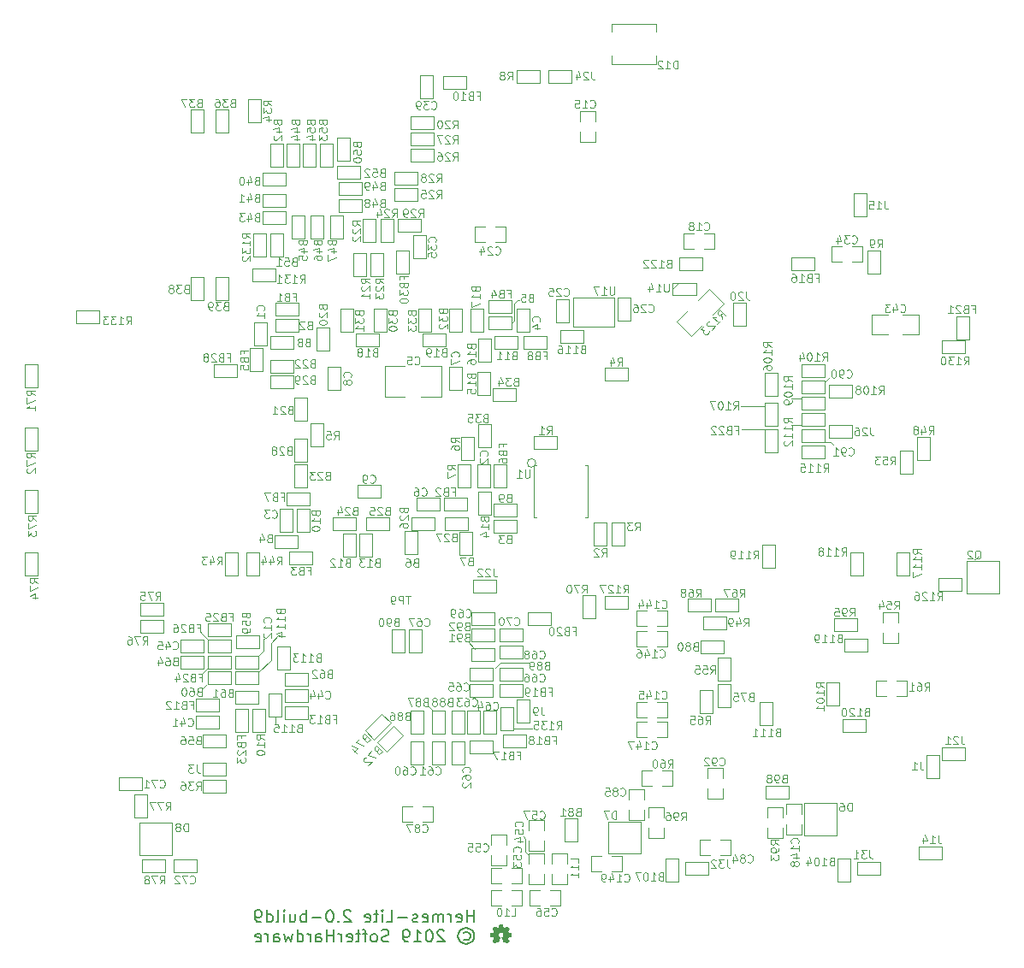
<source format=gbo>
G04 #@! TF.GenerationSoftware,KiCad,Pcbnew,5.0.2-bee76a0~70~ubuntu16.04.1*
G04 #@! TF.CreationDate,2019-08-15T12:52:48-07:00*
G04 #@! TF.ProjectId,hermeslite,6865726d-6573-46c6-9974-652e6b696361,2.0-build9*
G04 #@! TF.SameCoordinates,PX42c1d80PY2625a00*
G04 #@! TF.FileFunction,Legend,Bot*
G04 #@! TF.FilePolarity,Positive*
%FSLAX46Y46*%
G04 Gerber Fmt 4.6, Leading zero omitted, Abs format (unit mm)*
G04 Created by KiCad (PCBNEW 5.0.2-bee76a0~70~ubuntu16.04.1) date Thu 15 Aug 2019 12:52:48 PM PDT*
%MOMM*%
%LPD*%
G01*
G04 APERTURE LIST*
%ADD10C,0.100000*%
%ADD11C,0.150000*%
%ADD12C,0.002540*%
G04 APERTURE END LIST*
D10*
X79900000Y-40300000D02*
X80300000Y-39900000D01*
X80400000Y-46300000D02*
X80700000Y-46600000D01*
X79900000Y-46300000D02*
X80400000Y-46300000D01*
X73850000Y-45100000D02*
X73850000Y-45050000D01*
X71600000Y-45100000D02*
X73850000Y-45100000D01*
X25500000Y-73500000D02*
X25500000Y-74300000D01*
X18300000Y-70700000D02*
X18200000Y-70700000D01*
X18700000Y-70300000D02*
X18300000Y-70700000D01*
X18800000Y-68700000D02*
X18200000Y-69300000D01*
X18100000Y-65200000D02*
X18100000Y-65100000D01*
X18700000Y-65800000D02*
X18100000Y-65200000D01*
X25700000Y-65500000D02*
X25900000Y-65500000D01*
X25000000Y-66200000D02*
X25700000Y-65500000D01*
X25000000Y-67900000D02*
X25000000Y-66200000D01*
X23800000Y-69100000D02*
X25000000Y-67900000D01*
X24300000Y-65800000D02*
X24400000Y-65800000D01*
X24300000Y-67000000D02*
X24300000Y-65800000D01*
X23800000Y-67500000D02*
X24300000Y-67000000D01*
D11*
X45128571Y-93867857D02*
X45128571Y-92667857D01*
X45128571Y-93239285D02*
X44442857Y-93239285D01*
X44442857Y-93867857D02*
X44442857Y-92667857D01*
X43414285Y-93810714D02*
X43528571Y-93867857D01*
X43757142Y-93867857D01*
X43871428Y-93810714D01*
X43928571Y-93696428D01*
X43928571Y-93239285D01*
X43871428Y-93125000D01*
X43757142Y-93067857D01*
X43528571Y-93067857D01*
X43414285Y-93125000D01*
X43357142Y-93239285D01*
X43357142Y-93353571D01*
X43928571Y-93467857D01*
X42842857Y-93867857D02*
X42842857Y-93067857D01*
X42842857Y-93296428D02*
X42785714Y-93182142D01*
X42728571Y-93125000D01*
X42614285Y-93067857D01*
X42500000Y-93067857D01*
X42100000Y-93867857D02*
X42100000Y-93067857D01*
X42100000Y-93182142D02*
X42042857Y-93125000D01*
X41928571Y-93067857D01*
X41757142Y-93067857D01*
X41642857Y-93125000D01*
X41585714Y-93239285D01*
X41585714Y-93867857D01*
X41585714Y-93239285D02*
X41528571Y-93125000D01*
X41414285Y-93067857D01*
X41242857Y-93067857D01*
X41128571Y-93125000D01*
X41071428Y-93239285D01*
X41071428Y-93867857D01*
X40042857Y-93810714D02*
X40157142Y-93867857D01*
X40385714Y-93867857D01*
X40500000Y-93810714D01*
X40557142Y-93696428D01*
X40557142Y-93239285D01*
X40500000Y-93125000D01*
X40385714Y-93067857D01*
X40157142Y-93067857D01*
X40042857Y-93125000D01*
X39985714Y-93239285D01*
X39985714Y-93353571D01*
X40557142Y-93467857D01*
X39528571Y-93810714D02*
X39414285Y-93867857D01*
X39185714Y-93867857D01*
X39071428Y-93810714D01*
X39014285Y-93696428D01*
X39014285Y-93639285D01*
X39071428Y-93525000D01*
X39185714Y-93467857D01*
X39357142Y-93467857D01*
X39471428Y-93410714D01*
X39528571Y-93296428D01*
X39528571Y-93239285D01*
X39471428Y-93125000D01*
X39357142Y-93067857D01*
X39185714Y-93067857D01*
X39071428Y-93125000D01*
X38500000Y-93410714D02*
X37585714Y-93410714D01*
X36442857Y-93867857D02*
X37014285Y-93867857D01*
X37014285Y-92667857D01*
X36042857Y-93867857D02*
X36042857Y-93067857D01*
X36042857Y-92667857D02*
X36100000Y-92725000D01*
X36042857Y-92782142D01*
X35985714Y-92725000D01*
X36042857Y-92667857D01*
X36042857Y-92782142D01*
X35642857Y-93067857D02*
X35185714Y-93067857D01*
X35471428Y-92667857D02*
X35471428Y-93696428D01*
X35414285Y-93810714D01*
X35300000Y-93867857D01*
X35185714Y-93867857D01*
X34328571Y-93810714D02*
X34442857Y-93867857D01*
X34671428Y-93867857D01*
X34785714Y-93810714D01*
X34842857Y-93696428D01*
X34842857Y-93239285D01*
X34785714Y-93125000D01*
X34671428Y-93067857D01*
X34442857Y-93067857D01*
X34328571Y-93125000D01*
X34271428Y-93239285D01*
X34271428Y-93353571D01*
X34842857Y-93467857D01*
X32900000Y-92782142D02*
X32842857Y-92725000D01*
X32728571Y-92667857D01*
X32442857Y-92667857D01*
X32328571Y-92725000D01*
X32271428Y-92782142D01*
X32214285Y-92896428D01*
X32214285Y-93010714D01*
X32271428Y-93182142D01*
X32957142Y-93867857D01*
X32214285Y-93867857D01*
X31700000Y-93753571D02*
X31642857Y-93810714D01*
X31700000Y-93867857D01*
X31757142Y-93810714D01*
X31700000Y-93753571D01*
X31700000Y-93867857D01*
X30900000Y-92667857D02*
X30785714Y-92667857D01*
X30671428Y-92725000D01*
X30614285Y-92782142D01*
X30557142Y-92896428D01*
X30500000Y-93125000D01*
X30500000Y-93410714D01*
X30557142Y-93639285D01*
X30614285Y-93753571D01*
X30671428Y-93810714D01*
X30785714Y-93867857D01*
X30900000Y-93867857D01*
X31014285Y-93810714D01*
X31071428Y-93753571D01*
X31128571Y-93639285D01*
X31185714Y-93410714D01*
X31185714Y-93125000D01*
X31128571Y-92896428D01*
X31071428Y-92782142D01*
X31014285Y-92725000D01*
X30900000Y-92667857D01*
X29985714Y-93410714D02*
X29071428Y-93410714D01*
X28500000Y-93867857D02*
X28500000Y-92667857D01*
X28500000Y-93125000D02*
X28385714Y-93067857D01*
X28157142Y-93067857D01*
X28042857Y-93125000D01*
X27985714Y-93182142D01*
X27928571Y-93296428D01*
X27928571Y-93639285D01*
X27985714Y-93753571D01*
X28042857Y-93810714D01*
X28157142Y-93867857D01*
X28385714Y-93867857D01*
X28500000Y-93810714D01*
X26900000Y-93067857D02*
X26900000Y-93867857D01*
X27414285Y-93067857D02*
X27414285Y-93696428D01*
X27357142Y-93810714D01*
X27242857Y-93867857D01*
X27071428Y-93867857D01*
X26957142Y-93810714D01*
X26900000Y-93753571D01*
X26328571Y-93867857D02*
X26328571Y-93067857D01*
X26328571Y-92667857D02*
X26385714Y-92725000D01*
X26328571Y-92782142D01*
X26271428Y-92725000D01*
X26328571Y-92667857D01*
X26328571Y-92782142D01*
X25585714Y-93867857D02*
X25700000Y-93810714D01*
X25757142Y-93696428D01*
X25757142Y-92667857D01*
X24614285Y-93867857D02*
X24614285Y-92667857D01*
X24614285Y-93810714D02*
X24728571Y-93867857D01*
X24957142Y-93867857D01*
X25071428Y-93810714D01*
X25128571Y-93753571D01*
X25185714Y-93639285D01*
X25185714Y-93296428D01*
X25128571Y-93182142D01*
X25071428Y-93125000D01*
X24957142Y-93067857D01*
X24728571Y-93067857D01*
X24614285Y-93125000D01*
X23985714Y-93867857D02*
X23757142Y-93867857D01*
X23642857Y-93810714D01*
X23585714Y-93753571D01*
X23471428Y-93582142D01*
X23414285Y-93353571D01*
X23414285Y-92896428D01*
X23471428Y-92782142D01*
X23528571Y-92725000D01*
X23642857Y-92667857D01*
X23871428Y-92667857D01*
X23985714Y-92725000D01*
X24042857Y-92782142D01*
X24100000Y-92896428D01*
X24100000Y-93182142D01*
X24042857Y-93296428D01*
X23985714Y-93353571D01*
X23871428Y-93410714D01*
X23642857Y-93410714D01*
X23528571Y-93353571D01*
X23471428Y-93296428D01*
X23414285Y-93182142D01*
X44100000Y-94903571D02*
X44214285Y-94846428D01*
X44442857Y-94846428D01*
X44557142Y-94903571D01*
X44671428Y-95017857D01*
X44728571Y-95132142D01*
X44728571Y-95360714D01*
X44671428Y-95475000D01*
X44557142Y-95589285D01*
X44442857Y-95646428D01*
X44214285Y-95646428D01*
X44100000Y-95589285D01*
X44328571Y-94446428D02*
X44614285Y-94503571D01*
X44900000Y-94675000D01*
X45071428Y-94960714D01*
X45128571Y-95246428D01*
X45071428Y-95532142D01*
X44900000Y-95817857D01*
X44614285Y-95989285D01*
X44328571Y-96046428D01*
X44042857Y-95989285D01*
X43757142Y-95817857D01*
X43585714Y-95532142D01*
X43528571Y-95246428D01*
X43585714Y-94960714D01*
X43757142Y-94675000D01*
X44042857Y-94503571D01*
X44328571Y-94446428D01*
X42157142Y-94732142D02*
X42100000Y-94675000D01*
X41985714Y-94617857D01*
X41700000Y-94617857D01*
X41585714Y-94675000D01*
X41528571Y-94732142D01*
X41471428Y-94846428D01*
X41471428Y-94960714D01*
X41528571Y-95132142D01*
X42214285Y-95817857D01*
X41471428Y-95817857D01*
X40728571Y-94617857D02*
X40614285Y-94617857D01*
X40500000Y-94675000D01*
X40442857Y-94732142D01*
X40385714Y-94846428D01*
X40328571Y-95075000D01*
X40328571Y-95360714D01*
X40385714Y-95589285D01*
X40442857Y-95703571D01*
X40500000Y-95760714D01*
X40614285Y-95817857D01*
X40728571Y-95817857D01*
X40842857Y-95760714D01*
X40900000Y-95703571D01*
X40957142Y-95589285D01*
X41014285Y-95360714D01*
X41014285Y-95075000D01*
X40957142Y-94846428D01*
X40900000Y-94732142D01*
X40842857Y-94675000D01*
X40728571Y-94617857D01*
X39185714Y-95817857D02*
X39871428Y-95817857D01*
X39528571Y-95817857D02*
X39528571Y-94617857D01*
X39642857Y-94789285D01*
X39757142Y-94903571D01*
X39871428Y-94960714D01*
X38614285Y-95817857D02*
X38385714Y-95817857D01*
X38271428Y-95760714D01*
X38214285Y-95703571D01*
X38100000Y-95532142D01*
X38042857Y-95303571D01*
X38042857Y-94846428D01*
X38100000Y-94732142D01*
X38157142Y-94675000D01*
X38271428Y-94617857D01*
X38500000Y-94617857D01*
X38614285Y-94675000D01*
X38671428Y-94732142D01*
X38728571Y-94846428D01*
X38728571Y-95132142D01*
X38671428Y-95246428D01*
X38614285Y-95303571D01*
X38500000Y-95360714D01*
X38271428Y-95360714D01*
X38157142Y-95303571D01*
X38100000Y-95246428D01*
X38042857Y-95132142D01*
X36671428Y-95760714D02*
X36500000Y-95817857D01*
X36214285Y-95817857D01*
X36100000Y-95760714D01*
X36042857Y-95703571D01*
X35985714Y-95589285D01*
X35985714Y-95475000D01*
X36042857Y-95360714D01*
X36100000Y-95303571D01*
X36214285Y-95246428D01*
X36442857Y-95189285D01*
X36557142Y-95132142D01*
X36614285Y-95075000D01*
X36671428Y-94960714D01*
X36671428Y-94846428D01*
X36614285Y-94732142D01*
X36557142Y-94675000D01*
X36442857Y-94617857D01*
X36157142Y-94617857D01*
X35985714Y-94675000D01*
X35300000Y-95817857D02*
X35414285Y-95760714D01*
X35471428Y-95703571D01*
X35528571Y-95589285D01*
X35528571Y-95246428D01*
X35471428Y-95132142D01*
X35414285Y-95075000D01*
X35300000Y-95017857D01*
X35128571Y-95017857D01*
X35014285Y-95075000D01*
X34957142Y-95132142D01*
X34900000Y-95246428D01*
X34900000Y-95589285D01*
X34957142Y-95703571D01*
X35014285Y-95760714D01*
X35128571Y-95817857D01*
X35300000Y-95817857D01*
X34557142Y-95017857D02*
X34100000Y-95017857D01*
X34385714Y-95817857D02*
X34385714Y-94789285D01*
X34328571Y-94675000D01*
X34214285Y-94617857D01*
X34100000Y-94617857D01*
X33871428Y-95017857D02*
X33414285Y-95017857D01*
X33700000Y-94617857D02*
X33700000Y-95646428D01*
X33642857Y-95760714D01*
X33528571Y-95817857D01*
X33414285Y-95817857D01*
X32557142Y-95760714D02*
X32671428Y-95817857D01*
X32900000Y-95817857D01*
X33014285Y-95760714D01*
X33071428Y-95646428D01*
X33071428Y-95189285D01*
X33014285Y-95075000D01*
X32900000Y-95017857D01*
X32671428Y-95017857D01*
X32557142Y-95075000D01*
X32500000Y-95189285D01*
X32500000Y-95303571D01*
X33071428Y-95417857D01*
X31985714Y-95817857D02*
X31985714Y-95017857D01*
X31985714Y-95246428D02*
X31928571Y-95132142D01*
X31871428Y-95075000D01*
X31757142Y-95017857D01*
X31642857Y-95017857D01*
X31242857Y-95817857D02*
X31242857Y-94617857D01*
X31242857Y-95189285D02*
X30557142Y-95189285D01*
X30557142Y-95817857D02*
X30557142Y-94617857D01*
X29471428Y-95817857D02*
X29471428Y-95189285D01*
X29528571Y-95075000D01*
X29642857Y-95017857D01*
X29871428Y-95017857D01*
X29985714Y-95075000D01*
X29471428Y-95760714D02*
X29585714Y-95817857D01*
X29871428Y-95817857D01*
X29985714Y-95760714D01*
X30042857Y-95646428D01*
X30042857Y-95532142D01*
X29985714Y-95417857D01*
X29871428Y-95360714D01*
X29585714Y-95360714D01*
X29471428Y-95303571D01*
X28900000Y-95817857D02*
X28900000Y-95017857D01*
X28900000Y-95246428D02*
X28842857Y-95132142D01*
X28785714Y-95075000D01*
X28671428Y-95017857D01*
X28557142Y-95017857D01*
X27642857Y-95817857D02*
X27642857Y-94617857D01*
X27642857Y-95760714D02*
X27757142Y-95817857D01*
X27985714Y-95817857D01*
X28100000Y-95760714D01*
X28157142Y-95703571D01*
X28214285Y-95589285D01*
X28214285Y-95246428D01*
X28157142Y-95132142D01*
X28100000Y-95075000D01*
X27985714Y-95017857D01*
X27757142Y-95017857D01*
X27642857Y-95075000D01*
X27185714Y-95017857D02*
X26957142Y-95817857D01*
X26728571Y-95246428D01*
X26500000Y-95817857D01*
X26271428Y-95017857D01*
X25300000Y-95817857D02*
X25300000Y-95189285D01*
X25357142Y-95075000D01*
X25471428Y-95017857D01*
X25700000Y-95017857D01*
X25814285Y-95075000D01*
X25300000Y-95760714D02*
X25414285Y-95817857D01*
X25700000Y-95817857D01*
X25814285Y-95760714D01*
X25871428Y-95646428D01*
X25871428Y-95532142D01*
X25814285Y-95417857D01*
X25700000Y-95360714D01*
X25414285Y-95360714D01*
X25300000Y-95303571D01*
X24728571Y-95817857D02*
X24728571Y-95017857D01*
X24728571Y-95246428D02*
X24671428Y-95132142D01*
X24614285Y-95075000D01*
X24500000Y-95017857D01*
X24385714Y-95017857D01*
X23528571Y-95760714D02*
X23642857Y-95817857D01*
X23871428Y-95817857D01*
X23985714Y-95760714D01*
X24042857Y-95646428D01*
X24042857Y-95189285D01*
X23985714Y-95075000D01*
X23871428Y-95017857D01*
X23642857Y-95017857D01*
X23528571Y-95075000D01*
X23471428Y-95189285D01*
X23471428Y-95303571D01*
X24042857Y-95417857D01*
D10*
X77500000Y-44600000D02*
X76500000Y-44600000D01*
X77500000Y-42000000D02*
X76500000Y-42000000D01*
X73800000Y-42800000D02*
X71500000Y-42800000D01*
X50200000Y-85600000D02*
X50000000Y-85400000D01*
X50200000Y-86900000D02*
X50200000Y-85600000D01*
X50500000Y-87200000D02*
X50200000Y-86900000D01*
X40600000Y-72500000D02*
X41000000Y-72900000D01*
X49100000Y-74700000D02*
X50900000Y-74700000D01*
X47700000Y-68200000D02*
X50500000Y-68200000D01*
X47200000Y-68700000D02*
X47700000Y-68200000D01*
X44500000Y-66100000D02*
X45200000Y-66800000D01*
X49400000Y-32300000D02*
X49600000Y-32300000D01*
X49100000Y-32600000D02*
X49400000Y-32300000D01*
X49100000Y-34300000D02*
X49100000Y-32600000D01*
X48900000Y-34500000D02*
X49100000Y-34300000D01*
G04 #@! TO.C,C91*
X79843000Y-45065000D02*
X77557000Y-45065000D01*
X77557000Y-45065000D02*
X77557000Y-46335000D01*
X77557000Y-46335000D02*
X79843000Y-46335000D01*
X79843000Y-46335000D02*
X79843000Y-45065000D01*
G04 #@! TO.C,R123*
X67712132Y-34702082D02*
X66580761Y-35833452D01*
X66580761Y-35833452D02*
X65166548Y-34419239D01*
X65166548Y-34419239D02*
X66297918Y-33287868D01*
X67287868Y-32297918D02*
X68419239Y-31166548D01*
X68419239Y-31166548D02*
X69833452Y-32580761D01*
X69833452Y-32580761D02*
X68702082Y-33712132D01*
G04 #@! TO.C,R119*
X73665000Y-56457000D02*
X73665000Y-58743000D01*
X73665000Y-58743000D02*
X74935000Y-58743000D01*
X74935000Y-58743000D02*
X74935000Y-56457000D01*
X74935000Y-56457000D02*
X73665000Y-56457000D01*
G04 #@! TO.C,R118*
X82365000Y-57257000D02*
X82365000Y-59543000D01*
X82365000Y-59543000D02*
X83635000Y-59543000D01*
X83635000Y-59543000D02*
X83635000Y-57257000D01*
X83635000Y-57257000D02*
X82365000Y-57257000D01*
G04 #@! TO.C,R117*
X86965000Y-57257000D02*
X86965000Y-59543000D01*
X86965000Y-59543000D02*
X88235000Y-59543000D01*
X88235000Y-59543000D02*
X88235000Y-57257000D01*
X88235000Y-57257000D02*
X86965000Y-57257000D01*
G04 #@! TO.C,R115*
X77557000Y-47935000D02*
X79843000Y-47935000D01*
X79843000Y-47935000D02*
X79843000Y-46665000D01*
X79843000Y-46665000D02*
X77557000Y-46665000D01*
X77557000Y-46665000D02*
X77557000Y-47935000D01*
G04 #@! TO.C,R112*
X77557000Y-44735000D02*
X79843000Y-44735000D01*
X79843000Y-44735000D02*
X79843000Y-43465000D01*
X79843000Y-43465000D02*
X77557000Y-43465000D01*
X77557000Y-43465000D02*
X77557000Y-44735000D01*
G04 #@! TO.C,R109*
X77557000Y-43135000D02*
X79843000Y-43135000D01*
X79843000Y-43135000D02*
X79843000Y-41865000D01*
X79843000Y-41865000D02*
X77557000Y-41865000D01*
X77557000Y-41865000D02*
X77557000Y-43135000D01*
G04 #@! TO.C,R108*
X80257000Y-41935000D02*
X82543000Y-41935000D01*
X82543000Y-41935000D02*
X82543000Y-40665000D01*
X82543000Y-40665000D02*
X80257000Y-40665000D01*
X80257000Y-40665000D02*
X80257000Y-41935000D01*
G04 #@! TO.C,R104*
X77557000Y-39935000D02*
X79843000Y-39935000D01*
X79843000Y-39935000D02*
X79843000Y-38665000D01*
X79843000Y-38665000D02*
X77557000Y-38665000D01*
X77557000Y-38665000D02*
X77557000Y-39935000D01*
G04 #@! TO.C,C90*
X79843000Y-40265000D02*
X77557000Y-40265000D01*
X77557000Y-40265000D02*
X77557000Y-41535000D01*
X77557000Y-41535000D02*
X79843000Y-41535000D01*
X79843000Y-41535000D02*
X79843000Y-40265000D01*
G04 #@! TO.C,R107*
X73865000Y-42407000D02*
X73865000Y-44693000D01*
X73865000Y-44693000D02*
X75135000Y-44693000D01*
X75135000Y-44693000D02*
X75135000Y-42407000D01*
X75135000Y-42407000D02*
X73865000Y-42407000D01*
G04 #@! TO.C,R106*
X75135000Y-41743000D02*
X75135000Y-39457000D01*
X75135000Y-39457000D02*
X73865000Y-39457000D01*
X73865000Y-39457000D02*
X73865000Y-41743000D01*
X73865000Y-41743000D02*
X75135000Y-41743000D01*
G04 #@! TO.C,R53*
X88535000Y-49443000D02*
X88535000Y-47157000D01*
X88535000Y-47157000D02*
X87265000Y-47157000D01*
X87265000Y-47157000D02*
X87265000Y-49443000D01*
X87265000Y-49443000D02*
X88535000Y-49443000D01*
G04 #@! TO.C,R48*
X90235000Y-48143000D02*
X90235000Y-45857000D01*
X90235000Y-45857000D02*
X88965000Y-45857000D01*
X88965000Y-45857000D02*
X88965000Y-48143000D01*
X88965000Y-48143000D02*
X90235000Y-48143000D01*
G04 #@! TO.C,B111*
X73365000Y-72057000D02*
X73365000Y-74343000D01*
X73365000Y-74343000D02*
X74635000Y-74343000D01*
X74635000Y-74343000D02*
X74635000Y-72057000D01*
X74635000Y-72057000D02*
X73365000Y-72057000D01*
G04 #@! TO.C,C147*
X63208000Y-75562000D02*
X64224000Y-75562000D01*
X64224000Y-75562000D02*
X64224000Y-74038000D01*
X64224000Y-74038000D02*
X63208000Y-74038000D01*
X62192000Y-74038000D02*
X61176000Y-74038000D01*
X61176000Y-74038000D02*
X61176000Y-75562000D01*
X61176000Y-75562000D02*
X62192000Y-75562000D01*
G04 #@! TO.C,C146*
X63208000Y-66562000D02*
X64224000Y-66562000D01*
X64224000Y-66562000D02*
X64224000Y-65038000D01*
X64224000Y-65038000D02*
X63208000Y-65038000D01*
X62192000Y-65038000D02*
X61176000Y-65038000D01*
X61176000Y-65038000D02*
X61176000Y-66562000D01*
X61176000Y-66562000D02*
X62192000Y-66562000D01*
G04 #@! TO.C,C145*
X63208000Y-73562000D02*
X64224000Y-73562000D01*
X64224000Y-73562000D02*
X64224000Y-72038000D01*
X64224000Y-72038000D02*
X63208000Y-72038000D01*
X62192000Y-72038000D02*
X61176000Y-72038000D01*
X61176000Y-72038000D02*
X61176000Y-73562000D01*
X61176000Y-73562000D02*
X62192000Y-73562000D01*
G04 #@! TO.C,C144*
X63208000Y-64562000D02*
X64224000Y-64562000D01*
X64224000Y-64562000D02*
X64224000Y-63038000D01*
X64224000Y-63038000D02*
X63208000Y-63038000D01*
X62192000Y-63038000D02*
X61176000Y-63038000D01*
X61176000Y-63038000D02*
X61176000Y-64562000D01*
X61176000Y-64562000D02*
X62192000Y-64562000D01*
G04 #@! TO.C,R68*
X68543000Y-61865000D02*
X66257000Y-61865000D01*
X66257000Y-61865000D02*
X66257000Y-63135000D01*
X66257000Y-63135000D02*
X68543000Y-63135000D01*
X68543000Y-63135000D02*
X68543000Y-61865000D01*
G04 #@! TO.C,R67*
X71243000Y-61865000D02*
X68957000Y-61865000D01*
X68957000Y-61865000D02*
X68957000Y-63135000D01*
X68957000Y-63135000D02*
X71243000Y-63135000D01*
X71243000Y-63135000D02*
X71243000Y-61865000D01*
G04 #@! TO.C,B80*
X69843000Y-65965000D02*
X67557000Y-65965000D01*
X67557000Y-65965000D02*
X67557000Y-67235000D01*
X67557000Y-67235000D02*
X69843000Y-67235000D01*
X69843000Y-67235000D02*
X69843000Y-65965000D01*
G04 #@! TO.C,C43*
X87500000Y-33700000D02*
X89100000Y-33700000D01*
X89100000Y-33700000D02*
X89100000Y-35700000D01*
X89100000Y-35700000D02*
X87500000Y-35700000D01*
X86100000Y-35700000D02*
X84500000Y-35700000D01*
X84500000Y-35700000D02*
X84500000Y-33700000D01*
X84500000Y-33700000D02*
X86100000Y-33700000D01*
G04 #@! TO.C,C34*
X81492000Y-26938000D02*
X80476000Y-26938000D01*
X80476000Y-26938000D02*
X80476000Y-28462000D01*
X80476000Y-28462000D02*
X81492000Y-28462000D01*
X82508000Y-28462000D02*
X83524000Y-28462000D01*
X83524000Y-28462000D02*
X83524000Y-26938000D01*
X83524000Y-26938000D02*
X82508000Y-26938000D01*
G04 #@! TO.C,R61*
X86908000Y-71462000D02*
X87924000Y-71462000D01*
X87924000Y-71462000D02*
X87924000Y-69938000D01*
X87924000Y-69938000D02*
X86908000Y-69938000D01*
X85892000Y-69938000D02*
X84876000Y-69938000D01*
X84876000Y-69938000D02*
X84876000Y-71462000D01*
X84876000Y-71462000D02*
X85892000Y-71462000D01*
G04 #@! TO.C,R54*
X85538000Y-65208000D02*
X85538000Y-66224000D01*
X85538000Y-66224000D02*
X87062000Y-66224000D01*
X87062000Y-66224000D02*
X87062000Y-65208000D01*
X87062000Y-64192000D02*
X87062000Y-63176000D01*
X87062000Y-63176000D02*
X85538000Y-63176000D01*
X85538000Y-63176000D02*
X85538000Y-64192000D01*
G04 #@! TO.C,B81*
X54065000Y-83557000D02*
X54065000Y-85843000D01*
X54065000Y-85843000D02*
X55335000Y-85843000D01*
X55335000Y-85843000D02*
X55335000Y-83557000D01*
X55335000Y-83557000D02*
X54065000Y-83557000D01*
G04 #@! TO.C,L11*
X52838000Y-89108000D02*
X52838000Y-90124000D01*
X52838000Y-90124000D02*
X54362000Y-90124000D01*
X54362000Y-90124000D02*
X54362000Y-89108000D01*
X54362000Y-88092000D02*
X54362000Y-87076000D01*
X54362000Y-87076000D02*
X52838000Y-87076000D01*
X52838000Y-87076000D02*
X52838000Y-88092000D01*
G04 #@! TO.C,L10*
X47792000Y-90738000D02*
X46776000Y-90738000D01*
X46776000Y-90738000D02*
X46776000Y-92262000D01*
X46776000Y-92262000D02*
X47792000Y-92262000D01*
X48808000Y-92262000D02*
X49824000Y-92262000D01*
X49824000Y-92262000D02*
X49824000Y-90738000D01*
X49824000Y-90738000D02*
X48808000Y-90738000D01*
G04 #@! TO.C,C57*
X50538000Y-85808000D02*
X50538000Y-86824000D01*
X50538000Y-86824000D02*
X52062000Y-86824000D01*
X52062000Y-86824000D02*
X52062000Y-85808000D01*
X52062000Y-84792000D02*
X52062000Y-83776000D01*
X52062000Y-83776000D02*
X50538000Y-83776000D01*
X50538000Y-83776000D02*
X50538000Y-84792000D01*
G04 #@! TO.C,C56*
X51592000Y-90738000D02*
X50576000Y-90738000D01*
X50576000Y-90738000D02*
X50576000Y-92262000D01*
X50576000Y-92262000D02*
X51592000Y-92262000D01*
X52608000Y-92262000D02*
X53624000Y-92262000D01*
X53624000Y-92262000D02*
X53624000Y-90738000D01*
X53624000Y-90738000D02*
X52608000Y-90738000D01*
G04 #@! TO.C,C55*
X46838000Y-87208000D02*
X46838000Y-88224000D01*
X46838000Y-88224000D02*
X48362000Y-88224000D01*
X48362000Y-88224000D02*
X48362000Y-87208000D01*
X48362000Y-86192000D02*
X48362000Y-85176000D01*
X48362000Y-85176000D02*
X46838000Y-85176000D01*
X46838000Y-85176000D02*
X46838000Y-86192000D01*
G04 #@! TO.C,C54*
X52062000Y-88092000D02*
X52062000Y-87076000D01*
X52062000Y-87076000D02*
X50538000Y-87076000D01*
X50538000Y-87076000D02*
X50538000Y-88092000D01*
X50538000Y-89108000D02*
X50538000Y-90124000D01*
X50538000Y-90124000D02*
X52062000Y-90124000D01*
X52062000Y-90124000D02*
X52062000Y-89108000D01*
G04 #@! TO.C,C53*
X48808000Y-90062000D02*
X49824000Y-90062000D01*
X49824000Y-90062000D02*
X49824000Y-88538000D01*
X49824000Y-88538000D02*
X48808000Y-88538000D01*
X47792000Y-88538000D02*
X46776000Y-88538000D01*
X46776000Y-88538000D02*
X46776000Y-90062000D01*
X46776000Y-90062000D02*
X47792000Y-90062000D01*
G04 #@! TO.C,B98*
X76243000Y-80365000D02*
X73957000Y-80365000D01*
X73957000Y-80365000D02*
X73957000Y-81635000D01*
X73957000Y-81635000D02*
X76243000Y-81635000D01*
X76243000Y-81635000D02*
X76243000Y-80365000D01*
G04 #@! TO.C,R96*
X62338000Y-84508000D02*
X62338000Y-85524000D01*
X62338000Y-85524000D02*
X63862000Y-85524000D01*
X63862000Y-85524000D02*
X63862000Y-84508000D01*
X63862000Y-83492000D02*
X63862000Y-82476000D01*
X63862000Y-82476000D02*
X62338000Y-82476000D01*
X62338000Y-82476000D02*
X62338000Y-83492000D01*
G04 #@! TO.C,R93*
X75662000Y-83492000D02*
X75662000Y-82476000D01*
X75662000Y-82476000D02*
X74138000Y-82476000D01*
X74138000Y-82476000D02*
X74138000Y-83492000D01*
X74138000Y-84508000D02*
X74138000Y-85524000D01*
X74138000Y-85524000D02*
X75662000Y-85524000D01*
X75662000Y-85524000D02*
X75662000Y-84508000D01*
G04 #@! TO.C,C149*
X58708000Y-88862000D02*
X59724000Y-88862000D01*
X59724000Y-88862000D02*
X59724000Y-87338000D01*
X59724000Y-87338000D02*
X58708000Y-87338000D01*
X57692000Y-87338000D02*
X56676000Y-87338000D01*
X56676000Y-87338000D02*
X56676000Y-88862000D01*
X56676000Y-88862000D02*
X57692000Y-88862000D01*
G04 #@! TO.C,C148*
X76038000Y-84208000D02*
X76038000Y-85224000D01*
X76038000Y-85224000D02*
X77562000Y-85224000D01*
X77562000Y-85224000D02*
X77562000Y-84208000D01*
X77562000Y-83192000D02*
X77562000Y-82176000D01*
X77562000Y-82176000D02*
X76038000Y-82176000D01*
X76038000Y-82176000D02*
X76038000Y-83192000D01*
G04 #@! TO.C,B107*
X65335000Y-89843000D02*
X65335000Y-87557000D01*
X65335000Y-87557000D02*
X64065000Y-87557000D01*
X64065000Y-87557000D02*
X64065000Y-89843000D01*
X64065000Y-89843000D02*
X65335000Y-89843000D01*
G04 #@! TO.C,B104*
X82335000Y-89843000D02*
X82335000Y-87557000D01*
X82335000Y-87557000D02*
X81065000Y-87557000D01*
X81065000Y-87557000D02*
X81065000Y-89843000D01*
X81065000Y-89843000D02*
X82335000Y-89843000D01*
G04 #@! TO.C,R65*
X68735000Y-73143000D02*
X68735000Y-70857000D01*
X68735000Y-70857000D02*
X67465000Y-70857000D01*
X67465000Y-70857000D02*
X67465000Y-73143000D01*
X67465000Y-73143000D02*
X68735000Y-73143000D01*
G04 #@! TO.C,R55*
X70535000Y-69943000D02*
X70535000Y-67657000D01*
X70535000Y-67657000D02*
X69265000Y-67657000D01*
X69265000Y-67657000D02*
X69265000Y-69943000D01*
X69265000Y-69943000D02*
X70535000Y-69943000D01*
G04 #@! TO.C,R49*
X67757000Y-64835000D02*
X70043000Y-64835000D01*
X70043000Y-64835000D02*
X70043000Y-63565000D01*
X70043000Y-63565000D02*
X67757000Y-63565000D01*
X67757000Y-63565000D02*
X67757000Y-64835000D01*
G04 #@! TO.C,B75*
X70535000Y-72543000D02*
X70535000Y-70257000D01*
X70535000Y-70257000D02*
X69265000Y-70257000D01*
X69265000Y-70257000D02*
X69265000Y-72543000D01*
X69265000Y-72543000D02*
X70535000Y-72543000D01*
G04 #@! TO.C,J22*
X45057000Y-61235000D02*
X47343000Y-61235000D01*
X47343000Y-61235000D02*
X47343000Y-59965000D01*
X47343000Y-59965000D02*
X45057000Y-59965000D01*
X45057000Y-59965000D02*
X45057000Y-61235000D01*
G04 #@! TO.C,J9*
X50635000Y-74143000D02*
X50635000Y-71857000D01*
X50635000Y-71857000D02*
X49365000Y-71857000D01*
X49365000Y-71857000D02*
X49365000Y-74143000D01*
X49365000Y-74143000D02*
X50635000Y-74143000D01*
G04 #@! TO.C,B74*
X35240790Y-75757236D02*
X36857236Y-74140790D01*
X36857236Y-74140790D02*
X35959210Y-73242764D01*
X35959210Y-73242764D02*
X34342764Y-74859210D01*
X34342764Y-74859210D02*
X35240790Y-75757236D01*
G04 #@! TO.C,B72*
X36440790Y-76957236D02*
X38057236Y-75340790D01*
X38057236Y-75340790D02*
X37159210Y-74442764D01*
X37159210Y-74442764D02*
X35542764Y-76059210D01*
X35542764Y-76059210D02*
X36440790Y-76957236D01*
G04 #@! TO.C,FB20*
X50457000Y-64435000D02*
X52743000Y-64435000D01*
X52743000Y-64435000D02*
X52743000Y-63165000D01*
X52743000Y-63165000D02*
X50457000Y-63165000D01*
X50457000Y-63165000D02*
X50457000Y-64435000D01*
G04 #@! TO.C,FB19*
X49943000Y-70265000D02*
X47657000Y-70265000D01*
X47657000Y-70265000D02*
X47657000Y-71535000D01*
X47657000Y-71535000D02*
X49943000Y-71535000D01*
X49943000Y-71535000D02*
X49943000Y-70265000D01*
G04 #@! TO.C,FB18*
X50243000Y-75265000D02*
X47957000Y-75265000D01*
X47957000Y-75265000D02*
X47957000Y-76535000D01*
X47957000Y-76535000D02*
X50243000Y-76535000D01*
X50243000Y-76535000D02*
X50243000Y-75265000D01*
G04 #@! TO.C,FB17*
X44657000Y-77135000D02*
X46943000Y-77135000D01*
X46943000Y-77135000D02*
X46943000Y-75865000D01*
X46943000Y-75865000D02*
X44657000Y-75865000D01*
X44657000Y-75865000D02*
X44657000Y-77135000D01*
G04 #@! TO.C,C70*
X47657000Y-66035000D02*
X49943000Y-66035000D01*
X49943000Y-66035000D02*
X49943000Y-64765000D01*
X49943000Y-64765000D02*
X47657000Y-64765000D01*
X47657000Y-64765000D02*
X47657000Y-66035000D01*
G04 #@! TO.C,C69*
X47143000Y-63165000D02*
X44857000Y-63165000D01*
X44857000Y-63165000D02*
X44857000Y-64435000D01*
X44857000Y-64435000D02*
X47143000Y-64435000D01*
X47143000Y-64435000D02*
X47143000Y-63165000D01*
G04 #@! TO.C,C67*
X38665000Y-64857000D02*
X38665000Y-67143000D01*
X38665000Y-67143000D02*
X39935000Y-67143000D01*
X39935000Y-67143000D02*
X39935000Y-64857000D01*
X39935000Y-64857000D02*
X38665000Y-64857000D01*
G04 #@! TO.C,C66*
X47657000Y-69935000D02*
X49943000Y-69935000D01*
X49943000Y-69935000D02*
X49943000Y-68665000D01*
X49943000Y-68665000D02*
X47657000Y-68665000D01*
X47657000Y-68665000D02*
X47657000Y-69935000D01*
G04 #@! TO.C,C65*
X46943000Y-70265000D02*
X44657000Y-70265000D01*
X44657000Y-70265000D02*
X44657000Y-71535000D01*
X44657000Y-71535000D02*
X46943000Y-71535000D01*
X46943000Y-71535000D02*
X46943000Y-70265000D01*
G04 #@! TO.C,C64*
X47335000Y-75243000D02*
X47335000Y-72957000D01*
X47335000Y-72957000D02*
X46065000Y-72957000D01*
X46065000Y-72957000D02*
X46065000Y-75243000D01*
X46065000Y-75243000D02*
X47335000Y-75243000D01*
G04 #@! TO.C,C63*
X45735000Y-75243000D02*
X45735000Y-72957000D01*
X45735000Y-72957000D02*
X44465000Y-72957000D01*
X44465000Y-72957000D02*
X44465000Y-75243000D01*
X44465000Y-75243000D02*
X45735000Y-75243000D01*
G04 #@! TO.C,C62*
X42865000Y-75957000D02*
X42865000Y-78243000D01*
X42865000Y-78243000D02*
X44135000Y-78243000D01*
X44135000Y-78243000D02*
X44135000Y-75957000D01*
X44135000Y-75957000D02*
X42865000Y-75957000D01*
G04 #@! TO.C,C61*
X40965000Y-75957000D02*
X40965000Y-78243000D01*
X40965000Y-78243000D02*
X42235000Y-78243000D01*
X42235000Y-78243000D02*
X42235000Y-75957000D01*
X42235000Y-75957000D02*
X40965000Y-75957000D01*
G04 #@! TO.C,C60*
X38865000Y-75957000D02*
X38865000Y-78243000D01*
X38865000Y-78243000D02*
X40135000Y-78243000D01*
X40135000Y-78243000D02*
X40135000Y-75957000D01*
X40135000Y-75957000D02*
X38865000Y-75957000D01*
G04 #@! TO.C,B92*
X47143000Y-64765000D02*
X44857000Y-64765000D01*
X44857000Y-64765000D02*
X44857000Y-66035000D01*
X44857000Y-66035000D02*
X47143000Y-66035000D01*
X47143000Y-66035000D02*
X47143000Y-64765000D01*
G04 #@! TO.C,B91*
X47143000Y-66765000D02*
X44857000Y-66765000D01*
X44857000Y-66765000D02*
X44857000Y-68035000D01*
X44857000Y-68035000D02*
X47143000Y-68035000D01*
X47143000Y-68035000D02*
X47143000Y-66765000D01*
G04 #@! TO.C,B90*
X36965000Y-64857000D02*
X36965000Y-67143000D01*
X36965000Y-67143000D02*
X38235000Y-67143000D01*
X38235000Y-67143000D02*
X38235000Y-64857000D01*
X38235000Y-64857000D02*
X36965000Y-64857000D01*
G04 #@! TO.C,B89*
X46943000Y-68665000D02*
X44657000Y-68665000D01*
X44657000Y-68665000D02*
X44657000Y-69935000D01*
X44657000Y-69935000D02*
X46943000Y-69935000D01*
X46943000Y-69935000D02*
X46943000Y-68665000D01*
G04 #@! TO.C,B88*
X44135000Y-75243000D02*
X44135000Y-72957000D01*
X44135000Y-72957000D02*
X42865000Y-72957000D01*
X42865000Y-72957000D02*
X42865000Y-75243000D01*
X42865000Y-75243000D02*
X44135000Y-75243000D01*
G04 #@! TO.C,B87*
X42235000Y-75243000D02*
X42235000Y-72957000D01*
X42235000Y-72957000D02*
X40965000Y-72957000D01*
X40965000Y-72957000D02*
X40965000Y-75243000D01*
X40965000Y-75243000D02*
X42235000Y-75243000D01*
G04 #@! TO.C,B86*
X40135000Y-75243000D02*
X40135000Y-72957000D01*
X40135000Y-72957000D02*
X38865000Y-72957000D01*
X38865000Y-72957000D02*
X38865000Y-75243000D01*
X38865000Y-75243000D02*
X40135000Y-75243000D01*
G04 #@! TO.C,U17*
X54900000Y-32000000D02*
X59000000Y-32000000D01*
X59000000Y-32000000D02*
X59000000Y-34900000D01*
X59000000Y-34900000D02*
X54900000Y-34900000D01*
X54900000Y-34900000D02*
X54900000Y-32000000D01*
G04 #@! TO.C,C26*
X59365000Y-32057000D02*
X59365000Y-34343000D01*
X59365000Y-34343000D02*
X60635000Y-34343000D01*
X60635000Y-34343000D02*
X60635000Y-32057000D01*
X60635000Y-32057000D02*
X59365000Y-32057000D01*
G04 #@! TO.C,C25*
X53265000Y-32157000D02*
X53265000Y-34443000D01*
X53265000Y-34443000D02*
X54535000Y-34443000D01*
X54535000Y-34443000D02*
X54535000Y-32157000D01*
X54535000Y-32157000D02*
X53265000Y-32157000D01*
G04 #@! TO.C,B116*
X55943000Y-35265000D02*
X53657000Y-35265000D01*
X53657000Y-35265000D02*
X53657000Y-36535000D01*
X53657000Y-36535000D02*
X55943000Y-36535000D01*
X55943000Y-36535000D02*
X55943000Y-35265000D01*
G04 #@! TO.C,FB30*
X38635000Y-29643000D02*
X38635000Y-27357000D01*
X38635000Y-27357000D02*
X37365000Y-27357000D01*
X37365000Y-27357000D02*
X37365000Y-29643000D01*
X37365000Y-29643000D02*
X38635000Y-29643000D01*
G04 #@! TO.C,FB28*
X21643000Y-38665000D02*
X19357000Y-38665000D01*
X19357000Y-38665000D02*
X19357000Y-39935000D01*
X19357000Y-39935000D02*
X21643000Y-39935000D01*
X21643000Y-39935000D02*
X21643000Y-38665000D01*
G04 #@! TO.C,C24*
X47208000Y-26562000D02*
X48224000Y-26562000D01*
X48224000Y-26562000D02*
X48224000Y-25038000D01*
X48224000Y-25038000D02*
X47208000Y-25038000D01*
X46192000Y-25038000D02*
X45176000Y-25038000D01*
X45176000Y-25038000D02*
X45176000Y-26562000D01*
X45176000Y-26562000D02*
X46192000Y-26562000D01*
G04 #@! TO.C,C18*
X66892000Y-25638000D02*
X65876000Y-25638000D01*
X65876000Y-25638000D02*
X65876000Y-27162000D01*
X65876000Y-27162000D02*
X66892000Y-27162000D01*
X67908000Y-27162000D02*
X68924000Y-27162000D01*
X68924000Y-27162000D02*
X68924000Y-25638000D01*
X68924000Y-25638000D02*
X67908000Y-25638000D01*
G04 #@! TO.C,C15*
X55638000Y-15608000D02*
X55638000Y-16624000D01*
X55638000Y-16624000D02*
X57162000Y-16624000D01*
X57162000Y-16624000D02*
X57162000Y-15608000D01*
X57162000Y-14592000D02*
X57162000Y-13576000D01*
X57162000Y-13576000D02*
X55638000Y-13576000D01*
X55638000Y-13576000D02*
X55638000Y-14592000D01*
G04 #@! TO.C,R44*
X23835000Y-59543000D02*
X23835000Y-57257000D01*
X23835000Y-57257000D02*
X22565000Y-57257000D01*
X22565000Y-57257000D02*
X22565000Y-59543000D01*
X22565000Y-59543000D02*
X23835000Y-59543000D01*
G04 #@! TO.C,R43*
X21735000Y-59543000D02*
X21735000Y-57257000D01*
X21735000Y-57257000D02*
X20465000Y-57257000D01*
X20465000Y-57257000D02*
X20465000Y-59543000D01*
X20465000Y-59543000D02*
X21735000Y-59543000D01*
G04 #@! TO.C,R10*
X24435000Y-75043000D02*
X24435000Y-72757000D01*
X24435000Y-72757000D02*
X23165000Y-72757000D01*
X23165000Y-72757000D02*
X23165000Y-75043000D01*
X23165000Y-75043000D02*
X24435000Y-75043000D01*
G04 #@! TO.C,R36*
X20543000Y-79765000D02*
X18257000Y-79765000D01*
X18257000Y-79765000D02*
X18257000Y-81035000D01*
X18257000Y-81035000D02*
X20543000Y-81035000D01*
X20543000Y-81035000D02*
X20543000Y-79765000D01*
G04 #@! TO.C,J3*
X20543000Y-78065000D02*
X18257000Y-78065000D01*
X18257000Y-78065000D02*
X18257000Y-79335000D01*
X18257000Y-79335000D02*
X20543000Y-79335000D01*
X20543000Y-79335000D02*
X20543000Y-78065000D01*
G04 #@! TO.C,FB26*
X21043000Y-65865000D02*
X18757000Y-65865000D01*
X18757000Y-65865000D02*
X18757000Y-67135000D01*
X18757000Y-67135000D02*
X21043000Y-67135000D01*
X21043000Y-67135000D02*
X21043000Y-65865000D01*
G04 #@! TO.C,FB25*
X21043000Y-64265000D02*
X18757000Y-64265000D01*
X18757000Y-64265000D02*
X18757000Y-65535000D01*
X18757000Y-65535000D02*
X21043000Y-65535000D01*
X21043000Y-65535000D02*
X21043000Y-64265000D01*
G04 #@! TO.C,FB24*
X21043000Y-67465000D02*
X18757000Y-67465000D01*
X18757000Y-67465000D02*
X18757000Y-68735000D01*
X18757000Y-68735000D02*
X21043000Y-68735000D01*
X21043000Y-68735000D02*
X21043000Y-67465000D01*
G04 #@! TO.C,FB23*
X21465000Y-72757000D02*
X21465000Y-75043000D01*
X21465000Y-75043000D02*
X22735000Y-75043000D01*
X22735000Y-75043000D02*
X22735000Y-72757000D01*
X22735000Y-72757000D02*
X21465000Y-72757000D01*
G04 #@! TO.C,FB13*
X28643000Y-72465000D02*
X26357000Y-72465000D01*
X26357000Y-72465000D02*
X26357000Y-73735000D01*
X26357000Y-73735000D02*
X28643000Y-73735000D01*
X28643000Y-73735000D02*
X28643000Y-72465000D01*
G04 #@! TO.C,FB12*
X19843000Y-71765000D02*
X17557000Y-71765000D01*
X17557000Y-71765000D02*
X17557000Y-73035000D01*
X17557000Y-73035000D02*
X19843000Y-73035000D01*
X19843000Y-73035000D02*
X19843000Y-71765000D01*
G04 #@! TO.C,C41*
X19843000Y-73465000D02*
X17557000Y-73465000D01*
X17557000Y-73465000D02*
X17557000Y-74735000D01*
X17557000Y-74735000D02*
X19843000Y-74735000D01*
X19843000Y-74735000D02*
X19843000Y-73465000D01*
G04 #@! TO.C,C12*
X21457000Y-68735000D02*
X23743000Y-68735000D01*
X23743000Y-68735000D02*
X23743000Y-67465000D01*
X23743000Y-67465000D02*
X21457000Y-67465000D01*
X21457000Y-67465000D02*
X21457000Y-68735000D01*
G04 #@! TO.C,B115*
X26035000Y-73543000D02*
X26035000Y-71257000D01*
X26035000Y-71257000D02*
X24765000Y-71257000D01*
X24765000Y-71257000D02*
X24765000Y-73543000D01*
X24765000Y-73543000D02*
X26035000Y-73543000D01*
G04 #@! TO.C,B114*
X21457000Y-70335000D02*
X23743000Y-70335000D01*
X23743000Y-70335000D02*
X23743000Y-69065000D01*
X23743000Y-69065000D02*
X21457000Y-69065000D01*
X21457000Y-69065000D02*
X21457000Y-70335000D01*
G04 #@! TO.C,B113*
X25665000Y-66557000D02*
X25665000Y-68843000D01*
X25665000Y-68843000D02*
X26935000Y-68843000D01*
X26935000Y-68843000D02*
X26935000Y-66557000D01*
X26935000Y-66557000D02*
X25665000Y-66557000D01*
G04 #@! TO.C,B56*
X20543000Y-75265000D02*
X18257000Y-75265000D01*
X18257000Y-75265000D02*
X18257000Y-76535000D01*
X18257000Y-76535000D02*
X20543000Y-76535000D01*
X20543000Y-76535000D02*
X20543000Y-75265000D01*
G04 #@! TO.C,C45*
X18343000Y-65865000D02*
X16057000Y-65865000D01*
X16057000Y-65865000D02*
X16057000Y-67135000D01*
X16057000Y-67135000D02*
X18343000Y-67135000D01*
X18343000Y-67135000D02*
X18343000Y-65865000D01*
G04 #@! TO.C,C44*
X28643000Y-70765000D02*
X26357000Y-70765000D01*
X26357000Y-70765000D02*
X26357000Y-72035000D01*
X26357000Y-72035000D02*
X28643000Y-72035000D01*
X28643000Y-72035000D02*
X28643000Y-70765000D01*
G04 #@! TO.C,B64*
X18343000Y-67465000D02*
X16057000Y-67465000D01*
X16057000Y-67465000D02*
X16057000Y-68735000D01*
X16057000Y-68735000D02*
X18343000Y-68735000D01*
X18343000Y-68735000D02*
X18343000Y-67465000D01*
G04 #@! TO.C,B62*
X28643000Y-69165000D02*
X26357000Y-69165000D01*
X26357000Y-69165000D02*
X26357000Y-70435000D01*
X26357000Y-70435000D02*
X28643000Y-70435000D01*
X28643000Y-70435000D02*
X28643000Y-69165000D01*
G04 #@! TO.C,B61*
X21457000Y-72235000D02*
X23743000Y-72235000D01*
X23743000Y-72235000D02*
X23743000Y-70965000D01*
X23743000Y-70965000D02*
X21457000Y-70965000D01*
X21457000Y-70965000D02*
X21457000Y-72235000D01*
G04 #@! TO.C,B60*
X21043000Y-69065000D02*
X18757000Y-69065000D01*
X18757000Y-69065000D02*
X18757000Y-70335000D01*
X18757000Y-70335000D02*
X21043000Y-70335000D01*
X21043000Y-70335000D02*
X21043000Y-69065000D01*
G04 #@! TO.C,B59*
X23843000Y-65465000D02*
X21557000Y-65465000D01*
X21557000Y-65465000D02*
X21557000Y-66735000D01*
X21557000Y-66735000D02*
X23843000Y-66735000D01*
X23843000Y-66735000D02*
X23843000Y-65465000D01*
G04 #@! TO.C,R78*
X14543000Y-87665000D02*
X12257000Y-87665000D01*
X12257000Y-87665000D02*
X12257000Y-88935000D01*
X12257000Y-88935000D02*
X14543000Y-88935000D01*
X14543000Y-88935000D02*
X14543000Y-87665000D01*
G04 #@! TO.C,R77*
X11465000Y-81257000D02*
X11465000Y-83543000D01*
X11465000Y-83543000D02*
X12735000Y-83543000D01*
X12735000Y-83543000D02*
X12735000Y-81257000D01*
X12735000Y-81257000D02*
X11465000Y-81257000D01*
G04 #@! TO.C,R76*
X12057000Y-65235000D02*
X14343000Y-65235000D01*
X14343000Y-65235000D02*
X14343000Y-63965000D01*
X14343000Y-63965000D02*
X12057000Y-63965000D01*
X12057000Y-63965000D02*
X12057000Y-65235000D01*
G04 #@! TO.C,R75*
X12057000Y-63535000D02*
X14343000Y-63535000D01*
X14343000Y-63535000D02*
X14343000Y-62265000D01*
X14343000Y-62265000D02*
X12057000Y-62265000D01*
X12057000Y-62265000D02*
X12057000Y-63535000D01*
G04 #@! TO.C,C72*
X15357000Y-88935000D02*
X17643000Y-88935000D01*
X17643000Y-88935000D02*
X17643000Y-87665000D01*
X17643000Y-87665000D02*
X15357000Y-87665000D01*
X15357000Y-87665000D02*
X15357000Y-88935000D01*
G04 #@! TO.C,C71*
X12243000Y-79565000D02*
X9957000Y-79565000D01*
X9957000Y-79565000D02*
X9957000Y-80835000D01*
X9957000Y-80835000D02*
X12243000Y-80835000D01*
X12243000Y-80835000D02*
X12243000Y-79565000D01*
G04 #@! TO.C,R74*
X665000Y-57257000D02*
X665000Y-59543000D01*
X665000Y-59543000D02*
X1935000Y-59543000D01*
X1935000Y-59543000D02*
X1935000Y-57257000D01*
X1935000Y-57257000D02*
X665000Y-57257000D01*
G04 #@! TO.C,R73*
X665000Y-51057000D02*
X665000Y-53343000D01*
X665000Y-53343000D02*
X1935000Y-53343000D01*
X1935000Y-53343000D02*
X1935000Y-51057000D01*
X1935000Y-51057000D02*
X665000Y-51057000D01*
G04 #@! TO.C,R72*
X665000Y-44857000D02*
X665000Y-47143000D01*
X665000Y-47143000D02*
X1935000Y-47143000D01*
X1935000Y-47143000D02*
X1935000Y-44857000D01*
X1935000Y-44857000D02*
X665000Y-44857000D01*
G04 #@! TO.C,R71*
X665000Y-38657000D02*
X665000Y-40943000D01*
X665000Y-40943000D02*
X1935000Y-40943000D01*
X1935000Y-40943000D02*
X1935000Y-38657000D01*
X1935000Y-38657000D02*
X665000Y-38657000D01*
G04 #@! TO.C,FB8*
X52343000Y-35865000D02*
X50057000Y-35865000D01*
X50057000Y-35865000D02*
X50057000Y-37135000D01*
X50057000Y-37135000D02*
X52343000Y-37135000D01*
X52343000Y-37135000D02*
X52343000Y-35865000D01*
G04 #@! TO.C,FB7*
X26557000Y-52635000D02*
X28843000Y-52635000D01*
X28843000Y-52635000D02*
X28843000Y-51365000D01*
X28843000Y-51365000D02*
X26557000Y-51365000D01*
X26557000Y-51365000D02*
X26557000Y-52635000D01*
G04 #@! TO.C,FB6*
X47065000Y-48557000D02*
X47065000Y-50843000D01*
X47065000Y-50843000D02*
X48335000Y-50843000D01*
X48335000Y-50843000D02*
X48335000Y-48557000D01*
X48335000Y-48557000D02*
X47065000Y-48557000D01*
G04 #@! TO.C,FB5*
X24235000Y-39343000D02*
X24235000Y-37057000D01*
X24235000Y-37057000D02*
X22965000Y-37057000D01*
X22965000Y-37057000D02*
X22965000Y-39343000D01*
X22965000Y-39343000D02*
X24235000Y-39343000D01*
G04 #@! TO.C,FB4*
X48843000Y-32265000D02*
X46557000Y-32265000D01*
X46557000Y-32265000D02*
X46557000Y-33535000D01*
X46557000Y-33535000D02*
X48843000Y-33535000D01*
X48843000Y-33535000D02*
X48843000Y-32265000D01*
G04 #@! TO.C,FB3*
X29143000Y-57165000D02*
X26857000Y-57165000D01*
X26857000Y-57165000D02*
X26857000Y-58435000D01*
X26857000Y-58435000D02*
X29143000Y-58435000D01*
X29143000Y-58435000D02*
X29143000Y-57165000D01*
G04 #@! TO.C,FB2*
X42157000Y-53135000D02*
X44443000Y-53135000D01*
X44443000Y-53135000D02*
X44443000Y-51865000D01*
X44443000Y-51865000D02*
X42157000Y-51865000D01*
X42157000Y-51865000D02*
X42157000Y-53135000D01*
G04 #@! TO.C,FB1*
X27743000Y-32565000D02*
X25457000Y-32565000D01*
X25457000Y-32565000D02*
X25457000Y-33835000D01*
X25457000Y-33835000D02*
X27743000Y-33835000D01*
X27743000Y-33835000D02*
X27743000Y-32565000D01*
G04 #@! TO.C,C9*
X35843000Y-50565000D02*
X33557000Y-50565000D01*
X33557000Y-50565000D02*
X33557000Y-51835000D01*
X33557000Y-51835000D02*
X35843000Y-51835000D01*
X35843000Y-51835000D02*
X35843000Y-50565000D01*
G04 #@! TO.C,C8*
X31935000Y-41143000D02*
X31935000Y-38857000D01*
X31935000Y-38857000D02*
X30665000Y-38857000D01*
X30665000Y-38857000D02*
X30665000Y-41143000D01*
X30665000Y-41143000D02*
X31935000Y-41143000D01*
G04 #@! TO.C,C7*
X43935000Y-41143000D02*
X43935000Y-38857000D01*
X43935000Y-38857000D02*
X42665000Y-38857000D01*
X42665000Y-38857000D02*
X42665000Y-41143000D01*
X42665000Y-41143000D02*
X43935000Y-41143000D01*
G04 #@! TO.C,C6*
X39457000Y-53135000D02*
X41743000Y-53135000D01*
X41743000Y-53135000D02*
X41743000Y-51865000D01*
X41743000Y-51865000D02*
X39457000Y-51865000D01*
X39457000Y-51865000D02*
X39457000Y-53135000D01*
G04 #@! TO.C,C5*
X41894000Y-38776000D02*
X41894000Y-41824000D01*
X38211000Y-41824000D02*
X36306000Y-41824000D01*
X36306000Y-41824000D02*
X36306000Y-38776000D01*
X36306000Y-38776000D02*
X38211000Y-38776000D01*
X39862000Y-38776000D02*
X41894000Y-38776000D01*
X41894000Y-41824000D02*
X39862000Y-41824000D01*
G04 #@! TO.C,C4*
X50635000Y-35443000D02*
X50635000Y-33157000D01*
X50635000Y-33157000D02*
X49365000Y-33157000D01*
X49365000Y-33157000D02*
X49365000Y-35443000D01*
X49365000Y-35443000D02*
X50635000Y-35443000D01*
G04 #@! TO.C,C3*
X25865000Y-52957000D02*
X25865000Y-55243000D01*
X25865000Y-55243000D02*
X27135000Y-55243000D01*
X27135000Y-55243000D02*
X27135000Y-52957000D01*
X27135000Y-52957000D02*
X25865000Y-52957000D01*
G04 #@! TO.C,C2*
X46735000Y-50843000D02*
X46735000Y-48557000D01*
X46735000Y-48557000D02*
X45465000Y-48557000D01*
X45465000Y-48557000D02*
X45465000Y-50843000D01*
X45465000Y-50843000D02*
X46735000Y-50843000D01*
G04 #@! TO.C,C1*
X24635000Y-36743000D02*
X24635000Y-34457000D01*
X24635000Y-34457000D02*
X23365000Y-34457000D01*
X23365000Y-34457000D02*
X23365000Y-36743000D01*
X23365000Y-36743000D02*
X24635000Y-36743000D01*
G04 #@! TO.C,U1*
X51224264Y-48400000D02*
G75*
G03X51224264Y-48400000I-424264J0D01*
G01*
X56100000Y-48600000D02*
X56400000Y-48600000D01*
X56400000Y-48600000D02*
X56400000Y-53800000D01*
X56400000Y-53800000D02*
X56100000Y-53800000D01*
X51300000Y-53800000D02*
X51000000Y-53800000D01*
X51000000Y-53800000D02*
X51000000Y-48600000D01*
X51000000Y-48600000D02*
X51300000Y-48600000D01*
G04 #@! TO.C,R7*
X44735000Y-50843000D02*
X44735000Y-48557000D01*
X44735000Y-48557000D02*
X43465000Y-48557000D01*
X43465000Y-48557000D02*
X43465000Y-50843000D01*
X43465000Y-50843000D02*
X44735000Y-50843000D01*
G04 #@! TO.C,R6*
X45135000Y-48143000D02*
X45135000Y-45857000D01*
X45135000Y-45857000D02*
X43865000Y-45857000D01*
X43865000Y-45857000D02*
X43865000Y-48143000D01*
X43865000Y-48143000D02*
X45135000Y-48143000D01*
G04 #@! TO.C,R5*
X28965000Y-44457000D02*
X28965000Y-46743000D01*
X28965000Y-46743000D02*
X30235000Y-46743000D01*
X30235000Y-46743000D02*
X30235000Y-44457000D01*
X30235000Y-44457000D02*
X28965000Y-44457000D01*
G04 #@! TO.C,R4*
X58057000Y-40235000D02*
X60343000Y-40235000D01*
X60343000Y-40235000D02*
X60343000Y-38965000D01*
X60343000Y-38965000D02*
X58057000Y-38965000D01*
X58057000Y-38965000D02*
X58057000Y-40235000D01*
G04 #@! TO.C,R3*
X58765000Y-54257000D02*
X58765000Y-56543000D01*
X58765000Y-56543000D02*
X60035000Y-56543000D01*
X60035000Y-56543000D02*
X60035000Y-54257000D01*
X60035000Y-54257000D02*
X58765000Y-54257000D01*
G04 #@! TO.C,R2*
X56965000Y-54257000D02*
X56965000Y-56543000D01*
X56965000Y-56543000D02*
X58235000Y-56543000D01*
X58235000Y-56543000D02*
X58235000Y-54257000D01*
X58235000Y-54257000D02*
X56965000Y-54257000D01*
G04 #@! TO.C,R1*
X53343000Y-45765000D02*
X51057000Y-45765000D01*
X51057000Y-45765000D02*
X51057000Y-47035000D01*
X51057000Y-47035000D02*
X53343000Y-47035000D01*
X53343000Y-47035000D02*
X53343000Y-45765000D01*
G04 #@! TO.C,B35*
X46835000Y-46843000D02*
X46835000Y-44557000D01*
X46835000Y-44557000D02*
X45565000Y-44557000D01*
X45565000Y-44557000D02*
X45565000Y-46843000D01*
X45565000Y-46843000D02*
X46835000Y-46843000D01*
G04 #@! TO.C,B34*
X49243000Y-40965000D02*
X46957000Y-40965000D01*
X46957000Y-40965000D02*
X46957000Y-42235000D01*
X46957000Y-42235000D02*
X49243000Y-42235000D01*
X49243000Y-42235000D02*
X49243000Y-40965000D01*
G04 #@! TO.C,B33*
X39565000Y-33157000D02*
X39565000Y-35443000D01*
X39565000Y-35443000D02*
X40835000Y-35443000D01*
X40835000Y-35443000D02*
X40835000Y-33157000D01*
X40835000Y-33157000D02*
X39565000Y-33157000D01*
G04 #@! TO.C,B32*
X42665000Y-33157000D02*
X42665000Y-35443000D01*
X42665000Y-35443000D02*
X43935000Y-35443000D01*
X43935000Y-35443000D02*
X43935000Y-33157000D01*
X43935000Y-33157000D02*
X42665000Y-33157000D01*
G04 #@! TO.C,B31*
X31865000Y-33157000D02*
X31865000Y-35443000D01*
X31865000Y-35443000D02*
X33135000Y-35443000D01*
X33135000Y-35443000D02*
X33135000Y-33157000D01*
X33135000Y-33157000D02*
X31865000Y-33157000D01*
G04 #@! TO.C,B30*
X35165000Y-33157000D02*
X35165000Y-35443000D01*
X35165000Y-35443000D02*
X36435000Y-35443000D01*
X36435000Y-35443000D02*
X36435000Y-33157000D01*
X36435000Y-33157000D02*
X35165000Y-33157000D01*
G04 #@! TO.C,B29*
X24957000Y-41035000D02*
X27243000Y-41035000D01*
X27243000Y-41035000D02*
X27243000Y-39765000D01*
X27243000Y-39765000D02*
X24957000Y-39765000D01*
X24957000Y-39765000D02*
X24957000Y-41035000D01*
G04 #@! TO.C,B28*
X27365000Y-45957000D02*
X27365000Y-48243000D01*
X27365000Y-48243000D02*
X28635000Y-48243000D01*
X28635000Y-48243000D02*
X28635000Y-45957000D01*
X28635000Y-45957000D02*
X27365000Y-45957000D01*
G04 #@! TO.C,B13*
X35035000Y-57643000D02*
X35035000Y-55357000D01*
X35035000Y-55357000D02*
X33765000Y-55357000D01*
X33765000Y-55357000D02*
X33765000Y-57643000D01*
X33765000Y-57643000D02*
X35035000Y-57643000D01*
G04 #@! TO.C,B12*
X33435000Y-57643000D02*
X33435000Y-55357000D01*
X33435000Y-55357000D02*
X32165000Y-55357000D01*
X32165000Y-55357000D02*
X32165000Y-57643000D01*
X32165000Y-57643000D02*
X33435000Y-57643000D01*
G04 #@! TO.C,B11*
X49443000Y-35865000D02*
X47157000Y-35865000D01*
X47157000Y-35865000D02*
X47157000Y-37135000D01*
X47157000Y-37135000D02*
X49443000Y-37135000D01*
X49443000Y-37135000D02*
X49443000Y-35865000D01*
G04 #@! TO.C,B10*
X27565000Y-52957000D02*
X27565000Y-55243000D01*
X27565000Y-55243000D02*
X28835000Y-55243000D01*
X28835000Y-55243000D02*
X28835000Y-52957000D01*
X28835000Y-52957000D02*
X27565000Y-52957000D01*
G04 #@! TO.C,B9*
X49343000Y-52465000D02*
X47057000Y-52465000D01*
X47057000Y-52465000D02*
X47057000Y-53735000D01*
X47057000Y-53735000D02*
X49343000Y-53735000D01*
X49343000Y-53735000D02*
X49343000Y-52465000D01*
G04 #@! TO.C,B8*
X24957000Y-37135000D02*
X27243000Y-37135000D01*
X27243000Y-37135000D02*
X27243000Y-35865000D01*
X27243000Y-35865000D02*
X24957000Y-35865000D01*
X24957000Y-35865000D02*
X24957000Y-37135000D01*
G04 #@! TO.C,B7*
X44935000Y-57543000D02*
X44935000Y-55257000D01*
X44935000Y-55257000D02*
X43665000Y-55257000D01*
X43665000Y-55257000D02*
X43665000Y-57543000D01*
X43665000Y-57543000D02*
X44935000Y-57543000D01*
G04 #@! TO.C,B6*
X39535000Y-57443000D02*
X39535000Y-55157000D01*
X39535000Y-55157000D02*
X38265000Y-55157000D01*
X38265000Y-55157000D02*
X38265000Y-57443000D01*
X38265000Y-57443000D02*
X39535000Y-57443000D01*
G04 #@! TO.C,B5*
X46557000Y-35135000D02*
X48843000Y-35135000D01*
X48843000Y-35135000D02*
X48843000Y-33865000D01*
X48843000Y-33865000D02*
X46557000Y-33865000D01*
X46557000Y-33865000D02*
X46557000Y-35135000D01*
G04 #@! TO.C,B4*
X27643000Y-55565000D02*
X25357000Y-55565000D01*
X25357000Y-55565000D02*
X25357000Y-56835000D01*
X25357000Y-56835000D02*
X27643000Y-56835000D01*
X27643000Y-56835000D02*
X27643000Y-55565000D01*
G04 #@! TO.C,B3*
X49343000Y-54065000D02*
X47057000Y-54065000D01*
X47057000Y-54065000D02*
X47057000Y-55335000D01*
X47057000Y-55335000D02*
X49343000Y-55335000D01*
X49343000Y-55335000D02*
X49343000Y-54065000D01*
G04 #@! TO.C,B2*
X25457000Y-35435000D02*
X27743000Y-35435000D01*
X27743000Y-35435000D02*
X27743000Y-34165000D01*
X27743000Y-34165000D02*
X25457000Y-34165000D01*
X25457000Y-34165000D02*
X25457000Y-35435000D01*
G04 #@! TO.C,B27*
X42257000Y-55035000D02*
X44543000Y-55035000D01*
X44543000Y-55035000D02*
X44543000Y-53765000D01*
X44543000Y-53765000D02*
X42257000Y-53765000D01*
X42257000Y-53765000D02*
X42257000Y-55035000D01*
G04 #@! TO.C,B26*
X41243000Y-53765000D02*
X38957000Y-53765000D01*
X38957000Y-53765000D02*
X38957000Y-55035000D01*
X38957000Y-55035000D02*
X41243000Y-55035000D01*
X41243000Y-55035000D02*
X41243000Y-53765000D01*
G04 #@! TO.C,B25*
X36743000Y-53765000D02*
X34457000Y-53765000D01*
X34457000Y-53765000D02*
X34457000Y-55035000D01*
X34457000Y-55035000D02*
X36743000Y-55035000D01*
X36743000Y-55035000D02*
X36743000Y-53765000D01*
G04 #@! TO.C,B24*
X31157000Y-55035000D02*
X33443000Y-55035000D01*
X33443000Y-55035000D02*
X33443000Y-53765000D01*
X33443000Y-53765000D02*
X31157000Y-53765000D01*
X31157000Y-53765000D02*
X31157000Y-55035000D01*
G04 #@! TO.C,B23*
X28635000Y-50843000D02*
X28635000Y-48557000D01*
X28635000Y-48557000D02*
X27365000Y-48557000D01*
X27365000Y-48557000D02*
X27365000Y-50843000D01*
X27365000Y-50843000D02*
X28635000Y-50843000D01*
G04 #@! TO.C,B22*
X24957000Y-39435000D02*
X27243000Y-39435000D01*
X27243000Y-39435000D02*
X27243000Y-38165000D01*
X27243000Y-38165000D02*
X24957000Y-38165000D01*
X24957000Y-38165000D02*
X24957000Y-39435000D01*
G04 #@! TO.C,B21*
X27365000Y-41957000D02*
X27365000Y-44243000D01*
X27365000Y-44243000D02*
X28635000Y-44243000D01*
X28635000Y-44243000D02*
X28635000Y-41957000D01*
X28635000Y-41957000D02*
X27365000Y-41957000D01*
G04 #@! TO.C,B20*
X29565000Y-34957000D02*
X29565000Y-37243000D01*
X29565000Y-37243000D02*
X30835000Y-37243000D01*
X30835000Y-37243000D02*
X30835000Y-34957000D01*
X30835000Y-34957000D02*
X29565000Y-34957000D01*
G04 #@! TO.C,B19*
X42343000Y-35565000D02*
X40057000Y-35565000D01*
X40057000Y-35565000D02*
X40057000Y-36835000D01*
X40057000Y-36835000D02*
X42343000Y-36835000D01*
X42343000Y-36835000D02*
X42343000Y-35565000D01*
G04 #@! TO.C,B18*
X33457000Y-36835000D02*
X35743000Y-36835000D01*
X35743000Y-36835000D02*
X35743000Y-35565000D01*
X35743000Y-35565000D02*
X33457000Y-35565000D01*
X33457000Y-35565000D02*
X33457000Y-36835000D01*
G04 #@! TO.C,B17*
X46035000Y-35443000D02*
X46035000Y-33157000D01*
X46035000Y-33157000D02*
X44765000Y-33157000D01*
X44765000Y-33157000D02*
X44765000Y-35443000D01*
X44765000Y-35443000D02*
X46035000Y-35443000D01*
G04 #@! TO.C,B16*
X46835000Y-38343000D02*
X46835000Y-36057000D01*
X46835000Y-36057000D02*
X45565000Y-36057000D01*
X45565000Y-36057000D02*
X45565000Y-38343000D01*
X45565000Y-38343000D02*
X46835000Y-38343000D01*
G04 #@! TO.C,B15*
X45465000Y-39357000D02*
X45465000Y-41643000D01*
X45465000Y-41643000D02*
X46735000Y-41643000D01*
X46735000Y-41643000D02*
X46735000Y-39357000D01*
X46735000Y-39357000D02*
X45465000Y-39357000D01*
G04 #@! TO.C,B14*
X45565000Y-51257000D02*
X45565000Y-53543000D01*
X45565000Y-53543000D02*
X46835000Y-53543000D01*
X46835000Y-53543000D02*
X46835000Y-51257000D01*
X46835000Y-51257000D02*
X45565000Y-51257000D01*
G04 #@! TO.C,R29*
X39843000Y-24265000D02*
X37557000Y-24265000D01*
X37557000Y-24265000D02*
X37557000Y-25535000D01*
X37557000Y-25535000D02*
X39843000Y-25535000D01*
X39843000Y-25535000D02*
X39843000Y-24265000D01*
G04 #@! TO.C,R28*
X37257000Y-20835000D02*
X39543000Y-20835000D01*
X39543000Y-20835000D02*
X39543000Y-19565000D01*
X39543000Y-19565000D02*
X37257000Y-19565000D01*
X37257000Y-19565000D02*
X37257000Y-20835000D01*
G04 #@! TO.C,R27*
X38857000Y-16935000D02*
X41143000Y-16935000D01*
X41143000Y-16935000D02*
X41143000Y-15665000D01*
X41143000Y-15665000D02*
X38857000Y-15665000D01*
X38857000Y-15665000D02*
X38857000Y-16935000D01*
G04 #@! TO.C,R26*
X41143000Y-17265000D02*
X38857000Y-17265000D01*
X38857000Y-17265000D02*
X38857000Y-18535000D01*
X38857000Y-18535000D02*
X41143000Y-18535000D01*
X41143000Y-18535000D02*
X41143000Y-17265000D01*
G04 #@! TO.C,R25*
X39543000Y-21165000D02*
X37257000Y-21165000D01*
X37257000Y-21165000D02*
X37257000Y-22435000D01*
X37257000Y-22435000D02*
X39543000Y-22435000D01*
X39543000Y-22435000D02*
X39543000Y-21165000D01*
G04 #@! TO.C,R24*
X35865000Y-24257000D02*
X35865000Y-26543000D01*
X35865000Y-26543000D02*
X37135000Y-26543000D01*
X37135000Y-26543000D02*
X37135000Y-24257000D01*
X37135000Y-24257000D02*
X35865000Y-24257000D01*
G04 #@! TO.C,R23*
X36135000Y-29943000D02*
X36135000Y-27657000D01*
X36135000Y-27657000D02*
X34865000Y-27657000D01*
X34865000Y-27657000D02*
X34865000Y-29943000D01*
X34865000Y-29943000D02*
X36135000Y-29943000D01*
G04 #@! TO.C,R22*
X34065000Y-24257000D02*
X34065000Y-26543000D01*
X34065000Y-26543000D02*
X35335000Y-26543000D01*
X35335000Y-26543000D02*
X35335000Y-24257000D01*
X35335000Y-24257000D02*
X34065000Y-24257000D01*
G04 #@! TO.C,R21*
X34435000Y-29943000D02*
X34435000Y-27657000D01*
X34435000Y-27657000D02*
X33165000Y-27657000D01*
X33165000Y-27657000D02*
X33165000Y-29943000D01*
X33165000Y-29943000D02*
X34435000Y-29943000D01*
G04 #@! TO.C,R20*
X41143000Y-14065000D02*
X38857000Y-14065000D01*
X38857000Y-14065000D02*
X38857000Y-15335000D01*
X38857000Y-15335000D02*
X41143000Y-15335000D01*
X41143000Y-15335000D02*
X41143000Y-14065000D01*
G04 #@! TO.C,C35*
X39065000Y-25857000D02*
X39065000Y-28143000D01*
X39065000Y-28143000D02*
X40335000Y-28143000D01*
X40335000Y-28143000D02*
X40335000Y-25857000D01*
X40335000Y-25857000D02*
X39065000Y-25857000D01*
G04 #@! TO.C,R34*
X24035000Y-14643000D02*
X24035000Y-12357000D01*
X24035000Y-12357000D02*
X22765000Y-12357000D01*
X22765000Y-12357000D02*
X22765000Y-14643000D01*
X22765000Y-14643000D02*
X24035000Y-14643000D01*
G04 #@! TO.C,B39*
X19565000Y-29957000D02*
X19565000Y-32243000D01*
X19565000Y-32243000D02*
X20835000Y-32243000D01*
X20835000Y-32243000D02*
X20835000Y-29957000D01*
X20835000Y-29957000D02*
X19565000Y-29957000D01*
G04 #@! TO.C,B38*
X17065000Y-29957000D02*
X17065000Y-32243000D01*
X17065000Y-32243000D02*
X18335000Y-32243000D01*
X18335000Y-32243000D02*
X18335000Y-29957000D01*
X18335000Y-29957000D02*
X17065000Y-29957000D01*
G04 #@! TO.C,B37*
X18335000Y-15643000D02*
X18335000Y-13357000D01*
X18335000Y-13357000D02*
X17065000Y-13357000D01*
X17065000Y-13357000D02*
X17065000Y-15643000D01*
X17065000Y-15643000D02*
X18335000Y-15643000D01*
G04 #@! TO.C,B36*
X20835000Y-15643000D02*
X20835000Y-13357000D01*
X20835000Y-13357000D02*
X19565000Y-13357000D01*
X19565000Y-13357000D02*
X19565000Y-15643000D01*
X19565000Y-15643000D02*
X20835000Y-15643000D01*
G04 #@! TO.C,FB10*
X42057000Y-11335000D02*
X44343000Y-11335000D01*
X44343000Y-11335000D02*
X44343000Y-10065000D01*
X44343000Y-10065000D02*
X42057000Y-10065000D01*
X42057000Y-10065000D02*
X42057000Y-11335000D01*
G04 #@! TO.C,C39*
X39765000Y-10007000D02*
X39765000Y-12293000D01*
X39765000Y-12293000D02*
X41035000Y-12293000D01*
X41035000Y-12293000D02*
X41035000Y-10007000D01*
X41035000Y-10007000D02*
X39765000Y-10007000D01*
G04 #@! TO.C,B41*
X24157000Y-23035000D02*
X26443000Y-23035000D01*
X26443000Y-23035000D02*
X26443000Y-21765000D01*
X26443000Y-21765000D02*
X24157000Y-21765000D01*
X24157000Y-21765000D02*
X24157000Y-23035000D01*
G04 #@! TO.C,B40*
X24157000Y-20935000D02*
X26443000Y-20935000D01*
X26443000Y-20935000D02*
X26443000Y-19665000D01*
X26443000Y-19665000D02*
X24157000Y-19665000D01*
X24157000Y-19665000D02*
X24157000Y-20935000D01*
G04 #@! TO.C,B54*
X28165000Y-16757000D02*
X28165000Y-19043000D01*
X28165000Y-19043000D02*
X29435000Y-19043000D01*
X29435000Y-19043000D02*
X29435000Y-16757000D01*
X29435000Y-16757000D02*
X28165000Y-16757000D01*
G04 #@! TO.C,B53*
X29865000Y-16757000D02*
X29865000Y-19043000D01*
X29865000Y-19043000D02*
X31135000Y-19043000D01*
X31135000Y-19043000D02*
X31135000Y-16757000D01*
X31135000Y-16757000D02*
X29865000Y-16757000D01*
G04 #@! TO.C,B52*
X33843000Y-18965000D02*
X31557000Y-18965000D01*
X31557000Y-18965000D02*
X31557000Y-20235000D01*
X31557000Y-20235000D02*
X33843000Y-20235000D01*
X33843000Y-20235000D02*
X33843000Y-18965000D01*
G04 #@! TO.C,B51*
X26235000Y-27943000D02*
X26235000Y-25657000D01*
X26235000Y-25657000D02*
X24965000Y-25657000D01*
X24965000Y-25657000D02*
X24965000Y-27943000D01*
X24965000Y-27943000D02*
X26235000Y-27943000D01*
G04 #@! TO.C,B50*
X31565000Y-16157000D02*
X31565000Y-18443000D01*
X31565000Y-18443000D02*
X32835000Y-18443000D01*
X32835000Y-18443000D02*
X32835000Y-16157000D01*
X32835000Y-16157000D02*
X31565000Y-16157000D01*
G04 #@! TO.C,B49*
X34043000Y-20565000D02*
X31757000Y-20565000D01*
X31757000Y-20565000D02*
X31757000Y-21835000D01*
X31757000Y-21835000D02*
X34043000Y-21835000D01*
X34043000Y-21835000D02*
X34043000Y-20565000D01*
G04 #@! TO.C,B48*
X34043000Y-22265000D02*
X31757000Y-22265000D01*
X31757000Y-22265000D02*
X31757000Y-23535000D01*
X31757000Y-23535000D02*
X34043000Y-23535000D01*
X34043000Y-23535000D02*
X34043000Y-22265000D01*
G04 #@! TO.C,B47*
X32135000Y-26143000D02*
X32135000Y-23857000D01*
X32135000Y-23857000D02*
X30865000Y-23857000D01*
X30865000Y-23857000D02*
X30865000Y-26143000D01*
X30865000Y-26143000D02*
X32135000Y-26143000D01*
G04 #@! TO.C,B46*
X30235000Y-26143000D02*
X30235000Y-23857000D01*
X30235000Y-23857000D02*
X28965000Y-23857000D01*
X28965000Y-23857000D02*
X28965000Y-26143000D01*
X28965000Y-26143000D02*
X30235000Y-26143000D01*
G04 #@! TO.C,B45*
X28335000Y-26143000D02*
X28335000Y-23857000D01*
X28335000Y-23857000D02*
X27065000Y-23857000D01*
X27065000Y-23857000D02*
X27065000Y-26143000D01*
X27065000Y-26143000D02*
X28335000Y-26143000D01*
G04 #@! TO.C,B44*
X26565000Y-16757000D02*
X26565000Y-19043000D01*
X26565000Y-19043000D02*
X27835000Y-19043000D01*
X27835000Y-19043000D02*
X27835000Y-16757000D01*
X27835000Y-16757000D02*
X26565000Y-16757000D01*
G04 #@! TO.C,B43*
X24157000Y-24735000D02*
X26443000Y-24735000D01*
X26443000Y-24735000D02*
X26443000Y-23465000D01*
X26443000Y-23465000D02*
X24157000Y-23465000D01*
X24157000Y-23465000D02*
X24157000Y-24735000D01*
G04 #@! TO.C,B42*
X24965000Y-16757000D02*
X24965000Y-19043000D01*
X24965000Y-19043000D02*
X26235000Y-19043000D01*
X26235000Y-19043000D02*
X26235000Y-16757000D01*
X26235000Y-16757000D02*
X24965000Y-16757000D01*
G04 #@! TO.C,C68*
X47657000Y-67735000D02*
X49943000Y-67735000D01*
X49943000Y-67735000D02*
X49943000Y-66465000D01*
X49943000Y-66465000D02*
X47657000Y-66465000D01*
X47657000Y-66465000D02*
X47657000Y-67735000D01*
G04 #@! TO.C,C84*
X69508000Y-87262000D02*
X70524000Y-87262000D01*
X70524000Y-87262000D02*
X70524000Y-85738000D01*
X70524000Y-85738000D02*
X69508000Y-85738000D01*
X68492000Y-85738000D02*
X67476000Y-85738000D01*
X67476000Y-85738000D02*
X67476000Y-87262000D01*
X67476000Y-87262000D02*
X68492000Y-87262000D01*
G04 #@! TO.C,C85*
X61962000Y-81692000D02*
X61962000Y-80676000D01*
X61962000Y-80676000D02*
X60438000Y-80676000D01*
X60438000Y-80676000D02*
X60438000Y-81692000D01*
X60438000Y-82708000D02*
X60438000Y-83724000D01*
X60438000Y-83724000D02*
X61962000Y-83724000D01*
X61962000Y-83724000D02*
X61962000Y-82708000D01*
G04 #@! TO.C,R60*
X63708000Y-80362000D02*
X64724000Y-80362000D01*
X64724000Y-80362000D02*
X64724000Y-78838000D01*
X64724000Y-78838000D02*
X63708000Y-78838000D01*
X62692000Y-78838000D02*
X61676000Y-78838000D01*
X61676000Y-78838000D02*
X61676000Y-80362000D01*
X61676000Y-80362000D02*
X62692000Y-80362000D01*
G04 #@! TO.C,Q2*
X97100000Y-58100000D02*
X97100000Y-61300000D01*
X97100000Y-61300000D02*
X93900000Y-61300000D01*
X93900000Y-61300000D02*
X93900000Y-58100000D01*
X93900000Y-58100000D02*
X97100000Y-58100000D01*
G04 #@! TO.C,D7*
X58400000Y-83900000D02*
X61600000Y-83900000D01*
X61600000Y-83900000D02*
X61600000Y-87100000D01*
X61600000Y-87100000D02*
X58400000Y-87100000D01*
X58400000Y-87100000D02*
X58400000Y-83900000D01*
G04 #@! TO.C,D6*
X81000000Y-82100000D02*
X81000000Y-85300000D01*
X81000000Y-85300000D02*
X77800000Y-85300000D01*
X77800000Y-85300000D02*
X77800000Y-82100000D01*
X77800000Y-82100000D02*
X81000000Y-82100000D01*
G04 #@! TO.C,B119*
X81757000Y-67035000D02*
X84043000Y-67035000D01*
X84043000Y-67035000D02*
X84043000Y-65765000D01*
X84043000Y-65765000D02*
X81757000Y-65765000D01*
X81757000Y-65765000D02*
X81757000Y-67035000D01*
G04 #@! TO.C,B120*
X81557000Y-75035000D02*
X83843000Y-75035000D01*
X83843000Y-75035000D02*
X83843000Y-73765000D01*
X83843000Y-73765000D02*
X81557000Y-73765000D01*
X81557000Y-73765000D02*
X81557000Y-75035000D01*
G04 #@! TO.C,B122*
X67743000Y-28065000D02*
X65457000Y-28065000D01*
X65457000Y-28065000D02*
X65457000Y-29335000D01*
X65457000Y-29335000D02*
X67743000Y-29335000D01*
X67743000Y-29335000D02*
X67743000Y-28065000D01*
G04 #@! TO.C,C87*
X40008000Y-83962000D02*
X41024000Y-83962000D01*
X41024000Y-83962000D02*
X41024000Y-82438000D01*
X41024000Y-82438000D02*
X40008000Y-82438000D01*
X38992000Y-82438000D02*
X37976000Y-82438000D01*
X37976000Y-82438000D02*
X37976000Y-83962000D01*
X37976000Y-83962000D02*
X38992000Y-83962000D01*
G04 #@! TO.C,D8*
X15200000Y-84000000D02*
X15200000Y-87200000D01*
X15200000Y-87200000D02*
X12000000Y-87200000D01*
X12000000Y-87200000D02*
X12000000Y-84000000D01*
X12000000Y-84000000D02*
X15200000Y-84000000D01*
G04 #@! TO.C,D12*
X58700000Y-5700000D02*
X58700000Y-4900000D01*
X58700000Y-4900000D02*
X63100000Y-4900000D01*
X63100000Y-4900000D02*
X63100000Y-5700000D01*
X58700000Y-8100000D02*
X58700000Y-8900000D01*
X58700000Y-8900000D02*
X63100000Y-8900000D01*
X63100000Y-8900000D02*
X63100000Y-8100000D01*
G04 #@! TO.C,FB16*
X76557000Y-29335000D02*
X78843000Y-29335000D01*
X78843000Y-29335000D02*
X78843000Y-28065000D01*
X78843000Y-28065000D02*
X76557000Y-28065000D01*
X76557000Y-28065000D02*
X76557000Y-29335000D01*
G04 #@! TO.C,R126*
X91057000Y-61035000D02*
X93343000Y-61035000D01*
X93343000Y-61035000D02*
X93343000Y-59765000D01*
X93343000Y-59765000D02*
X91057000Y-59765000D01*
X91057000Y-59765000D02*
X91057000Y-61035000D01*
G04 #@! TO.C,U14*
X67141500Y-31787500D02*
X67141500Y-30581000D01*
X64728500Y-31152500D02*
X65300000Y-30581000D01*
X67141500Y-30581000D02*
X64728500Y-30581000D01*
X64728500Y-30581000D02*
X64728500Y-31787500D01*
X64728500Y-31787500D02*
X67141500Y-31787500D01*
G04 #@! TO.C,FB21*
X92865000Y-33857000D02*
X92865000Y-36143000D01*
X92865000Y-36143000D02*
X94135000Y-36143000D01*
X94135000Y-36143000D02*
X94135000Y-33857000D01*
X94135000Y-33857000D02*
X92865000Y-33857000D01*
G04 #@! TO.C,R130*
X91457000Y-37535000D02*
X93743000Y-37535000D01*
X93743000Y-37535000D02*
X93743000Y-36265000D01*
X93743000Y-36265000D02*
X91457000Y-36265000D01*
X91457000Y-36265000D02*
X91457000Y-37535000D01*
G04 #@! TO.C,R131*
X25443000Y-29165000D02*
X23157000Y-29165000D01*
X23157000Y-29165000D02*
X23157000Y-30435000D01*
X23157000Y-30435000D02*
X25443000Y-30435000D01*
X25443000Y-30435000D02*
X25443000Y-29165000D01*
G04 #@! TO.C,R132*
X24535000Y-27943000D02*
X24535000Y-25657000D01*
X24535000Y-25657000D02*
X23265000Y-25657000D01*
X23265000Y-25657000D02*
X23265000Y-27943000D01*
X23265000Y-27943000D02*
X24535000Y-27943000D01*
G04 #@! TO.C,R133*
X8043000Y-33265000D02*
X5757000Y-33265000D01*
X5757000Y-33265000D02*
X5757000Y-34535000D01*
X5757000Y-34535000D02*
X8043000Y-34535000D01*
X8043000Y-34535000D02*
X8043000Y-33265000D01*
G04 #@! TO.C,R135*
X47765000Y-72557000D02*
X47765000Y-74843000D01*
X47765000Y-74843000D02*
X49035000Y-74843000D01*
X49035000Y-74843000D02*
X49035000Y-72557000D01*
X49035000Y-72557000D02*
X47765000Y-72557000D01*
G04 #@! TO.C,J20*
X70765000Y-32557000D02*
X70765000Y-34843000D01*
X70765000Y-34843000D02*
X72035000Y-34843000D01*
X72035000Y-34843000D02*
X72035000Y-32557000D01*
X72035000Y-32557000D02*
X70765000Y-32557000D01*
G04 #@! TO.C,R70*
X57135000Y-63743000D02*
X57135000Y-61457000D01*
X57135000Y-61457000D02*
X55865000Y-61457000D01*
X55865000Y-61457000D02*
X55865000Y-63743000D01*
X55865000Y-63743000D02*
X57135000Y-63743000D01*
G04 #@! TO.C,R127*
X58057000Y-62835000D02*
X60343000Y-62835000D01*
X60343000Y-62835000D02*
X60343000Y-61565000D01*
X60343000Y-61565000D02*
X58057000Y-61565000D01*
X58057000Y-61565000D02*
X58057000Y-62835000D01*
G04 #@! TO.C,J32*
X68343000Y-87865000D02*
X66057000Y-87865000D01*
X66057000Y-87865000D02*
X66057000Y-89135000D01*
X66057000Y-89135000D02*
X68343000Y-89135000D01*
X68343000Y-89135000D02*
X68343000Y-87865000D01*
G04 #@! TO.C,J31*
X85343000Y-87865000D02*
X83057000Y-87865000D01*
X83057000Y-87865000D02*
X83057000Y-89135000D01*
X83057000Y-89135000D02*
X85343000Y-89135000D01*
X85343000Y-89135000D02*
X85343000Y-87865000D01*
G04 #@! TO.C,FB22*
X73865000Y-45057000D02*
X73865000Y-47343000D01*
X73865000Y-47343000D02*
X75135000Y-47343000D01*
X75135000Y-47343000D02*
X75135000Y-45057000D01*
X75135000Y-45057000D02*
X73865000Y-45057000D01*
G04 #@! TO.C,R95*
X80757000Y-65035000D02*
X83043000Y-65035000D01*
X83043000Y-65035000D02*
X83043000Y-63765000D01*
X83043000Y-63765000D02*
X80757000Y-63765000D01*
X80757000Y-63765000D02*
X80757000Y-65035000D01*
G04 #@! TO.C,R101*
X79965000Y-70157000D02*
X79965000Y-72443000D01*
X79965000Y-72443000D02*
X81235000Y-72443000D01*
X81235000Y-72443000D02*
X81235000Y-70157000D01*
X81235000Y-70157000D02*
X79965000Y-70157000D01*
G04 #@! TO.C,C92*
X68238000Y-80608000D02*
X68238000Y-81624000D01*
X68238000Y-81624000D02*
X69762000Y-81624000D01*
X69762000Y-81624000D02*
X69762000Y-80608000D01*
X69762000Y-79592000D02*
X69762000Y-78576000D01*
X69762000Y-78576000D02*
X68238000Y-78576000D01*
X68238000Y-78576000D02*
X68238000Y-79592000D01*
G04 #@! TO.C,J24*
X54743000Y-9465000D02*
X52457000Y-9465000D01*
X52457000Y-9465000D02*
X52457000Y-10735000D01*
X52457000Y-10735000D02*
X54743000Y-10735000D01*
X54743000Y-10735000D02*
X54743000Y-9465000D01*
G04 #@! TO.C,R8*
X51643000Y-9465000D02*
X49357000Y-9465000D01*
X49357000Y-9465000D02*
X49357000Y-10735000D01*
X49357000Y-10735000D02*
X51643000Y-10735000D01*
X51643000Y-10735000D02*
X51643000Y-9465000D01*
G04 #@! TO.C,R9*
X85335000Y-29643000D02*
X85335000Y-27357000D01*
X85335000Y-27357000D02*
X84065000Y-27357000D01*
X84065000Y-27357000D02*
X84065000Y-29643000D01*
X84065000Y-29643000D02*
X85335000Y-29643000D01*
G04 #@! TO.C,J1*
X89865000Y-77357000D02*
X89865000Y-79643000D01*
X89865000Y-79643000D02*
X91135000Y-79643000D01*
X91135000Y-79643000D02*
X91135000Y-77357000D01*
X91135000Y-77357000D02*
X89865000Y-77357000D01*
G04 #@! TO.C,J14*
X91443000Y-86365000D02*
X89157000Y-86365000D01*
X89157000Y-86365000D02*
X89157000Y-87635000D01*
X89157000Y-87635000D02*
X91443000Y-87635000D01*
X91443000Y-87635000D02*
X91443000Y-86365000D01*
G04 #@! TO.C,J15*
X83935000Y-23943000D02*
X83935000Y-21657000D01*
X83935000Y-21657000D02*
X82665000Y-21657000D01*
X82665000Y-21657000D02*
X82665000Y-23943000D01*
X82665000Y-23943000D02*
X83935000Y-23943000D01*
G04 #@! TO.C,J21*
X91457000Y-77835000D02*
X93743000Y-77835000D01*
X93743000Y-77835000D02*
X93743000Y-76565000D01*
X93743000Y-76565000D02*
X91457000Y-76565000D01*
X91457000Y-76565000D02*
X91457000Y-77835000D01*
G04 #@! TO.C,J26*
X80257000Y-45935000D02*
X82543000Y-45935000D01*
X82543000Y-45935000D02*
X82543000Y-44665000D01*
X82543000Y-44665000D02*
X80257000Y-44665000D01*
X80257000Y-44665000D02*
X80257000Y-45935000D01*
D12*
G04 #@! TO.C,G\002A\002A\002A*
G36*
X47145480Y-95896620D02*
X47155640Y-95891540D01*
X47178500Y-95876300D01*
X47211520Y-95855980D01*
X47252160Y-95828040D01*
X47290260Y-95802640D01*
X47323280Y-95779780D01*
X47346140Y-95764540D01*
X47356300Y-95759460D01*
X47361380Y-95762000D01*
X47379160Y-95772160D01*
X47407100Y-95784860D01*
X47422340Y-95792480D01*
X47447740Y-95805180D01*
X47460440Y-95807720D01*
X47462980Y-95802640D01*
X47473140Y-95784860D01*
X47485840Y-95751840D01*
X47506160Y-95708660D01*
X47526480Y-95657860D01*
X47549340Y-95601980D01*
X47572200Y-95546100D01*
X47595060Y-95492760D01*
X47615380Y-95444500D01*
X47630620Y-95406400D01*
X47640780Y-95378460D01*
X47645860Y-95368300D01*
X47643320Y-95365760D01*
X47630620Y-95353060D01*
X47610300Y-95337820D01*
X47562040Y-95297180D01*
X47516320Y-95238760D01*
X47485840Y-95172720D01*
X47478220Y-95099060D01*
X47485840Y-95033020D01*
X47511240Y-94969520D01*
X47556960Y-94908560D01*
X47612840Y-94865380D01*
X47678880Y-94837440D01*
X47750000Y-94829820D01*
X47818580Y-94837440D01*
X47884620Y-94862840D01*
X47945580Y-94908560D01*
X47968440Y-94936500D01*
X48004000Y-94997460D01*
X48024320Y-95058420D01*
X48024320Y-95073660D01*
X48021780Y-95144780D01*
X48001460Y-95213360D01*
X47965900Y-95271780D01*
X47912560Y-95322580D01*
X47907480Y-95327660D01*
X47882080Y-95345440D01*
X47866840Y-95355600D01*
X47854140Y-95365760D01*
X47943040Y-95581660D01*
X47958280Y-95617220D01*
X47983680Y-95675640D01*
X48004000Y-95726440D01*
X48021780Y-95767080D01*
X48034480Y-95792480D01*
X48039560Y-95805180D01*
X48047180Y-95805180D01*
X48062420Y-95800100D01*
X48092900Y-95784860D01*
X48113220Y-95774700D01*
X48136080Y-95764540D01*
X48146240Y-95759460D01*
X48156400Y-95764540D01*
X48176720Y-95779780D01*
X48209740Y-95800100D01*
X48247840Y-95825500D01*
X48283400Y-95850900D01*
X48318960Y-95873760D01*
X48341820Y-95889000D01*
X48354520Y-95896620D01*
X48357060Y-95896620D01*
X48367220Y-95889000D01*
X48387540Y-95873760D01*
X48415480Y-95845820D01*
X48456120Y-95805180D01*
X48463740Y-95800100D01*
X48496760Y-95764540D01*
X48524700Y-95734060D01*
X48545020Y-95713740D01*
X48550100Y-95706120D01*
X48545020Y-95693420D01*
X48529780Y-95668020D01*
X48506920Y-95635000D01*
X48478980Y-95594360D01*
X48407860Y-95490220D01*
X48448500Y-95393700D01*
X48458660Y-95363220D01*
X48473900Y-95327660D01*
X48486600Y-95302260D01*
X48491680Y-95289560D01*
X48501840Y-95287020D01*
X48529780Y-95279400D01*
X48567880Y-95271780D01*
X48613600Y-95264160D01*
X48659320Y-95254000D01*
X48697420Y-95246380D01*
X48727900Y-95241300D01*
X48740600Y-95238760D01*
X48743140Y-95236220D01*
X48745680Y-95231140D01*
X48748220Y-95218440D01*
X48748220Y-95193040D01*
X48748220Y-95154940D01*
X48748220Y-95099060D01*
X48748220Y-95093980D01*
X48748220Y-95040640D01*
X48748220Y-95000000D01*
X48745680Y-94974600D01*
X48743140Y-94964440D01*
X48730440Y-94959360D01*
X48702500Y-94954280D01*
X48664400Y-94946660D01*
X48616140Y-94936500D01*
X48613600Y-94936500D01*
X48565340Y-94928880D01*
X48527240Y-94918720D01*
X48499300Y-94913640D01*
X48486600Y-94908560D01*
X48484060Y-94906020D01*
X48473900Y-94888240D01*
X48461200Y-94857760D01*
X48445960Y-94822200D01*
X48430720Y-94786640D01*
X48415480Y-94751080D01*
X48407860Y-94728220D01*
X48405320Y-94715520D01*
X48412940Y-94705360D01*
X48428180Y-94679960D01*
X48451040Y-94646940D01*
X48478980Y-94606300D01*
X48481520Y-94601220D01*
X48509460Y-94563120D01*
X48529780Y-94527560D01*
X48545020Y-94504700D01*
X48550100Y-94494540D01*
X48550100Y-94492000D01*
X48542480Y-94481840D01*
X48522160Y-94458980D01*
X48491680Y-94428500D01*
X48456120Y-94392940D01*
X48445960Y-94382780D01*
X48407860Y-94344680D01*
X48379920Y-94319280D01*
X48362140Y-94306580D01*
X48354520Y-94301500D01*
X48354520Y-94304040D01*
X48341820Y-94309120D01*
X48316420Y-94326900D01*
X48283400Y-94349760D01*
X48242760Y-94377700D01*
X48240220Y-94380240D01*
X48199580Y-94405640D01*
X48166560Y-94428500D01*
X48143700Y-94443740D01*
X48133540Y-94451360D01*
X48131000Y-94451360D01*
X48115760Y-94446280D01*
X48085280Y-94436120D01*
X48052260Y-94423420D01*
X48014160Y-94408180D01*
X47981140Y-94392940D01*
X47955740Y-94382780D01*
X47943040Y-94375160D01*
X47937960Y-94359920D01*
X47932880Y-94329440D01*
X47922720Y-94288800D01*
X47915100Y-94240540D01*
X47912560Y-94232920D01*
X47904940Y-94184660D01*
X47897320Y-94146560D01*
X47889700Y-94118620D01*
X47887160Y-94105920D01*
X47882080Y-94105920D01*
X47856680Y-94103380D01*
X47821120Y-94103380D01*
X47777940Y-94103380D01*
X47734760Y-94103380D01*
X47691580Y-94103380D01*
X47653480Y-94105920D01*
X47628080Y-94105920D01*
X47615380Y-94108460D01*
X47615380Y-94111000D01*
X47610300Y-94123700D01*
X47605220Y-94154180D01*
X47595060Y-94194820D01*
X47587440Y-94245620D01*
X47584900Y-94253240D01*
X47577280Y-94301500D01*
X47567120Y-94339600D01*
X47562040Y-94367540D01*
X47559500Y-94377700D01*
X47554420Y-94380240D01*
X47536640Y-94387860D01*
X47503620Y-94400560D01*
X47462980Y-94418340D01*
X47371540Y-94453900D01*
X47259780Y-94377700D01*
X47249620Y-94370080D01*
X47208980Y-94342140D01*
X47175960Y-94321820D01*
X47153100Y-94306580D01*
X47142940Y-94301500D01*
X47132780Y-94311660D01*
X47109920Y-94331980D01*
X47079440Y-94362460D01*
X47043880Y-94395480D01*
X47018480Y-94423420D01*
X46988000Y-94453900D01*
X46967680Y-94474220D01*
X46957520Y-94489460D01*
X46952440Y-94497080D01*
X46954980Y-94502160D01*
X46960060Y-94514860D01*
X46977840Y-94537720D01*
X47000700Y-94573280D01*
X47028640Y-94611380D01*
X47051500Y-94646940D01*
X47074360Y-94682500D01*
X47089600Y-94710440D01*
X47097220Y-94723140D01*
X47094680Y-94728220D01*
X47087060Y-94751080D01*
X47074360Y-94784100D01*
X47056580Y-94824740D01*
X47018480Y-94913640D01*
X46960060Y-94923800D01*
X46924500Y-94931420D01*
X46873700Y-94939040D01*
X46827980Y-94949200D01*
X46754320Y-94964440D01*
X46751780Y-95231140D01*
X46761940Y-95236220D01*
X46774640Y-95241300D01*
X46800040Y-95246380D01*
X46840680Y-95254000D01*
X46886400Y-95261620D01*
X46924500Y-95269240D01*
X46965140Y-95276860D01*
X46993080Y-95281940D01*
X47005780Y-95284480D01*
X47008320Y-95289560D01*
X47018480Y-95309880D01*
X47033720Y-95340360D01*
X47048960Y-95375920D01*
X47064200Y-95414020D01*
X47076900Y-95449580D01*
X47087060Y-95474980D01*
X47092140Y-95490220D01*
X47087060Y-95500380D01*
X47071820Y-95523240D01*
X47048960Y-95556260D01*
X47023560Y-95594360D01*
X46995620Y-95635000D01*
X46972760Y-95668020D01*
X46957520Y-95693420D01*
X46949900Y-95703580D01*
X46954980Y-95711200D01*
X46970220Y-95728980D01*
X46998160Y-95759460D01*
X47043880Y-95805180D01*
X47051500Y-95810260D01*
X47084520Y-95845820D01*
X47115000Y-95871220D01*
X47135320Y-95891540D01*
X47145480Y-95896620D01*
X47145480Y-95896620D01*
G37*
X47145480Y-95896620D02*
X47155640Y-95891540D01*
X47178500Y-95876300D01*
X47211520Y-95855980D01*
X47252160Y-95828040D01*
X47290260Y-95802640D01*
X47323280Y-95779780D01*
X47346140Y-95764540D01*
X47356300Y-95759460D01*
X47361380Y-95762000D01*
X47379160Y-95772160D01*
X47407100Y-95784860D01*
X47422340Y-95792480D01*
X47447740Y-95805180D01*
X47460440Y-95807720D01*
X47462980Y-95802640D01*
X47473140Y-95784860D01*
X47485840Y-95751840D01*
X47506160Y-95708660D01*
X47526480Y-95657860D01*
X47549340Y-95601980D01*
X47572200Y-95546100D01*
X47595060Y-95492760D01*
X47615380Y-95444500D01*
X47630620Y-95406400D01*
X47640780Y-95378460D01*
X47645860Y-95368300D01*
X47643320Y-95365760D01*
X47630620Y-95353060D01*
X47610300Y-95337820D01*
X47562040Y-95297180D01*
X47516320Y-95238760D01*
X47485840Y-95172720D01*
X47478220Y-95099060D01*
X47485840Y-95033020D01*
X47511240Y-94969520D01*
X47556960Y-94908560D01*
X47612840Y-94865380D01*
X47678880Y-94837440D01*
X47750000Y-94829820D01*
X47818580Y-94837440D01*
X47884620Y-94862840D01*
X47945580Y-94908560D01*
X47968440Y-94936500D01*
X48004000Y-94997460D01*
X48024320Y-95058420D01*
X48024320Y-95073660D01*
X48021780Y-95144780D01*
X48001460Y-95213360D01*
X47965900Y-95271780D01*
X47912560Y-95322580D01*
X47907480Y-95327660D01*
X47882080Y-95345440D01*
X47866840Y-95355600D01*
X47854140Y-95365760D01*
X47943040Y-95581660D01*
X47958280Y-95617220D01*
X47983680Y-95675640D01*
X48004000Y-95726440D01*
X48021780Y-95767080D01*
X48034480Y-95792480D01*
X48039560Y-95805180D01*
X48047180Y-95805180D01*
X48062420Y-95800100D01*
X48092900Y-95784860D01*
X48113220Y-95774700D01*
X48136080Y-95764540D01*
X48146240Y-95759460D01*
X48156400Y-95764540D01*
X48176720Y-95779780D01*
X48209740Y-95800100D01*
X48247840Y-95825500D01*
X48283400Y-95850900D01*
X48318960Y-95873760D01*
X48341820Y-95889000D01*
X48354520Y-95896620D01*
X48357060Y-95896620D01*
X48367220Y-95889000D01*
X48387540Y-95873760D01*
X48415480Y-95845820D01*
X48456120Y-95805180D01*
X48463740Y-95800100D01*
X48496760Y-95764540D01*
X48524700Y-95734060D01*
X48545020Y-95713740D01*
X48550100Y-95706120D01*
X48545020Y-95693420D01*
X48529780Y-95668020D01*
X48506920Y-95635000D01*
X48478980Y-95594360D01*
X48407860Y-95490220D01*
X48448500Y-95393700D01*
X48458660Y-95363220D01*
X48473900Y-95327660D01*
X48486600Y-95302260D01*
X48491680Y-95289560D01*
X48501840Y-95287020D01*
X48529780Y-95279400D01*
X48567880Y-95271780D01*
X48613600Y-95264160D01*
X48659320Y-95254000D01*
X48697420Y-95246380D01*
X48727900Y-95241300D01*
X48740600Y-95238760D01*
X48743140Y-95236220D01*
X48745680Y-95231140D01*
X48748220Y-95218440D01*
X48748220Y-95193040D01*
X48748220Y-95154940D01*
X48748220Y-95099060D01*
X48748220Y-95093980D01*
X48748220Y-95040640D01*
X48748220Y-95000000D01*
X48745680Y-94974600D01*
X48743140Y-94964440D01*
X48730440Y-94959360D01*
X48702500Y-94954280D01*
X48664400Y-94946660D01*
X48616140Y-94936500D01*
X48613600Y-94936500D01*
X48565340Y-94928880D01*
X48527240Y-94918720D01*
X48499300Y-94913640D01*
X48486600Y-94908560D01*
X48484060Y-94906020D01*
X48473900Y-94888240D01*
X48461200Y-94857760D01*
X48445960Y-94822200D01*
X48430720Y-94786640D01*
X48415480Y-94751080D01*
X48407860Y-94728220D01*
X48405320Y-94715520D01*
X48412940Y-94705360D01*
X48428180Y-94679960D01*
X48451040Y-94646940D01*
X48478980Y-94606300D01*
X48481520Y-94601220D01*
X48509460Y-94563120D01*
X48529780Y-94527560D01*
X48545020Y-94504700D01*
X48550100Y-94494540D01*
X48550100Y-94492000D01*
X48542480Y-94481840D01*
X48522160Y-94458980D01*
X48491680Y-94428500D01*
X48456120Y-94392940D01*
X48445960Y-94382780D01*
X48407860Y-94344680D01*
X48379920Y-94319280D01*
X48362140Y-94306580D01*
X48354520Y-94301500D01*
X48354520Y-94304040D01*
X48341820Y-94309120D01*
X48316420Y-94326900D01*
X48283400Y-94349760D01*
X48242760Y-94377700D01*
X48240220Y-94380240D01*
X48199580Y-94405640D01*
X48166560Y-94428500D01*
X48143700Y-94443740D01*
X48133540Y-94451360D01*
X48131000Y-94451360D01*
X48115760Y-94446280D01*
X48085280Y-94436120D01*
X48052260Y-94423420D01*
X48014160Y-94408180D01*
X47981140Y-94392940D01*
X47955740Y-94382780D01*
X47943040Y-94375160D01*
X47937960Y-94359920D01*
X47932880Y-94329440D01*
X47922720Y-94288800D01*
X47915100Y-94240540D01*
X47912560Y-94232920D01*
X47904940Y-94184660D01*
X47897320Y-94146560D01*
X47889700Y-94118620D01*
X47887160Y-94105920D01*
X47882080Y-94105920D01*
X47856680Y-94103380D01*
X47821120Y-94103380D01*
X47777940Y-94103380D01*
X47734760Y-94103380D01*
X47691580Y-94103380D01*
X47653480Y-94105920D01*
X47628080Y-94105920D01*
X47615380Y-94108460D01*
X47615380Y-94111000D01*
X47610300Y-94123700D01*
X47605220Y-94154180D01*
X47595060Y-94194820D01*
X47587440Y-94245620D01*
X47584900Y-94253240D01*
X47577280Y-94301500D01*
X47567120Y-94339600D01*
X47562040Y-94367540D01*
X47559500Y-94377700D01*
X47554420Y-94380240D01*
X47536640Y-94387860D01*
X47503620Y-94400560D01*
X47462980Y-94418340D01*
X47371540Y-94453900D01*
X47259780Y-94377700D01*
X47249620Y-94370080D01*
X47208980Y-94342140D01*
X47175960Y-94321820D01*
X47153100Y-94306580D01*
X47142940Y-94301500D01*
X47132780Y-94311660D01*
X47109920Y-94331980D01*
X47079440Y-94362460D01*
X47043880Y-94395480D01*
X47018480Y-94423420D01*
X46988000Y-94453900D01*
X46967680Y-94474220D01*
X46957520Y-94489460D01*
X46952440Y-94497080D01*
X46954980Y-94502160D01*
X46960060Y-94514860D01*
X46977840Y-94537720D01*
X47000700Y-94573280D01*
X47028640Y-94611380D01*
X47051500Y-94646940D01*
X47074360Y-94682500D01*
X47089600Y-94710440D01*
X47097220Y-94723140D01*
X47094680Y-94728220D01*
X47087060Y-94751080D01*
X47074360Y-94784100D01*
X47056580Y-94824740D01*
X47018480Y-94913640D01*
X46960060Y-94923800D01*
X46924500Y-94931420D01*
X46873700Y-94939040D01*
X46827980Y-94949200D01*
X46754320Y-94964440D01*
X46751780Y-95231140D01*
X46761940Y-95236220D01*
X46774640Y-95241300D01*
X46800040Y-95246380D01*
X46840680Y-95254000D01*
X46886400Y-95261620D01*
X46924500Y-95269240D01*
X46965140Y-95276860D01*
X46993080Y-95281940D01*
X47005780Y-95284480D01*
X47008320Y-95289560D01*
X47018480Y-95309880D01*
X47033720Y-95340360D01*
X47048960Y-95375920D01*
X47064200Y-95414020D01*
X47076900Y-95449580D01*
X47087060Y-95474980D01*
X47092140Y-95490220D01*
X47087060Y-95500380D01*
X47071820Y-95523240D01*
X47048960Y-95556260D01*
X47023560Y-95594360D01*
X46995620Y-95635000D01*
X46972760Y-95668020D01*
X46957520Y-95693420D01*
X46949900Y-95703580D01*
X46954980Y-95711200D01*
X46970220Y-95728980D01*
X46998160Y-95759460D01*
X47043880Y-95805180D01*
X47051500Y-95810260D01*
X47084520Y-95845820D01*
X47115000Y-95871220D01*
X47135320Y-95891540D01*
X47145480Y-95896620D01*
G04 #@! TO.C,C91*
D10*
X82214285Y-47585714D02*
X82252380Y-47623809D01*
X82366666Y-47661904D01*
X82442857Y-47661904D01*
X82557142Y-47623809D01*
X82633333Y-47547619D01*
X82671428Y-47471428D01*
X82709523Y-47319047D01*
X82709523Y-47204761D01*
X82671428Y-47052380D01*
X82633333Y-46976190D01*
X82557142Y-46900000D01*
X82442857Y-46861904D01*
X82366666Y-46861904D01*
X82252380Y-46900000D01*
X82214285Y-46938095D01*
X81833333Y-47661904D02*
X81680952Y-47661904D01*
X81604761Y-47623809D01*
X81566666Y-47585714D01*
X81490476Y-47471428D01*
X81452380Y-47319047D01*
X81452380Y-47014285D01*
X81490476Y-46938095D01*
X81528571Y-46900000D01*
X81604761Y-46861904D01*
X81757142Y-46861904D01*
X81833333Y-46900000D01*
X81871428Y-46938095D01*
X81909523Y-47014285D01*
X81909523Y-47204761D01*
X81871428Y-47280952D01*
X81833333Y-47319047D01*
X81757142Y-47357142D01*
X81604761Y-47357142D01*
X81528571Y-47319047D01*
X81490476Y-47280952D01*
X81452380Y-47204761D01*
X80690476Y-47661904D02*
X81147619Y-47661904D01*
X80919047Y-47661904D02*
X80919047Y-46861904D01*
X80995238Y-46976190D01*
X81071428Y-47052380D01*
X81147619Y-47090476D01*
G04 #@! TO.C,R123*
X69688934Y-34122876D02*
X69608122Y-33664940D01*
X70012183Y-33799627D02*
X69446497Y-33233942D01*
X69230998Y-33449441D01*
X69204061Y-33530253D01*
X69204061Y-33584128D01*
X69230998Y-33664940D01*
X69311810Y-33745752D01*
X69392622Y-33772690D01*
X69446497Y-33772690D01*
X69527309Y-33745752D01*
X69742809Y-33530253D01*
X69150186Y-34661624D02*
X69473435Y-34338375D01*
X69311810Y-34499999D02*
X68746125Y-33934314D01*
X68880812Y-33961251D01*
X68988561Y-33961251D01*
X69069374Y-33934314D01*
X68422876Y-34365312D02*
X68369001Y-34365312D01*
X68288189Y-34392250D01*
X68153502Y-34526937D01*
X68126564Y-34607749D01*
X68126564Y-34661624D01*
X68153502Y-34742436D01*
X68207377Y-34796311D01*
X68315126Y-34850186D01*
X68961624Y-34850186D01*
X68611438Y-35200372D01*
X67857190Y-34823248D02*
X67507004Y-35173435D01*
X67911065Y-35200372D01*
X67830253Y-35281184D01*
X67803316Y-35361996D01*
X67803316Y-35415871D01*
X67830253Y-35496683D01*
X67964940Y-35631370D01*
X68045752Y-35658308D01*
X68099627Y-35658308D01*
X68180439Y-35631370D01*
X68342064Y-35469746D01*
X68369001Y-35388934D01*
X68369001Y-35335059D01*
G04 #@! TO.C,R119*
X72795238Y-57861904D02*
X73061904Y-57480952D01*
X73252380Y-57861904D02*
X73252380Y-57061904D01*
X72947619Y-57061904D01*
X72871428Y-57100000D01*
X72833333Y-57138095D01*
X72795238Y-57214285D01*
X72795238Y-57328571D01*
X72833333Y-57404761D01*
X72871428Y-57442857D01*
X72947619Y-57480952D01*
X73252380Y-57480952D01*
X72033333Y-57861904D02*
X72490476Y-57861904D01*
X72261904Y-57861904D02*
X72261904Y-57061904D01*
X72338095Y-57176190D01*
X72414285Y-57252380D01*
X72490476Y-57290476D01*
X71271428Y-57861904D02*
X71728571Y-57861904D01*
X71500000Y-57861904D02*
X71500000Y-57061904D01*
X71576190Y-57176190D01*
X71652380Y-57252380D01*
X71728571Y-57290476D01*
X70890476Y-57861904D02*
X70738095Y-57861904D01*
X70661904Y-57823809D01*
X70623809Y-57785714D01*
X70547619Y-57671428D01*
X70509523Y-57519047D01*
X70509523Y-57214285D01*
X70547619Y-57138095D01*
X70585714Y-57100000D01*
X70661904Y-57061904D01*
X70814285Y-57061904D01*
X70890476Y-57100000D01*
X70928571Y-57138095D01*
X70966666Y-57214285D01*
X70966666Y-57404761D01*
X70928571Y-57480952D01*
X70890476Y-57519047D01*
X70814285Y-57557142D01*
X70661904Y-57557142D01*
X70585714Y-57519047D01*
X70547619Y-57480952D01*
X70509523Y-57404761D01*
G04 #@! TO.C,R118*
X81495238Y-57561904D02*
X81761904Y-57180952D01*
X81952380Y-57561904D02*
X81952380Y-56761904D01*
X81647619Y-56761904D01*
X81571428Y-56800000D01*
X81533333Y-56838095D01*
X81495238Y-56914285D01*
X81495238Y-57028571D01*
X81533333Y-57104761D01*
X81571428Y-57142857D01*
X81647619Y-57180952D01*
X81952380Y-57180952D01*
X80733333Y-57561904D02*
X81190476Y-57561904D01*
X80961904Y-57561904D02*
X80961904Y-56761904D01*
X81038095Y-56876190D01*
X81114285Y-56952380D01*
X81190476Y-56990476D01*
X79971428Y-57561904D02*
X80428571Y-57561904D01*
X80200000Y-57561904D02*
X80200000Y-56761904D01*
X80276190Y-56876190D01*
X80352380Y-56952380D01*
X80428571Y-56990476D01*
X79514285Y-57104761D02*
X79590476Y-57066666D01*
X79628571Y-57028571D01*
X79666666Y-56952380D01*
X79666666Y-56914285D01*
X79628571Y-56838095D01*
X79590476Y-56800000D01*
X79514285Y-56761904D01*
X79361904Y-56761904D01*
X79285714Y-56800000D01*
X79247619Y-56838095D01*
X79209523Y-56914285D01*
X79209523Y-56952380D01*
X79247619Y-57028571D01*
X79285714Y-57066666D01*
X79361904Y-57104761D01*
X79514285Y-57104761D01*
X79590476Y-57142857D01*
X79628571Y-57180952D01*
X79666666Y-57257142D01*
X79666666Y-57409523D01*
X79628571Y-57485714D01*
X79590476Y-57523809D01*
X79514285Y-57561904D01*
X79361904Y-57561904D01*
X79285714Y-57523809D01*
X79247619Y-57485714D01*
X79209523Y-57409523D01*
X79209523Y-57257142D01*
X79247619Y-57180952D01*
X79285714Y-57142857D01*
X79361904Y-57104761D01*
G04 #@! TO.C,R117*
X89361904Y-57404761D02*
X88980952Y-57138095D01*
X89361904Y-56947619D02*
X88561904Y-56947619D01*
X88561904Y-57252380D01*
X88600000Y-57328571D01*
X88638095Y-57366666D01*
X88714285Y-57404761D01*
X88828571Y-57404761D01*
X88904761Y-57366666D01*
X88942857Y-57328571D01*
X88980952Y-57252380D01*
X88980952Y-56947619D01*
X89361904Y-58166666D02*
X89361904Y-57709523D01*
X89361904Y-57938095D02*
X88561904Y-57938095D01*
X88676190Y-57861904D01*
X88752380Y-57785714D01*
X88790476Y-57709523D01*
X89361904Y-58928571D02*
X89361904Y-58471428D01*
X89361904Y-58700000D02*
X88561904Y-58700000D01*
X88676190Y-58623809D01*
X88752380Y-58547619D01*
X88790476Y-58471428D01*
X88561904Y-59195238D02*
X88561904Y-59728571D01*
X89361904Y-59385714D01*
G04 #@! TO.C,R115*
X79695238Y-49261904D02*
X79961904Y-48880952D01*
X80152380Y-49261904D02*
X80152380Y-48461904D01*
X79847619Y-48461904D01*
X79771428Y-48500000D01*
X79733333Y-48538095D01*
X79695238Y-48614285D01*
X79695238Y-48728571D01*
X79733333Y-48804761D01*
X79771428Y-48842857D01*
X79847619Y-48880952D01*
X80152380Y-48880952D01*
X78933333Y-49261904D02*
X79390476Y-49261904D01*
X79161904Y-49261904D02*
X79161904Y-48461904D01*
X79238095Y-48576190D01*
X79314285Y-48652380D01*
X79390476Y-48690476D01*
X78171428Y-49261904D02*
X78628571Y-49261904D01*
X78400000Y-49261904D02*
X78400000Y-48461904D01*
X78476190Y-48576190D01*
X78552380Y-48652380D01*
X78628571Y-48690476D01*
X77447619Y-48461904D02*
X77828571Y-48461904D01*
X77866666Y-48842857D01*
X77828571Y-48804761D01*
X77752380Y-48766666D01*
X77561904Y-48766666D01*
X77485714Y-48804761D01*
X77447619Y-48842857D01*
X77409523Y-48919047D01*
X77409523Y-49109523D01*
X77447619Y-49185714D01*
X77485714Y-49223809D01*
X77561904Y-49261904D01*
X77752380Y-49261904D01*
X77828571Y-49223809D01*
X77866666Y-49185714D01*
G04 #@! TO.C,R112*
X76561904Y-44404761D02*
X76180952Y-44138095D01*
X76561904Y-43947619D02*
X75761904Y-43947619D01*
X75761904Y-44252380D01*
X75800000Y-44328571D01*
X75838095Y-44366666D01*
X75914285Y-44404761D01*
X76028571Y-44404761D01*
X76104761Y-44366666D01*
X76142857Y-44328571D01*
X76180952Y-44252380D01*
X76180952Y-43947619D01*
X76561904Y-45166666D02*
X76561904Y-44709523D01*
X76561904Y-44938095D02*
X75761904Y-44938095D01*
X75876190Y-44861904D01*
X75952380Y-44785714D01*
X75990476Y-44709523D01*
X76561904Y-45928571D02*
X76561904Y-45471428D01*
X76561904Y-45700000D02*
X75761904Y-45700000D01*
X75876190Y-45623809D01*
X75952380Y-45547619D01*
X75990476Y-45471428D01*
X75838095Y-46233333D02*
X75800000Y-46271428D01*
X75761904Y-46347619D01*
X75761904Y-46538095D01*
X75800000Y-46614285D01*
X75838095Y-46652380D01*
X75914285Y-46690476D01*
X75990476Y-46690476D01*
X76104761Y-46652380D01*
X76561904Y-46195238D01*
X76561904Y-46690476D01*
G04 #@! TO.C,R109*
X76561904Y-40304761D02*
X76180952Y-40038095D01*
X76561904Y-39847619D02*
X75761904Y-39847619D01*
X75761904Y-40152380D01*
X75800000Y-40228571D01*
X75838095Y-40266666D01*
X75914285Y-40304761D01*
X76028571Y-40304761D01*
X76104761Y-40266666D01*
X76142857Y-40228571D01*
X76180952Y-40152380D01*
X76180952Y-39847619D01*
X76561904Y-41066666D02*
X76561904Y-40609523D01*
X76561904Y-40838095D02*
X75761904Y-40838095D01*
X75876190Y-40761904D01*
X75952380Y-40685714D01*
X75990476Y-40609523D01*
X75761904Y-41561904D02*
X75761904Y-41638095D01*
X75800000Y-41714285D01*
X75838095Y-41752380D01*
X75914285Y-41790476D01*
X76066666Y-41828571D01*
X76257142Y-41828571D01*
X76409523Y-41790476D01*
X76485714Y-41752380D01*
X76523809Y-41714285D01*
X76561904Y-41638095D01*
X76561904Y-41561904D01*
X76523809Y-41485714D01*
X76485714Y-41447619D01*
X76409523Y-41409523D01*
X76257142Y-41371428D01*
X76066666Y-41371428D01*
X75914285Y-41409523D01*
X75838095Y-41447619D01*
X75800000Y-41485714D01*
X75761904Y-41561904D01*
X76561904Y-42209523D02*
X76561904Y-42361904D01*
X76523809Y-42438095D01*
X76485714Y-42476190D01*
X76371428Y-42552380D01*
X76219047Y-42590476D01*
X75914285Y-42590476D01*
X75838095Y-42552380D01*
X75800000Y-42514285D01*
X75761904Y-42438095D01*
X75761904Y-42285714D01*
X75800000Y-42209523D01*
X75838095Y-42171428D01*
X75914285Y-42133333D01*
X76104761Y-42133333D01*
X76180952Y-42171428D01*
X76219047Y-42209523D01*
X76257142Y-42285714D01*
X76257142Y-42438095D01*
X76219047Y-42514285D01*
X76180952Y-42552380D01*
X76104761Y-42590476D01*
G04 #@! TO.C,R108*
X85195238Y-41561904D02*
X85461904Y-41180952D01*
X85652380Y-41561904D02*
X85652380Y-40761904D01*
X85347619Y-40761904D01*
X85271428Y-40800000D01*
X85233333Y-40838095D01*
X85195238Y-40914285D01*
X85195238Y-41028571D01*
X85233333Y-41104761D01*
X85271428Y-41142857D01*
X85347619Y-41180952D01*
X85652380Y-41180952D01*
X84433333Y-41561904D02*
X84890476Y-41561904D01*
X84661904Y-41561904D02*
X84661904Y-40761904D01*
X84738095Y-40876190D01*
X84814285Y-40952380D01*
X84890476Y-40990476D01*
X83938095Y-40761904D02*
X83861904Y-40761904D01*
X83785714Y-40800000D01*
X83747619Y-40838095D01*
X83709523Y-40914285D01*
X83671428Y-41066666D01*
X83671428Y-41257142D01*
X83709523Y-41409523D01*
X83747619Y-41485714D01*
X83785714Y-41523809D01*
X83861904Y-41561904D01*
X83938095Y-41561904D01*
X84014285Y-41523809D01*
X84052380Y-41485714D01*
X84090476Y-41409523D01*
X84128571Y-41257142D01*
X84128571Y-41066666D01*
X84090476Y-40914285D01*
X84052380Y-40838095D01*
X84014285Y-40800000D01*
X83938095Y-40761904D01*
X83214285Y-41104761D02*
X83290476Y-41066666D01*
X83328571Y-41028571D01*
X83366666Y-40952380D01*
X83366666Y-40914285D01*
X83328571Y-40838095D01*
X83290476Y-40800000D01*
X83214285Y-40761904D01*
X83061904Y-40761904D01*
X82985714Y-40800000D01*
X82947619Y-40838095D01*
X82909523Y-40914285D01*
X82909523Y-40952380D01*
X82947619Y-41028571D01*
X82985714Y-41066666D01*
X83061904Y-41104761D01*
X83214285Y-41104761D01*
X83290476Y-41142857D01*
X83328571Y-41180952D01*
X83366666Y-41257142D01*
X83366666Y-41409523D01*
X83328571Y-41485714D01*
X83290476Y-41523809D01*
X83214285Y-41561904D01*
X83061904Y-41561904D01*
X82985714Y-41523809D01*
X82947619Y-41485714D01*
X82909523Y-41409523D01*
X82909523Y-41257142D01*
X82947619Y-41180952D01*
X82985714Y-41142857D01*
X83061904Y-41104761D01*
G04 #@! TO.C,R104*
X79595238Y-38261904D02*
X79861904Y-37880952D01*
X80052380Y-38261904D02*
X80052380Y-37461904D01*
X79747619Y-37461904D01*
X79671428Y-37500000D01*
X79633333Y-37538095D01*
X79595238Y-37614285D01*
X79595238Y-37728571D01*
X79633333Y-37804761D01*
X79671428Y-37842857D01*
X79747619Y-37880952D01*
X80052380Y-37880952D01*
X78833333Y-38261904D02*
X79290476Y-38261904D01*
X79061904Y-38261904D02*
X79061904Y-37461904D01*
X79138095Y-37576190D01*
X79214285Y-37652380D01*
X79290476Y-37690476D01*
X78338095Y-37461904D02*
X78261904Y-37461904D01*
X78185714Y-37500000D01*
X78147619Y-37538095D01*
X78109523Y-37614285D01*
X78071428Y-37766666D01*
X78071428Y-37957142D01*
X78109523Y-38109523D01*
X78147619Y-38185714D01*
X78185714Y-38223809D01*
X78261904Y-38261904D01*
X78338095Y-38261904D01*
X78414285Y-38223809D01*
X78452380Y-38185714D01*
X78490476Y-38109523D01*
X78528571Y-37957142D01*
X78528571Y-37766666D01*
X78490476Y-37614285D01*
X78452380Y-37538095D01*
X78414285Y-37500000D01*
X78338095Y-37461904D01*
X77385714Y-37728571D02*
X77385714Y-38261904D01*
X77576190Y-37423809D02*
X77766666Y-37995238D01*
X77271428Y-37995238D01*
G04 #@! TO.C,C90*
X82014285Y-39885714D02*
X82052380Y-39923809D01*
X82166666Y-39961904D01*
X82242857Y-39961904D01*
X82357142Y-39923809D01*
X82433333Y-39847619D01*
X82471428Y-39771428D01*
X82509523Y-39619047D01*
X82509523Y-39504761D01*
X82471428Y-39352380D01*
X82433333Y-39276190D01*
X82357142Y-39200000D01*
X82242857Y-39161904D01*
X82166666Y-39161904D01*
X82052380Y-39200000D01*
X82014285Y-39238095D01*
X81633333Y-39961904D02*
X81480952Y-39961904D01*
X81404761Y-39923809D01*
X81366666Y-39885714D01*
X81290476Y-39771428D01*
X81252380Y-39619047D01*
X81252380Y-39314285D01*
X81290476Y-39238095D01*
X81328571Y-39200000D01*
X81404761Y-39161904D01*
X81557142Y-39161904D01*
X81633333Y-39200000D01*
X81671428Y-39238095D01*
X81709523Y-39314285D01*
X81709523Y-39504761D01*
X81671428Y-39580952D01*
X81633333Y-39619047D01*
X81557142Y-39657142D01*
X81404761Y-39657142D01*
X81328571Y-39619047D01*
X81290476Y-39580952D01*
X81252380Y-39504761D01*
X80757142Y-39161904D02*
X80680952Y-39161904D01*
X80604761Y-39200000D01*
X80566666Y-39238095D01*
X80528571Y-39314285D01*
X80490476Y-39466666D01*
X80490476Y-39657142D01*
X80528571Y-39809523D01*
X80566666Y-39885714D01*
X80604761Y-39923809D01*
X80680952Y-39961904D01*
X80757142Y-39961904D01*
X80833333Y-39923809D01*
X80871428Y-39885714D01*
X80909523Y-39809523D01*
X80947619Y-39657142D01*
X80947619Y-39466666D01*
X80909523Y-39314285D01*
X80871428Y-39238095D01*
X80833333Y-39200000D01*
X80757142Y-39161904D01*
G04 #@! TO.C,R107*
X70795238Y-43111904D02*
X71061904Y-42730952D01*
X71252380Y-43111904D02*
X71252380Y-42311904D01*
X70947619Y-42311904D01*
X70871428Y-42350000D01*
X70833333Y-42388095D01*
X70795238Y-42464285D01*
X70795238Y-42578571D01*
X70833333Y-42654761D01*
X70871428Y-42692857D01*
X70947619Y-42730952D01*
X71252380Y-42730952D01*
X70033333Y-43111904D02*
X70490476Y-43111904D01*
X70261904Y-43111904D02*
X70261904Y-42311904D01*
X70338095Y-42426190D01*
X70414285Y-42502380D01*
X70490476Y-42540476D01*
X69538095Y-42311904D02*
X69461904Y-42311904D01*
X69385714Y-42350000D01*
X69347619Y-42388095D01*
X69309523Y-42464285D01*
X69271428Y-42616666D01*
X69271428Y-42807142D01*
X69309523Y-42959523D01*
X69347619Y-43035714D01*
X69385714Y-43073809D01*
X69461904Y-43111904D01*
X69538095Y-43111904D01*
X69614285Y-43073809D01*
X69652380Y-43035714D01*
X69690476Y-42959523D01*
X69728571Y-42807142D01*
X69728571Y-42616666D01*
X69690476Y-42464285D01*
X69652380Y-42388095D01*
X69614285Y-42350000D01*
X69538095Y-42311904D01*
X69004761Y-42311904D02*
X68471428Y-42311904D01*
X68814285Y-43111904D01*
G04 #@! TO.C,R106*
X74561904Y-36904761D02*
X74180952Y-36638095D01*
X74561904Y-36447619D02*
X73761904Y-36447619D01*
X73761904Y-36752380D01*
X73800000Y-36828571D01*
X73838095Y-36866666D01*
X73914285Y-36904761D01*
X74028571Y-36904761D01*
X74104761Y-36866666D01*
X74142857Y-36828571D01*
X74180952Y-36752380D01*
X74180952Y-36447619D01*
X74561904Y-37666666D02*
X74561904Y-37209523D01*
X74561904Y-37438095D02*
X73761904Y-37438095D01*
X73876190Y-37361904D01*
X73952380Y-37285714D01*
X73990476Y-37209523D01*
X73761904Y-38161904D02*
X73761904Y-38238095D01*
X73800000Y-38314285D01*
X73838095Y-38352380D01*
X73914285Y-38390476D01*
X74066666Y-38428571D01*
X74257142Y-38428571D01*
X74409523Y-38390476D01*
X74485714Y-38352380D01*
X74523809Y-38314285D01*
X74561904Y-38238095D01*
X74561904Y-38161904D01*
X74523809Y-38085714D01*
X74485714Y-38047619D01*
X74409523Y-38009523D01*
X74257142Y-37971428D01*
X74066666Y-37971428D01*
X73914285Y-38009523D01*
X73838095Y-38047619D01*
X73800000Y-38085714D01*
X73761904Y-38161904D01*
X73761904Y-39114285D02*
X73761904Y-38961904D01*
X73800000Y-38885714D01*
X73838095Y-38847619D01*
X73952380Y-38771428D01*
X74104761Y-38733333D01*
X74409523Y-38733333D01*
X74485714Y-38771428D01*
X74523809Y-38809523D01*
X74561904Y-38885714D01*
X74561904Y-39038095D01*
X74523809Y-39114285D01*
X74485714Y-39152380D01*
X74409523Y-39190476D01*
X74219047Y-39190476D01*
X74142857Y-39152380D01*
X74104761Y-39114285D01*
X74066666Y-39038095D01*
X74066666Y-38885714D01*
X74104761Y-38809523D01*
X74142857Y-38771428D01*
X74219047Y-38733333D01*
G04 #@! TO.C,R53*
X86314285Y-48561904D02*
X86580952Y-48180952D01*
X86771428Y-48561904D02*
X86771428Y-47761904D01*
X86466666Y-47761904D01*
X86390476Y-47800000D01*
X86352380Y-47838095D01*
X86314285Y-47914285D01*
X86314285Y-48028571D01*
X86352380Y-48104761D01*
X86390476Y-48142857D01*
X86466666Y-48180952D01*
X86771428Y-48180952D01*
X85590476Y-47761904D02*
X85971428Y-47761904D01*
X86009523Y-48142857D01*
X85971428Y-48104761D01*
X85895238Y-48066666D01*
X85704761Y-48066666D01*
X85628571Y-48104761D01*
X85590476Y-48142857D01*
X85552380Y-48219047D01*
X85552380Y-48409523D01*
X85590476Y-48485714D01*
X85628571Y-48523809D01*
X85704761Y-48561904D01*
X85895238Y-48561904D01*
X85971428Y-48523809D01*
X86009523Y-48485714D01*
X85285714Y-47761904D02*
X84790476Y-47761904D01*
X85057142Y-48066666D01*
X84942857Y-48066666D01*
X84866666Y-48104761D01*
X84828571Y-48142857D01*
X84790476Y-48219047D01*
X84790476Y-48409523D01*
X84828571Y-48485714D01*
X84866666Y-48523809D01*
X84942857Y-48561904D01*
X85171428Y-48561904D01*
X85247619Y-48523809D01*
X85285714Y-48485714D01*
G04 #@! TO.C,R48*
X90114285Y-45561904D02*
X90380952Y-45180952D01*
X90571428Y-45561904D02*
X90571428Y-44761904D01*
X90266666Y-44761904D01*
X90190476Y-44800000D01*
X90152380Y-44838095D01*
X90114285Y-44914285D01*
X90114285Y-45028571D01*
X90152380Y-45104761D01*
X90190476Y-45142857D01*
X90266666Y-45180952D01*
X90571428Y-45180952D01*
X89428571Y-45028571D02*
X89428571Y-45561904D01*
X89619047Y-44723809D02*
X89809523Y-45295238D01*
X89314285Y-45295238D01*
X88895238Y-45104761D02*
X88971428Y-45066666D01*
X89009523Y-45028571D01*
X89047619Y-44952380D01*
X89047619Y-44914285D01*
X89009523Y-44838095D01*
X88971428Y-44800000D01*
X88895238Y-44761904D01*
X88742857Y-44761904D01*
X88666666Y-44800000D01*
X88628571Y-44838095D01*
X88590476Y-44914285D01*
X88590476Y-44952380D01*
X88628571Y-45028571D01*
X88666666Y-45066666D01*
X88742857Y-45104761D01*
X88895238Y-45104761D01*
X88971428Y-45142857D01*
X89009523Y-45180952D01*
X89047619Y-45257142D01*
X89047619Y-45409523D01*
X89009523Y-45485714D01*
X88971428Y-45523809D01*
X88895238Y-45561904D01*
X88742857Y-45561904D01*
X88666666Y-45523809D01*
X88628571Y-45485714D01*
X88590476Y-45409523D01*
X88590476Y-45257142D01*
X88628571Y-45180952D01*
X88666666Y-45142857D01*
X88742857Y-45104761D01*
G04 #@! TO.C,B111*
X75185714Y-75042857D02*
X75071428Y-75080952D01*
X75033333Y-75119047D01*
X74995238Y-75195238D01*
X74995238Y-75309523D01*
X75033333Y-75385714D01*
X75071428Y-75423809D01*
X75147619Y-75461904D01*
X75452380Y-75461904D01*
X75452380Y-74661904D01*
X75185714Y-74661904D01*
X75109523Y-74700000D01*
X75071428Y-74738095D01*
X75033333Y-74814285D01*
X75033333Y-74890476D01*
X75071428Y-74966666D01*
X75109523Y-75004761D01*
X75185714Y-75042857D01*
X75452380Y-75042857D01*
X74233333Y-75461904D02*
X74690476Y-75461904D01*
X74461904Y-75461904D02*
X74461904Y-74661904D01*
X74538095Y-74776190D01*
X74614285Y-74852380D01*
X74690476Y-74890476D01*
X73471428Y-75461904D02*
X73928571Y-75461904D01*
X73700000Y-75461904D02*
X73700000Y-74661904D01*
X73776190Y-74776190D01*
X73852380Y-74852380D01*
X73928571Y-74890476D01*
X72709523Y-75461904D02*
X73166666Y-75461904D01*
X72938095Y-75461904D02*
X72938095Y-74661904D01*
X73014285Y-74776190D01*
X73090476Y-74852380D01*
X73166666Y-74890476D01*
G04 #@! TO.C,C147*
X62695238Y-76685714D02*
X62733333Y-76723809D01*
X62847619Y-76761904D01*
X62923809Y-76761904D01*
X63038095Y-76723809D01*
X63114285Y-76647619D01*
X63152380Y-76571428D01*
X63190476Y-76419047D01*
X63190476Y-76304761D01*
X63152380Y-76152380D01*
X63114285Y-76076190D01*
X63038095Y-76000000D01*
X62923809Y-75961904D01*
X62847619Y-75961904D01*
X62733333Y-76000000D01*
X62695238Y-76038095D01*
X61933333Y-76761904D02*
X62390476Y-76761904D01*
X62161904Y-76761904D02*
X62161904Y-75961904D01*
X62238095Y-76076190D01*
X62314285Y-76152380D01*
X62390476Y-76190476D01*
X61247619Y-76228571D02*
X61247619Y-76761904D01*
X61438095Y-75923809D02*
X61628571Y-76495238D01*
X61133333Y-76495238D01*
X60904761Y-75961904D02*
X60371428Y-75961904D01*
X60714285Y-76761904D01*
G04 #@! TO.C,C146*
X63495238Y-67585714D02*
X63533333Y-67623809D01*
X63647619Y-67661904D01*
X63723809Y-67661904D01*
X63838095Y-67623809D01*
X63914285Y-67547619D01*
X63952380Y-67471428D01*
X63990476Y-67319047D01*
X63990476Y-67204761D01*
X63952380Y-67052380D01*
X63914285Y-66976190D01*
X63838095Y-66900000D01*
X63723809Y-66861904D01*
X63647619Y-66861904D01*
X63533333Y-66900000D01*
X63495238Y-66938095D01*
X62733333Y-67661904D02*
X63190476Y-67661904D01*
X62961904Y-67661904D02*
X62961904Y-66861904D01*
X63038095Y-66976190D01*
X63114285Y-67052380D01*
X63190476Y-67090476D01*
X62047619Y-67128571D02*
X62047619Y-67661904D01*
X62238095Y-66823809D02*
X62428571Y-67395238D01*
X61933333Y-67395238D01*
X61285714Y-66861904D02*
X61438095Y-66861904D01*
X61514285Y-66900000D01*
X61552380Y-66938095D01*
X61628571Y-67052380D01*
X61666666Y-67204761D01*
X61666666Y-67509523D01*
X61628571Y-67585714D01*
X61590476Y-67623809D01*
X61514285Y-67661904D01*
X61361904Y-67661904D01*
X61285714Y-67623809D01*
X61247619Y-67585714D01*
X61209523Y-67509523D01*
X61209523Y-67319047D01*
X61247619Y-67242857D01*
X61285714Y-67204761D01*
X61361904Y-67166666D01*
X61514285Y-67166666D01*
X61590476Y-67204761D01*
X61628571Y-67242857D01*
X61666666Y-67319047D01*
G04 #@! TO.C,C145*
X63695238Y-71685714D02*
X63733333Y-71723809D01*
X63847619Y-71761904D01*
X63923809Y-71761904D01*
X64038095Y-71723809D01*
X64114285Y-71647619D01*
X64152380Y-71571428D01*
X64190476Y-71419047D01*
X64190476Y-71304761D01*
X64152380Y-71152380D01*
X64114285Y-71076190D01*
X64038095Y-71000000D01*
X63923809Y-70961904D01*
X63847619Y-70961904D01*
X63733333Y-71000000D01*
X63695238Y-71038095D01*
X62933333Y-71761904D02*
X63390476Y-71761904D01*
X63161904Y-71761904D02*
X63161904Y-70961904D01*
X63238095Y-71076190D01*
X63314285Y-71152380D01*
X63390476Y-71190476D01*
X62247619Y-71228571D02*
X62247619Y-71761904D01*
X62438095Y-70923809D02*
X62628571Y-71495238D01*
X62133333Y-71495238D01*
X61447619Y-70961904D02*
X61828571Y-70961904D01*
X61866666Y-71342857D01*
X61828571Y-71304761D01*
X61752380Y-71266666D01*
X61561904Y-71266666D01*
X61485714Y-71304761D01*
X61447619Y-71342857D01*
X61409523Y-71419047D01*
X61409523Y-71609523D01*
X61447619Y-71685714D01*
X61485714Y-71723809D01*
X61561904Y-71761904D01*
X61752380Y-71761904D01*
X61828571Y-71723809D01*
X61866666Y-71685714D01*
G04 #@! TO.C,C144*
X63695238Y-62685714D02*
X63733333Y-62723809D01*
X63847619Y-62761904D01*
X63923809Y-62761904D01*
X64038095Y-62723809D01*
X64114285Y-62647619D01*
X64152380Y-62571428D01*
X64190476Y-62419047D01*
X64190476Y-62304761D01*
X64152380Y-62152380D01*
X64114285Y-62076190D01*
X64038095Y-62000000D01*
X63923809Y-61961904D01*
X63847619Y-61961904D01*
X63733333Y-62000000D01*
X63695238Y-62038095D01*
X62933333Y-62761904D02*
X63390476Y-62761904D01*
X63161904Y-62761904D02*
X63161904Y-61961904D01*
X63238095Y-62076190D01*
X63314285Y-62152380D01*
X63390476Y-62190476D01*
X62247619Y-62228571D02*
X62247619Y-62761904D01*
X62438095Y-61923809D02*
X62628571Y-62495238D01*
X62133333Y-62495238D01*
X61485714Y-62228571D02*
X61485714Y-62761904D01*
X61676190Y-61923809D02*
X61866666Y-62495238D01*
X61371428Y-62495238D01*
G04 #@! TO.C,R68*
X67114285Y-61661904D02*
X67380952Y-61280952D01*
X67571428Y-61661904D02*
X67571428Y-60861904D01*
X67266666Y-60861904D01*
X67190476Y-60900000D01*
X67152380Y-60938095D01*
X67114285Y-61014285D01*
X67114285Y-61128571D01*
X67152380Y-61204761D01*
X67190476Y-61242857D01*
X67266666Y-61280952D01*
X67571428Y-61280952D01*
X66428571Y-60861904D02*
X66580952Y-60861904D01*
X66657142Y-60900000D01*
X66695238Y-60938095D01*
X66771428Y-61052380D01*
X66809523Y-61204761D01*
X66809523Y-61509523D01*
X66771428Y-61585714D01*
X66733333Y-61623809D01*
X66657142Y-61661904D01*
X66504761Y-61661904D01*
X66428571Y-61623809D01*
X66390476Y-61585714D01*
X66352380Y-61509523D01*
X66352380Y-61319047D01*
X66390476Y-61242857D01*
X66428571Y-61204761D01*
X66504761Y-61166666D01*
X66657142Y-61166666D01*
X66733333Y-61204761D01*
X66771428Y-61242857D01*
X66809523Y-61319047D01*
X65895238Y-61204761D02*
X65971428Y-61166666D01*
X66009523Y-61128571D01*
X66047619Y-61052380D01*
X66047619Y-61014285D01*
X66009523Y-60938095D01*
X65971428Y-60900000D01*
X65895238Y-60861904D01*
X65742857Y-60861904D01*
X65666666Y-60900000D01*
X65628571Y-60938095D01*
X65590476Y-61014285D01*
X65590476Y-61052380D01*
X65628571Y-61128571D01*
X65666666Y-61166666D01*
X65742857Y-61204761D01*
X65895238Y-61204761D01*
X65971428Y-61242857D01*
X66009523Y-61280952D01*
X66047619Y-61357142D01*
X66047619Y-61509523D01*
X66009523Y-61585714D01*
X65971428Y-61623809D01*
X65895238Y-61661904D01*
X65742857Y-61661904D01*
X65666666Y-61623809D01*
X65628571Y-61585714D01*
X65590476Y-61509523D01*
X65590476Y-61357142D01*
X65628571Y-61280952D01*
X65666666Y-61242857D01*
X65742857Y-61204761D01*
G04 #@! TO.C,R67*
X71414285Y-61661904D02*
X71680952Y-61280952D01*
X71871428Y-61661904D02*
X71871428Y-60861904D01*
X71566666Y-60861904D01*
X71490476Y-60900000D01*
X71452380Y-60938095D01*
X71414285Y-61014285D01*
X71414285Y-61128571D01*
X71452380Y-61204761D01*
X71490476Y-61242857D01*
X71566666Y-61280952D01*
X71871428Y-61280952D01*
X70728571Y-60861904D02*
X70880952Y-60861904D01*
X70957142Y-60900000D01*
X70995238Y-60938095D01*
X71071428Y-61052380D01*
X71109523Y-61204761D01*
X71109523Y-61509523D01*
X71071428Y-61585714D01*
X71033333Y-61623809D01*
X70957142Y-61661904D01*
X70804761Y-61661904D01*
X70728571Y-61623809D01*
X70690476Y-61585714D01*
X70652380Y-61509523D01*
X70652380Y-61319047D01*
X70690476Y-61242857D01*
X70728571Y-61204761D01*
X70804761Y-61166666D01*
X70957142Y-61166666D01*
X71033333Y-61204761D01*
X71071428Y-61242857D01*
X71109523Y-61319047D01*
X70385714Y-60861904D02*
X69852380Y-60861904D01*
X70195238Y-61661904D01*
G04 #@! TO.C,B80*
X67004761Y-66542857D02*
X66890476Y-66580952D01*
X66852380Y-66619047D01*
X66814285Y-66695238D01*
X66814285Y-66809523D01*
X66852380Y-66885714D01*
X66890476Y-66923809D01*
X66966666Y-66961904D01*
X67271428Y-66961904D01*
X67271428Y-66161904D01*
X67004761Y-66161904D01*
X66928571Y-66200000D01*
X66890476Y-66238095D01*
X66852380Y-66314285D01*
X66852380Y-66390476D01*
X66890476Y-66466666D01*
X66928571Y-66504761D01*
X67004761Y-66542857D01*
X67271428Y-66542857D01*
X66357142Y-66504761D02*
X66433333Y-66466666D01*
X66471428Y-66428571D01*
X66509523Y-66352380D01*
X66509523Y-66314285D01*
X66471428Y-66238095D01*
X66433333Y-66200000D01*
X66357142Y-66161904D01*
X66204761Y-66161904D01*
X66128571Y-66200000D01*
X66090476Y-66238095D01*
X66052380Y-66314285D01*
X66052380Y-66352380D01*
X66090476Y-66428571D01*
X66128571Y-66466666D01*
X66204761Y-66504761D01*
X66357142Y-66504761D01*
X66433333Y-66542857D01*
X66471428Y-66580952D01*
X66509523Y-66657142D01*
X66509523Y-66809523D01*
X66471428Y-66885714D01*
X66433333Y-66923809D01*
X66357142Y-66961904D01*
X66204761Y-66961904D01*
X66128571Y-66923809D01*
X66090476Y-66885714D01*
X66052380Y-66809523D01*
X66052380Y-66657142D01*
X66090476Y-66580952D01*
X66128571Y-66542857D01*
X66204761Y-66504761D01*
X65557142Y-66161904D02*
X65480952Y-66161904D01*
X65404761Y-66200000D01*
X65366666Y-66238095D01*
X65328571Y-66314285D01*
X65290476Y-66466666D01*
X65290476Y-66657142D01*
X65328571Y-66809523D01*
X65366666Y-66885714D01*
X65404761Y-66923809D01*
X65480952Y-66961904D01*
X65557142Y-66961904D01*
X65633333Y-66923809D01*
X65671428Y-66885714D01*
X65709523Y-66809523D01*
X65747619Y-66657142D01*
X65747619Y-66466666D01*
X65709523Y-66314285D01*
X65671428Y-66238095D01*
X65633333Y-66200000D01*
X65557142Y-66161904D01*
G04 #@! TO.C,C43*
X87314285Y-33385714D02*
X87352380Y-33423809D01*
X87466666Y-33461904D01*
X87542857Y-33461904D01*
X87657142Y-33423809D01*
X87733333Y-33347619D01*
X87771428Y-33271428D01*
X87809523Y-33119047D01*
X87809523Y-33004761D01*
X87771428Y-32852380D01*
X87733333Y-32776190D01*
X87657142Y-32700000D01*
X87542857Y-32661904D01*
X87466666Y-32661904D01*
X87352380Y-32700000D01*
X87314285Y-32738095D01*
X86628571Y-32928571D02*
X86628571Y-33461904D01*
X86819047Y-32623809D02*
X87009523Y-33195238D01*
X86514285Y-33195238D01*
X86285714Y-32661904D02*
X85790476Y-32661904D01*
X86057142Y-32966666D01*
X85942857Y-32966666D01*
X85866666Y-33004761D01*
X85828571Y-33042857D01*
X85790476Y-33119047D01*
X85790476Y-33309523D01*
X85828571Y-33385714D01*
X85866666Y-33423809D01*
X85942857Y-33461904D01*
X86171428Y-33461904D01*
X86247619Y-33423809D01*
X86285714Y-33385714D01*
G04 #@! TO.C,C34*
X82514285Y-26585714D02*
X82552380Y-26623809D01*
X82666666Y-26661904D01*
X82742857Y-26661904D01*
X82857142Y-26623809D01*
X82933333Y-26547619D01*
X82971428Y-26471428D01*
X83009523Y-26319047D01*
X83009523Y-26204761D01*
X82971428Y-26052380D01*
X82933333Y-25976190D01*
X82857142Y-25900000D01*
X82742857Y-25861904D01*
X82666666Y-25861904D01*
X82552380Y-25900000D01*
X82514285Y-25938095D01*
X82247619Y-25861904D02*
X81752380Y-25861904D01*
X82019047Y-26166666D01*
X81904761Y-26166666D01*
X81828571Y-26204761D01*
X81790476Y-26242857D01*
X81752380Y-26319047D01*
X81752380Y-26509523D01*
X81790476Y-26585714D01*
X81828571Y-26623809D01*
X81904761Y-26661904D01*
X82133333Y-26661904D01*
X82209523Y-26623809D01*
X82247619Y-26585714D01*
X81066666Y-26128571D02*
X81066666Y-26661904D01*
X81257142Y-25823809D02*
X81447619Y-26395238D01*
X80952380Y-26395238D01*
G04 #@! TO.C,R61*
X89714285Y-70961904D02*
X89980952Y-70580952D01*
X90171428Y-70961904D02*
X90171428Y-70161904D01*
X89866666Y-70161904D01*
X89790476Y-70200000D01*
X89752380Y-70238095D01*
X89714285Y-70314285D01*
X89714285Y-70428571D01*
X89752380Y-70504761D01*
X89790476Y-70542857D01*
X89866666Y-70580952D01*
X90171428Y-70580952D01*
X89028571Y-70161904D02*
X89180952Y-70161904D01*
X89257142Y-70200000D01*
X89295238Y-70238095D01*
X89371428Y-70352380D01*
X89409523Y-70504761D01*
X89409523Y-70809523D01*
X89371428Y-70885714D01*
X89333333Y-70923809D01*
X89257142Y-70961904D01*
X89104761Y-70961904D01*
X89028571Y-70923809D01*
X88990476Y-70885714D01*
X88952380Y-70809523D01*
X88952380Y-70619047D01*
X88990476Y-70542857D01*
X89028571Y-70504761D01*
X89104761Y-70466666D01*
X89257142Y-70466666D01*
X89333333Y-70504761D01*
X89371428Y-70542857D01*
X89409523Y-70619047D01*
X88190476Y-70961904D02*
X88647619Y-70961904D01*
X88419047Y-70961904D02*
X88419047Y-70161904D01*
X88495238Y-70276190D01*
X88571428Y-70352380D01*
X88647619Y-70390476D01*
G04 #@! TO.C,R54*
X86714285Y-62861904D02*
X86980952Y-62480952D01*
X87171428Y-62861904D02*
X87171428Y-62061904D01*
X86866666Y-62061904D01*
X86790476Y-62100000D01*
X86752380Y-62138095D01*
X86714285Y-62214285D01*
X86714285Y-62328571D01*
X86752380Y-62404761D01*
X86790476Y-62442857D01*
X86866666Y-62480952D01*
X87171428Y-62480952D01*
X85990476Y-62061904D02*
X86371428Y-62061904D01*
X86409523Y-62442857D01*
X86371428Y-62404761D01*
X86295238Y-62366666D01*
X86104761Y-62366666D01*
X86028571Y-62404761D01*
X85990476Y-62442857D01*
X85952380Y-62519047D01*
X85952380Y-62709523D01*
X85990476Y-62785714D01*
X86028571Y-62823809D01*
X86104761Y-62861904D01*
X86295238Y-62861904D01*
X86371428Y-62823809D01*
X86409523Y-62785714D01*
X85266666Y-62328571D02*
X85266666Y-62861904D01*
X85457142Y-62023809D02*
X85647619Y-62595238D01*
X85152380Y-62595238D01*
G04 #@! TO.C,B81*
X55404761Y-82942857D02*
X55290476Y-82980952D01*
X55252380Y-83019047D01*
X55214285Y-83095238D01*
X55214285Y-83209523D01*
X55252380Y-83285714D01*
X55290476Y-83323809D01*
X55366666Y-83361904D01*
X55671428Y-83361904D01*
X55671428Y-82561904D01*
X55404761Y-82561904D01*
X55328571Y-82600000D01*
X55290476Y-82638095D01*
X55252380Y-82714285D01*
X55252380Y-82790476D01*
X55290476Y-82866666D01*
X55328571Y-82904761D01*
X55404761Y-82942857D01*
X55671428Y-82942857D01*
X54757142Y-82904761D02*
X54833333Y-82866666D01*
X54871428Y-82828571D01*
X54909523Y-82752380D01*
X54909523Y-82714285D01*
X54871428Y-82638095D01*
X54833333Y-82600000D01*
X54757142Y-82561904D01*
X54604761Y-82561904D01*
X54528571Y-82600000D01*
X54490476Y-82638095D01*
X54452380Y-82714285D01*
X54452380Y-82752380D01*
X54490476Y-82828571D01*
X54528571Y-82866666D01*
X54604761Y-82904761D01*
X54757142Y-82904761D01*
X54833333Y-82942857D01*
X54871428Y-82980952D01*
X54909523Y-83057142D01*
X54909523Y-83209523D01*
X54871428Y-83285714D01*
X54833333Y-83323809D01*
X54757142Y-83361904D01*
X54604761Y-83361904D01*
X54528571Y-83323809D01*
X54490476Y-83285714D01*
X54452380Y-83209523D01*
X54452380Y-83057142D01*
X54490476Y-82980952D01*
X54528571Y-82942857D01*
X54604761Y-82904761D01*
X53690476Y-83361904D02*
X54147619Y-83361904D01*
X53919047Y-83361904D02*
X53919047Y-82561904D01*
X53995238Y-82676190D01*
X54071428Y-82752380D01*
X54147619Y-82790476D01*
G04 #@! TO.C,L11*
X55461904Y-87985714D02*
X55461904Y-87604761D01*
X54661904Y-87604761D01*
X55461904Y-88671428D02*
X55461904Y-88214285D01*
X55461904Y-88442857D02*
X54661904Y-88442857D01*
X54776190Y-88366666D01*
X54852380Y-88290476D01*
X54890476Y-88214285D01*
X55461904Y-89433333D02*
X55461904Y-88976190D01*
X55461904Y-89204761D02*
X54661904Y-89204761D01*
X54776190Y-89128571D01*
X54852380Y-89052380D01*
X54890476Y-88976190D01*
G04 #@! TO.C,L10*
X48814285Y-93261904D02*
X49195238Y-93261904D01*
X49195238Y-92461904D01*
X48128571Y-93261904D02*
X48585714Y-93261904D01*
X48357142Y-93261904D02*
X48357142Y-92461904D01*
X48433333Y-92576190D01*
X48509523Y-92652380D01*
X48585714Y-92690476D01*
X47633333Y-92461904D02*
X47557142Y-92461904D01*
X47480952Y-92500000D01*
X47442857Y-92538095D01*
X47404761Y-92614285D01*
X47366666Y-92766666D01*
X47366666Y-92957142D01*
X47404761Y-93109523D01*
X47442857Y-93185714D01*
X47480952Y-93223809D01*
X47557142Y-93261904D01*
X47633333Y-93261904D01*
X47709523Y-93223809D01*
X47747619Y-93185714D01*
X47785714Y-93109523D01*
X47823809Y-92957142D01*
X47823809Y-92766666D01*
X47785714Y-92614285D01*
X47747619Y-92538095D01*
X47709523Y-92500000D01*
X47633333Y-92461904D01*
G04 #@! TO.C,C57*
X51614285Y-83585714D02*
X51652380Y-83623809D01*
X51766666Y-83661904D01*
X51842857Y-83661904D01*
X51957142Y-83623809D01*
X52033333Y-83547619D01*
X52071428Y-83471428D01*
X52109523Y-83319047D01*
X52109523Y-83204761D01*
X52071428Y-83052380D01*
X52033333Y-82976190D01*
X51957142Y-82900000D01*
X51842857Y-82861904D01*
X51766666Y-82861904D01*
X51652380Y-82900000D01*
X51614285Y-82938095D01*
X50890476Y-82861904D02*
X51271428Y-82861904D01*
X51309523Y-83242857D01*
X51271428Y-83204761D01*
X51195238Y-83166666D01*
X51004761Y-83166666D01*
X50928571Y-83204761D01*
X50890476Y-83242857D01*
X50852380Y-83319047D01*
X50852380Y-83509523D01*
X50890476Y-83585714D01*
X50928571Y-83623809D01*
X51004761Y-83661904D01*
X51195238Y-83661904D01*
X51271428Y-83623809D01*
X51309523Y-83585714D01*
X50585714Y-82861904D02*
X50052380Y-82861904D01*
X50395238Y-83661904D01*
G04 #@! TO.C,C56*
X52814285Y-93185714D02*
X52852380Y-93223809D01*
X52966666Y-93261904D01*
X53042857Y-93261904D01*
X53157142Y-93223809D01*
X53233333Y-93147619D01*
X53271428Y-93071428D01*
X53309523Y-92919047D01*
X53309523Y-92804761D01*
X53271428Y-92652380D01*
X53233333Y-92576190D01*
X53157142Y-92500000D01*
X53042857Y-92461904D01*
X52966666Y-92461904D01*
X52852380Y-92500000D01*
X52814285Y-92538095D01*
X52090476Y-92461904D02*
X52471428Y-92461904D01*
X52509523Y-92842857D01*
X52471428Y-92804761D01*
X52395238Y-92766666D01*
X52204761Y-92766666D01*
X52128571Y-92804761D01*
X52090476Y-92842857D01*
X52052380Y-92919047D01*
X52052380Y-93109523D01*
X52090476Y-93185714D01*
X52128571Y-93223809D01*
X52204761Y-93261904D01*
X52395238Y-93261904D01*
X52471428Y-93223809D01*
X52509523Y-93185714D01*
X51366666Y-92461904D02*
X51519047Y-92461904D01*
X51595238Y-92500000D01*
X51633333Y-92538095D01*
X51709523Y-92652380D01*
X51747619Y-92804761D01*
X51747619Y-93109523D01*
X51709523Y-93185714D01*
X51671428Y-93223809D01*
X51595238Y-93261904D01*
X51442857Y-93261904D01*
X51366666Y-93223809D01*
X51328571Y-93185714D01*
X51290476Y-93109523D01*
X51290476Y-92919047D01*
X51328571Y-92842857D01*
X51366666Y-92804761D01*
X51442857Y-92766666D01*
X51595238Y-92766666D01*
X51671428Y-92804761D01*
X51709523Y-92842857D01*
X51747619Y-92919047D01*
G04 #@! TO.C,C55*
X46014285Y-86785714D02*
X46052380Y-86823809D01*
X46166666Y-86861904D01*
X46242857Y-86861904D01*
X46357142Y-86823809D01*
X46433333Y-86747619D01*
X46471428Y-86671428D01*
X46509523Y-86519047D01*
X46509523Y-86404761D01*
X46471428Y-86252380D01*
X46433333Y-86176190D01*
X46357142Y-86100000D01*
X46242857Y-86061904D01*
X46166666Y-86061904D01*
X46052380Y-86100000D01*
X46014285Y-86138095D01*
X45290476Y-86061904D02*
X45671428Y-86061904D01*
X45709523Y-86442857D01*
X45671428Y-86404761D01*
X45595238Y-86366666D01*
X45404761Y-86366666D01*
X45328571Y-86404761D01*
X45290476Y-86442857D01*
X45252380Y-86519047D01*
X45252380Y-86709523D01*
X45290476Y-86785714D01*
X45328571Y-86823809D01*
X45404761Y-86861904D01*
X45595238Y-86861904D01*
X45671428Y-86823809D01*
X45709523Y-86785714D01*
X44528571Y-86061904D02*
X44909523Y-86061904D01*
X44947619Y-86442857D01*
X44909523Y-86404761D01*
X44833333Y-86366666D01*
X44642857Y-86366666D01*
X44566666Y-86404761D01*
X44528571Y-86442857D01*
X44490476Y-86519047D01*
X44490476Y-86709523D01*
X44528571Y-86785714D01*
X44566666Y-86823809D01*
X44642857Y-86861904D01*
X44833333Y-86861904D01*
X44909523Y-86823809D01*
X44947619Y-86785714D01*
G04 #@! TO.C,C54*
X49885714Y-84385714D02*
X49923809Y-84347619D01*
X49961904Y-84233333D01*
X49961904Y-84157142D01*
X49923809Y-84042857D01*
X49847619Y-83966666D01*
X49771428Y-83928571D01*
X49619047Y-83890476D01*
X49504761Y-83890476D01*
X49352380Y-83928571D01*
X49276190Y-83966666D01*
X49200000Y-84042857D01*
X49161904Y-84157142D01*
X49161904Y-84233333D01*
X49200000Y-84347619D01*
X49238095Y-84385714D01*
X49161904Y-85109523D02*
X49161904Y-84728571D01*
X49542857Y-84690476D01*
X49504761Y-84728571D01*
X49466666Y-84804761D01*
X49466666Y-84995238D01*
X49504761Y-85071428D01*
X49542857Y-85109523D01*
X49619047Y-85147619D01*
X49809523Y-85147619D01*
X49885714Y-85109523D01*
X49923809Y-85071428D01*
X49961904Y-84995238D01*
X49961904Y-84804761D01*
X49923809Y-84728571D01*
X49885714Y-84690476D01*
X49428571Y-85833333D02*
X49961904Y-85833333D01*
X49123809Y-85642857D02*
X49695238Y-85452380D01*
X49695238Y-85947619D01*
G04 #@! TO.C,C53*
X49685714Y-86885714D02*
X49723809Y-86847619D01*
X49761904Y-86733333D01*
X49761904Y-86657142D01*
X49723809Y-86542857D01*
X49647619Y-86466666D01*
X49571428Y-86428571D01*
X49419047Y-86390476D01*
X49304761Y-86390476D01*
X49152380Y-86428571D01*
X49076190Y-86466666D01*
X49000000Y-86542857D01*
X48961904Y-86657142D01*
X48961904Y-86733333D01*
X49000000Y-86847619D01*
X49038095Y-86885714D01*
X48961904Y-87609523D02*
X48961904Y-87228571D01*
X49342857Y-87190476D01*
X49304761Y-87228571D01*
X49266666Y-87304761D01*
X49266666Y-87495238D01*
X49304761Y-87571428D01*
X49342857Y-87609523D01*
X49419047Y-87647619D01*
X49609523Y-87647619D01*
X49685714Y-87609523D01*
X49723809Y-87571428D01*
X49761904Y-87495238D01*
X49761904Y-87304761D01*
X49723809Y-87228571D01*
X49685714Y-87190476D01*
X48961904Y-87914285D02*
X48961904Y-88409523D01*
X49266666Y-88142857D01*
X49266666Y-88257142D01*
X49304761Y-88333333D01*
X49342857Y-88371428D01*
X49419047Y-88409523D01*
X49609523Y-88409523D01*
X49685714Y-88371428D01*
X49723809Y-88333333D01*
X49761904Y-88257142D01*
X49761904Y-88028571D01*
X49723809Y-87952380D01*
X49685714Y-87914285D01*
G04 #@! TO.C,B98*
X75804761Y-79642857D02*
X75690476Y-79680952D01*
X75652380Y-79719047D01*
X75614285Y-79795238D01*
X75614285Y-79909523D01*
X75652380Y-79985714D01*
X75690476Y-80023809D01*
X75766666Y-80061904D01*
X76071428Y-80061904D01*
X76071428Y-79261904D01*
X75804761Y-79261904D01*
X75728571Y-79300000D01*
X75690476Y-79338095D01*
X75652380Y-79414285D01*
X75652380Y-79490476D01*
X75690476Y-79566666D01*
X75728571Y-79604761D01*
X75804761Y-79642857D01*
X76071428Y-79642857D01*
X75233333Y-80061904D02*
X75080952Y-80061904D01*
X75004761Y-80023809D01*
X74966666Y-79985714D01*
X74890476Y-79871428D01*
X74852380Y-79719047D01*
X74852380Y-79414285D01*
X74890476Y-79338095D01*
X74928571Y-79300000D01*
X75004761Y-79261904D01*
X75157142Y-79261904D01*
X75233333Y-79300000D01*
X75271428Y-79338095D01*
X75309523Y-79414285D01*
X75309523Y-79604761D01*
X75271428Y-79680952D01*
X75233333Y-79719047D01*
X75157142Y-79757142D01*
X75004761Y-79757142D01*
X74928571Y-79719047D01*
X74890476Y-79680952D01*
X74852380Y-79604761D01*
X74395238Y-79604761D02*
X74471428Y-79566666D01*
X74509523Y-79528571D01*
X74547619Y-79452380D01*
X74547619Y-79414285D01*
X74509523Y-79338095D01*
X74471428Y-79300000D01*
X74395238Y-79261904D01*
X74242857Y-79261904D01*
X74166666Y-79300000D01*
X74128571Y-79338095D01*
X74090476Y-79414285D01*
X74090476Y-79452380D01*
X74128571Y-79528571D01*
X74166666Y-79566666D01*
X74242857Y-79604761D01*
X74395238Y-79604761D01*
X74471428Y-79642857D01*
X74509523Y-79680952D01*
X74547619Y-79757142D01*
X74547619Y-79909523D01*
X74509523Y-79985714D01*
X74471428Y-80023809D01*
X74395238Y-80061904D01*
X74242857Y-80061904D01*
X74166666Y-80023809D01*
X74128571Y-79985714D01*
X74090476Y-79909523D01*
X74090476Y-79757142D01*
X74128571Y-79680952D01*
X74166666Y-79642857D01*
X74242857Y-79604761D01*
G04 #@! TO.C,R96*
X65614285Y-83761904D02*
X65880952Y-83380952D01*
X66071428Y-83761904D02*
X66071428Y-82961904D01*
X65766666Y-82961904D01*
X65690476Y-83000000D01*
X65652380Y-83038095D01*
X65614285Y-83114285D01*
X65614285Y-83228571D01*
X65652380Y-83304761D01*
X65690476Y-83342857D01*
X65766666Y-83380952D01*
X66071428Y-83380952D01*
X65233333Y-83761904D02*
X65080952Y-83761904D01*
X65004761Y-83723809D01*
X64966666Y-83685714D01*
X64890476Y-83571428D01*
X64852380Y-83419047D01*
X64852380Y-83114285D01*
X64890476Y-83038095D01*
X64928571Y-83000000D01*
X65004761Y-82961904D01*
X65157142Y-82961904D01*
X65233333Y-83000000D01*
X65271428Y-83038095D01*
X65309523Y-83114285D01*
X65309523Y-83304761D01*
X65271428Y-83380952D01*
X65233333Y-83419047D01*
X65157142Y-83457142D01*
X65004761Y-83457142D01*
X64928571Y-83419047D01*
X64890476Y-83380952D01*
X64852380Y-83304761D01*
X64166666Y-82961904D02*
X64319047Y-82961904D01*
X64395238Y-83000000D01*
X64433333Y-83038095D01*
X64509523Y-83152380D01*
X64547619Y-83304761D01*
X64547619Y-83609523D01*
X64509523Y-83685714D01*
X64471428Y-83723809D01*
X64395238Y-83761904D01*
X64242857Y-83761904D01*
X64166666Y-83723809D01*
X64128571Y-83685714D01*
X64090476Y-83609523D01*
X64090476Y-83419047D01*
X64128571Y-83342857D01*
X64166666Y-83304761D01*
X64242857Y-83266666D01*
X64395238Y-83266666D01*
X64471428Y-83304761D01*
X64509523Y-83342857D01*
X64547619Y-83419047D01*
G04 #@! TO.C,R93*
X75261904Y-86185714D02*
X74880952Y-85919047D01*
X75261904Y-85728571D02*
X74461904Y-85728571D01*
X74461904Y-86033333D01*
X74500000Y-86109523D01*
X74538095Y-86147619D01*
X74614285Y-86185714D01*
X74728571Y-86185714D01*
X74804761Y-86147619D01*
X74842857Y-86109523D01*
X74880952Y-86033333D01*
X74880952Y-85728571D01*
X75261904Y-86566666D02*
X75261904Y-86719047D01*
X75223809Y-86795238D01*
X75185714Y-86833333D01*
X75071428Y-86909523D01*
X74919047Y-86947619D01*
X74614285Y-86947619D01*
X74538095Y-86909523D01*
X74500000Y-86871428D01*
X74461904Y-86795238D01*
X74461904Y-86642857D01*
X74500000Y-86566666D01*
X74538095Y-86528571D01*
X74614285Y-86490476D01*
X74804761Y-86490476D01*
X74880952Y-86528571D01*
X74919047Y-86566666D01*
X74957142Y-86642857D01*
X74957142Y-86795238D01*
X74919047Y-86871428D01*
X74880952Y-86909523D01*
X74804761Y-86947619D01*
X74461904Y-87214285D02*
X74461904Y-87709523D01*
X74766666Y-87442857D01*
X74766666Y-87557142D01*
X74804761Y-87633333D01*
X74842857Y-87671428D01*
X74919047Y-87709523D01*
X75109523Y-87709523D01*
X75185714Y-87671428D01*
X75223809Y-87633333D01*
X75261904Y-87557142D01*
X75261904Y-87328571D01*
X75223809Y-87252380D01*
X75185714Y-87214285D01*
G04 #@! TO.C,C149*
X59995238Y-89785714D02*
X60033333Y-89823809D01*
X60147619Y-89861904D01*
X60223809Y-89861904D01*
X60338095Y-89823809D01*
X60414285Y-89747619D01*
X60452380Y-89671428D01*
X60490476Y-89519047D01*
X60490476Y-89404761D01*
X60452380Y-89252380D01*
X60414285Y-89176190D01*
X60338095Y-89100000D01*
X60223809Y-89061904D01*
X60147619Y-89061904D01*
X60033333Y-89100000D01*
X59995238Y-89138095D01*
X59233333Y-89861904D02*
X59690476Y-89861904D01*
X59461904Y-89861904D02*
X59461904Y-89061904D01*
X59538095Y-89176190D01*
X59614285Y-89252380D01*
X59690476Y-89290476D01*
X58547619Y-89328571D02*
X58547619Y-89861904D01*
X58738095Y-89023809D02*
X58928571Y-89595238D01*
X58433333Y-89595238D01*
X58090476Y-89861904D02*
X57938095Y-89861904D01*
X57861904Y-89823809D01*
X57823809Y-89785714D01*
X57747619Y-89671428D01*
X57709523Y-89519047D01*
X57709523Y-89214285D01*
X57747619Y-89138095D01*
X57785714Y-89100000D01*
X57861904Y-89061904D01*
X58014285Y-89061904D01*
X58090476Y-89100000D01*
X58128571Y-89138095D01*
X58166666Y-89214285D01*
X58166666Y-89404761D01*
X58128571Y-89480952D01*
X58090476Y-89519047D01*
X58014285Y-89557142D01*
X57861904Y-89557142D01*
X57785714Y-89519047D01*
X57747619Y-89480952D01*
X57709523Y-89404761D01*
G04 #@! TO.C,C148*
X77185714Y-86004761D02*
X77223809Y-85966666D01*
X77261904Y-85852380D01*
X77261904Y-85776190D01*
X77223809Y-85661904D01*
X77147619Y-85585714D01*
X77071428Y-85547619D01*
X76919047Y-85509523D01*
X76804761Y-85509523D01*
X76652380Y-85547619D01*
X76576190Y-85585714D01*
X76500000Y-85661904D01*
X76461904Y-85776190D01*
X76461904Y-85852380D01*
X76500000Y-85966666D01*
X76538095Y-86004761D01*
X77261904Y-86766666D02*
X77261904Y-86309523D01*
X77261904Y-86538095D02*
X76461904Y-86538095D01*
X76576190Y-86461904D01*
X76652380Y-86385714D01*
X76690476Y-86309523D01*
X76728571Y-87452380D02*
X77261904Y-87452380D01*
X76423809Y-87261904D02*
X76995238Y-87071428D01*
X76995238Y-87566666D01*
X76804761Y-87985714D02*
X76766666Y-87909523D01*
X76728571Y-87871428D01*
X76652380Y-87833333D01*
X76614285Y-87833333D01*
X76538095Y-87871428D01*
X76500000Y-87909523D01*
X76461904Y-87985714D01*
X76461904Y-88138095D01*
X76500000Y-88214285D01*
X76538095Y-88252380D01*
X76614285Y-88290476D01*
X76652380Y-88290476D01*
X76728571Y-88252380D01*
X76766666Y-88214285D01*
X76804761Y-88138095D01*
X76804761Y-87985714D01*
X76842857Y-87909523D01*
X76880952Y-87871428D01*
X76957142Y-87833333D01*
X77109523Y-87833333D01*
X77185714Y-87871428D01*
X77223809Y-87909523D01*
X77261904Y-87985714D01*
X77261904Y-88138095D01*
X77223809Y-88214285D01*
X77185714Y-88252380D01*
X77109523Y-88290476D01*
X76957142Y-88290476D01*
X76880952Y-88252380D01*
X76842857Y-88214285D01*
X76804761Y-88138095D01*
G04 #@! TO.C,B107*
X63585714Y-89342857D02*
X63471428Y-89380952D01*
X63433333Y-89419047D01*
X63395238Y-89495238D01*
X63395238Y-89609523D01*
X63433333Y-89685714D01*
X63471428Y-89723809D01*
X63547619Y-89761904D01*
X63852380Y-89761904D01*
X63852380Y-88961904D01*
X63585714Y-88961904D01*
X63509523Y-89000000D01*
X63471428Y-89038095D01*
X63433333Y-89114285D01*
X63433333Y-89190476D01*
X63471428Y-89266666D01*
X63509523Y-89304761D01*
X63585714Y-89342857D01*
X63852380Y-89342857D01*
X62633333Y-89761904D02*
X63090476Y-89761904D01*
X62861904Y-89761904D02*
X62861904Y-88961904D01*
X62938095Y-89076190D01*
X63014285Y-89152380D01*
X63090476Y-89190476D01*
X62138095Y-88961904D02*
X62061904Y-88961904D01*
X61985714Y-89000000D01*
X61947619Y-89038095D01*
X61909523Y-89114285D01*
X61871428Y-89266666D01*
X61871428Y-89457142D01*
X61909523Y-89609523D01*
X61947619Y-89685714D01*
X61985714Y-89723809D01*
X62061904Y-89761904D01*
X62138095Y-89761904D01*
X62214285Y-89723809D01*
X62252380Y-89685714D01*
X62290476Y-89609523D01*
X62328571Y-89457142D01*
X62328571Y-89266666D01*
X62290476Y-89114285D01*
X62252380Y-89038095D01*
X62214285Y-89000000D01*
X62138095Y-88961904D01*
X61604761Y-88961904D02*
X61071428Y-88961904D01*
X61414285Y-89761904D01*
G04 #@! TO.C,B104*
X80485714Y-87842857D02*
X80371428Y-87880952D01*
X80333333Y-87919047D01*
X80295238Y-87995238D01*
X80295238Y-88109523D01*
X80333333Y-88185714D01*
X80371428Y-88223809D01*
X80447619Y-88261904D01*
X80752380Y-88261904D01*
X80752380Y-87461904D01*
X80485714Y-87461904D01*
X80409523Y-87500000D01*
X80371428Y-87538095D01*
X80333333Y-87614285D01*
X80333333Y-87690476D01*
X80371428Y-87766666D01*
X80409523Y-87804761D01*
X80485714Y-87842857D01*
X80752380Y-87842857D01*
X79533333Y-88261904D02*
X79990476Y-88261904D01*
X79761904Y-88261904D02*
X79761904Y-87461904D01*
X79838095Y-87576190D01*
X79914285Y-87652380D01*
X79990476Y-87690476D01*
X79038095Y-87461904D02*
X78961904Y-87461904D01*
X78885714Y-87500000D01*
X78847619Y-87538095D01*
X78809523Y-87614285D01*
X78771428Y-87766666D01*
X78771428Y-87957142D01*
X78809523Y-88109523D01*
X78847619Y-88185714D01*
X78885714Y-88223809D01*
X78961904Y-88261904D01*
X79038095Y-88261904D01*
X79114285Y-88223809D01*
X79152380Y-88185714D01*
X79190476Y-88109523D01*
X79228571Y-87957142D01*
X79228571Y-87766666D01*
X79190476Y-87614285D01*
X79152380Y-87538095D01*
X79114285Y-87500000D01*
X79038095Y-87461904D01*
X78085714Y-87728571D02*
X78085714Y-88261904D01*
X78276190Y-87423809D02*
X78466666Y-87995238D01*
X77971428Y-87995238D01*
G04 #@! TO.C,R65*
X68014285Y-74261904D02*
X68280952Y-73880952D01*
X68471428Y-74261904D02*
X68471428Y-73461904D01*
X68166666Y-73461904D01*
X68090476Y-73500000D01*
X68052380Y-73538095D01*
X68014285Y-73614285D01*
X68014285Y-73728571D01*
X68052380Y-73804761D01*
X68090476Y-73842857D01*
X68166666Y-73880952D01*
X68471428Y-73880952D01*
X67328571Y-73461904D02*
X67480952Y-73461904D01*
X67557142Y-73500000D01*
X67595238Y-73538095D01*
X67671428Y-73652380D01*
X67709523Y-73804761D01*
X67709523Y-74109523D01*
X67671428Y-74185714D01*
X67633333Y-74223809D01*
X67557142Y-74261904D01*
X67404761Y-74261904D01*
X67328571Y-74223809D01*
X67290476Y-74185714D01*
X67252380Y-74109523D01*
X67252380Y-73919047D01*
X67290476Y-73842857D01*
X67328571Y-73804761D01*
X67404761Y-73766666D01*
X67557142Y-73766666D01*
X67633333Y-73804761D01*
X67671428Y-73842857D01*
X67709523Y-73919047D01*
X66528571Y-73461904D02*
X66909523Y-73461904D01*
X66947619Y-73842857D01*
X66909523Y-73804761D01*
X66833333Y-73766666D01*
X66642857Y-73766666D01*
X66566666Y-73804761D01*
X66528571Y-73842857D01*
X66490476Y-73919047D01*
X66490476Y-74109523D01*
X66528571Y-74185714D01*
X66566666Y-74223809D01*
X66642857Y-74261904D01*
X66833333Y-74261904D01*
X66909523Y-74223809D01*
X66947619Y-74185714D01*
G04 #@! TO.C,R55*
X68514285Y-69261904D02*
X68780952Y-68880952D01*
X68971428Y-69261904D02*
X68971428Y-68461904D01*
X68666666Y-68461904D01*
X68590476Y-68500000D01*
X68552380Y-68538095D01*
X68514285Y-68614285D01*
X68514285Y-68728571D01*
X68552380Y-68804761D01*
X68590476Y-68842857D01*
X68666666Y-68880952D01*
X68971428Y-68880952D01*
X67790476Y-68461904D02*
X68171428Y-68461904D01*
X68209523Y-68842857D01*
X68171428Y-68804761D01*
X68095238Y-68766666D01*
X67904761Y-68766666D01*
X67828571Y-68804761D01*
X67790476Y-68842857D01*
X67752380Y-68919047D01*
X67752380Y-69109523D01*
X67790476Y-69185714D01*
X67828571Y-69223809D01*
X67904761Y-69261904D01*
X68095238Y-69261904D01*
X68171428Y-69223809D01*
X68209523Y-69185714D01*
X67028571Y-68461904D02*
X67409523Y-68461904D01*
X67447619Y-68842857D01*
X67409523Y-68804761D01*
X67333333Y-68766666D01*
X67142857Y-68766666D01*
X67066666Y-68804761D01*
X67028571Y-68842857D01*
X66990476Y-68919047D01*
X66990476Y-69109523D01*
X67028571Y-69185714D01*
X67066666Y-69223809D01*
X67142857Y-69261904D01*
X67333333Y-69261904D01*
X67409523Y-69223809D01*
X67447619Y-69185714D01*
G04 #@! TO.C,R49*
X71814285Y-64561904D02*
X72080952Y-64180952D01*
X72271428Y-64561904D02*
X72271428Y-63761904D01*
X71966666Y-63761904D01*
X71890476Y-63800000D01*
X71852380Y-63838095D01*
X71814285Y-63914285D01*
X71814285Y-64028571D01*
X71852380Y-64104761D01*
X71890476Y-64142857D01*
X71966666Y-64180952D01*
X72271428Y-64180952D01*
X71128571Y-64028571D02*
X71128571Y-64561904D01*
X71319047Y-63723809D02*
X71509523Y-64295238D01*
X71014285Y-64295238D01*
X70671428Y-64561904D02*
X70519047Y-64561904D01*
X70442857Y-64523809D01*
X70404761Y-64485714D01*
X70328571Y-64371428D01*
X70290476Y-64219047D01*
X70290476Y-63914285D01*
X70328571Y-63838095D01*
X70366666Y-63800000D01*
X70442857Y-63761904D01*
X70595238Y-63761904D01*
X70671428Y-63800000D01*
X70709523Y-63838095D01*
X70747619Y-63914285D01*
X70747619Y-64104761D01*
X70709523Y-64180952D01*
X70671428Y-64219047D01*
X70595238Y-64257142D01*
X70442857Y-64257142D01*
X70366666Y-64219047D01*
X70328571Y-64180952D01*
X70290476Y-64104761D01*
G04 #@! TO.C,B75*
X72504761Y-71542857D02*
X72390476Y-71580952D01*
X72352380Y-71619047D01*
X72314285Y-71695238D01*
X72314285Y-71809523D01*
X72352380Y-71885714D01*
X72390476Y-71923809D01*
X72466666Y-71961904D01*
X72771428Y-71961904D01*
X72771428Y-71161904D01*
X72504761Y-71161904D01*
X72428571Y-71200000D01*
X72390476Y-71238095D01*
X72352380Y-71314285D01*
X72352380Y-71390476D01*
X72390476Y-71466666D01*
X72428571Y-71504761D01*
X72504761Y-71542857D01*
X72771428Y-71542857D01*
X72047619Y-71161904D02*
X71514285Y-71161904D01*
X71857142Y-71961904D01*
X70828571Y-71161904D02*
X71209523Y-71161904D01*
X71247619Y-71542857D01*
X71209523Y-71504761D01*
X71133333Y-71466666D01*
X70942857Y-71466666D01*
X70866666Y-71504761D01*
X70828571Y-71542857D01*
X70790476Y-71619047D01*
X70790476Y-71809523D01*
X70828571Y-71885714D01*
X70866666Y-71923809D01*
X70942857Y-71961904D01*
X71133333Y-71961904D01*
X71209523Y-71923809D01*
X71247619Y-71885714D01*
G04 #@! TO.C,J22*
X47047619Y-58861904D02*
X47047619Y-59433333D01*
X47085714Y-59547619D01*
X47161904Y-59623809D01*
X47276190Y-59661904D01*
X47352380Y-59661904D01*
X46704761Y-58938095D02*
X46666666Y-58900000D01*
X46590476Y-58861904D01*
X46400000Y-58861904D01*
X46323809Y-58900000D01*
X46285714Y-58938095D01*
X46247619Y-59014285D01*
X46247619Y-59090476D01*
X46285714Y-59204761D01*
X46742857Y-59661904D01*
X46247619Y-59661904D01*
X45942857Y-58938095D02*
X45904761Y-58900000D01*
X45828571Y-58861904D01*
X45638095Y-58861904D01*
X45561904Y-58900000D01*
X45523809Y-58938095D01*
X45485714Y-59014285D01*
X45485714Y-59090476D01*
X45523809Y-59204761D01*
X45980952Y-59661904D01*
X45485714Y-59661904D01*
G04 #@! TO.C,J9*
X51766666Y-72561904D02*
X51766666Y-73133333D01*
X51804761Y-73247619D01*
X51880952Y-73323809D01*
X51995238Y-73361904D01*
X52071428Y-73361904D01*
X51347619Y-73361904D02*
X51195238Y-73361904D01*
X51119047Y-73323809D01*
X51080952Y-73285714D01*
X51004761Y-73171428D01*
X50966666Y-73019047D01*
X50966666Y-72714285D01*
X51004761Y-72638095D01*
X51042857Y-72600000D01*
X51119047Y-72561904D01*
X51271428Y-72561904D01*
X51347619Y-72600000D01*
X51385714Y-72638095D01*
X51423809Y-72714285D01*
X51423809Y-72904761D01*
X51385714Y-72980952D01*
X51347619Y-73019047D01*
X51271428Y-73057142D01*
X51119047Y-73057142D01*
X51042857Y-73019047D01*
X51004761Y-72980952D01*
X50966666Y-72904761D01*
G04 #@! TO.C,B74*
X34357935Y-75661251D02*
X34304061Y-75769001D01*
X34304061Y-75822876D01*
X34330998Y-75903688D01*
X34411810Y-75984500D01*
X34492622Y-76011438D01*
X34546497Y-76011438D01*
X34627309Y-75984500D01*
X34842809Y-75769001D01*
X34277123Y-75203316D01*
X34088561Y-75391877D01*
X34061624Y-75472690D01*
X34061624Y-75526564D01*
X34088561Y-75607377D01*
X34142436Y-75661251D01*
X34223248Y-75688189D01*
X34277123Y-75688189D01*
X34357935Y-75661251D01*
X34546497Y-75472690D01*
X33765312Y-75715126D02*
X33388189Y-76092250D01*
X34196311Y-76415499D01*
X33118815Y-76738748D02*
X33495938Y-77115871D01*
X33038003Y-76388561D02*
X33576751Y-76657935D01*
X33226564Y-77008122D01*
G04 #@! TO.C,B72*
X35557935Y-76861251D02*
X35504061Y-76969001D01*
X35504061Y-77022876D01*
X35530998Y-77103688D01*
X35611810Y-77184500D01*
X35692622Y-77211438D01*
X35746497Y-77211438D01*
X35827309Y-77184500D01*
X36042809Y-76969001D01*
X35477123Y-76403316D01*
X35288561Y-76591877D01*
X35261624Y-76672690D01*
X35261624Y-76726564D01*
X35288561Y-76807377D01*
X35342436Y-76861251D01*
X35423248Y-76888189D01*
X35477123Y-76888189D01*
X35557935Y-76861251D01*
X35746497Y-76672690D01*
X34965312Y-76915126D02*
X34588189Y-77292250D01*
X35396311Y-77615499D01*
X34453502Y-77534687D02*
X34399627Y-77534687D01*
X34318815Y-77561624D01*
X34184128Y-77696311D01*
X34157190Y-77777123D01*
X34157190Y-77830998D01*
X34184128Y-77911810D01*
X34238003Y-77965685D01*
X34345752Y-78019560D01*
X34992250Y-78019560D01*
X34642064Y-78369746D01*
G04 #@! TO.C,FB20*
X54947619Y-65042857D02*
X55214285Y-65042857D01*
X55214285Y-65461904D02*
X55214285Y-64661904D01*
X54833333Y-64661904D01*
X54261904Y-65042857D02*
X54147619Y-65080952D01*
X54109523Y-65119047D01*
X54071428Y-65195238D01*
X54071428Y-65309523D01*
X54109523Y-65385714D01*
X54147619Y-65423809D01*
X54223809Y-65461904D01*
X54528571Y-65461904D01*
X54528571Y-64661904D01*
X54261904Y-64661904D01*
X54185714Y-64700000D01*
X54147619Y-64738095D01*
X54109523Y-64814285D01*
X54109523Y-64890476D01*
X54147619Y-64966666D01*
X54185714Y-65004761D01*
X54261904Y-65042857D01*
X54528571Y-65042857D01*
X53766666Y-64738095D02*
X53728571Y-64700000D01*
X53652380Y-64661904D01*
X53461904Y-64661904D01*
X53385714Y-64700000D01*
X53347619Y-64738095D01*
X53309523Y-64814285D01*
X53309523Y-64890476D01*
X53347619Y-65004761D01*
X53804761Y-65461904D01*
X53309523Y-65461904D01*
X52814285Y-64661904D02*
X52738095Y-64661904D01*
X52661904Y-64700000D01*
X52623809Y-64738095D01*
X52585714Y-64814285D01*
X52547619Y-64966666D01*
X52547619Y-65157142D01*
X52585714Y-65309523D01*
X52623809Y-65385714D01*
X52661904Y-65423809D01*
X52738095Y-65461904D01*
X52814285Y-65461904D01*
X52890476Y-65423809D01*
X52928571Y-65385714D01*
X52966666Y-65309523D01*
X53004761Y-65157142D01*
X53004761Y-64966666D01*
X52966666Y-64814285D01*
X52928571Y-64738095D01*
X52890476Y-64700000D01*
X52814285Y-64661904D01*
G04 #@! TO.C,FB19*
X52547619Y-71042857D02*
X52814285Y-71042857D01*
X52814285Y-71461904D02*
X52814285Y-70661904D01*
X52433333Y-70661904D01*
X51861904Y-71042857D02*
X51747619Y-71080952D01*
X51709523Y-71119047D01*
X51671428Y-71195238D01*
X51671428Y-71309523D01*
X51709523Y-71385714D01*
X51747619Y-71423809D01*
X51823809Y-71461904D01*
X52128571Y-71461904D01*
X52128571Y-70661904D01*
X51861904Y-70661904D01*
X51785714Y-70700000D01*
X51747619Y-70738095D01*
X51709523Y-70814285D01*
X51709523Y-70890476D01*
X51747619Y-70966666D01*
X51785714Y-71004761D01*
X51861904Y-71042857D01*
X52128571Y-71042857D01*
X50909523Y-71461904D02*
X51366666Y-71461904D01*
X51138095Y-71461904D02*
X51138095Y-70661904D01*
X51214285Y-70776190D01*
X51290476Y-70852380D01*
X51366666Y-70890476D01*
X50528571Y-71461904D02*
X50376190Y-71461904D01*
X50300000Y-71423809D01*
X50261904Y-71385714D01*
X50185714Y-71271428D01*
X50147619Y-71119047D01*
X50147619Y-70814285D01*
X50185714Y-70738095D01*
X50223809Y-70700000D01*
X50300000Y-70661904D01*
X50452380Y-70661904D01*
X50528571Y-70700000D01*
X50566666Y-70738095D01*
X50604761Y-70814285D01*
X50604761Y-71004761D01*
X50566666Y-71080952D01*
X50528571Y-71119047D01*
X50452380Y-71157142D01*
X50300000Y-71157142D01*
X50223809Y-71119047D01*
X50185714Y-71080952D01*
X50147619Y-71004761D01*
G04 #@! TO.C,FB18*
X52947619Y-75842857D02*
X53214285Y-75842857D01*
X53214285Y-76261904D02*
X53214285Y-75461904D01*
X52833333Y-75461904D01*
X52261904Y-75842857D02*
X52147619Y-75880952D01*
X52109523Y-75919047D01*
X52071428Y-75995238D01*
X52071428Y-76109523D01*
X52109523Y-76185714D01*
X52147619Y-76223809D01*
X52223809Y-76261904D01*
X52528571Y-76261904D01*
X52528571Y-75461904D01*
X52261904Y-75461904D01*
X52185714Y-75500000D01*
X52147619Y-75538095D01*
X52109523Y-75614285D01*
X52109523Y-75690476D01*
X52147619Y-75766666D01*
X52185714Y-75804761D01*
X52261904Y-75842857D01*
X52528571Y-75842857D01*
X51309523Y-76261904D02*
X51766666Y-76261904D01*
X51538095Y-76261904D02*
X51538095Y-75461904D01*
X51614285Y-75576190D01*
X51690476Y-75652380D01*
X51766666Y-75690476D01*
X50852380Y-75804761D02*
X50928571Y-75766666D01*
X50966666Y-75728571D01*
X51004761Y-75652380D01*
X51004761Y-75614285D01*
X50966666Y-75538095D01*
X50928571Y-75500000D01*
X50852380Y-75461904D01*
X50700000Y-75461904D01*
X50623809Y-75500000D01*
X50585714Y-75538095D01*
X50547619Y-75614285D01*
X50547619Y-75652380D01*
X50585714Y-75728571D01*
X50623809Y-75766666D01*
X50700000Y-75804761D01*
X50852380Y-75804761D01*
X50928571Y-75842857D01*
X50966666Y-75880952D01*
X51004761Y-75957142D01*
X51004761Y-76109523D01*
X50966666Y-76185714D01*
X50928571Y-76223809D01*
X50852380Y-76261904D01*
X50700000Y-76261904D01*
X50623809Y-76223809D01*
X50585714Y-76185714D01*
X50547619Y-76109523D01*
X50547619Y-75957142D01*
X50585714Y-75880952D01*
X50623809Y-75842857D01*
X50700000Y-75804761D01*
G04 #@! TO.C,FB17*
X49447619Y-77342857D02*
X49714285Y-77342857D01*
X49714285Y-77761904D02*
X49714285Y-76961904D01*
X49333333Y-76961904D01*
X48761904Y-77342857D02*
X48647619Y-77380952D01*
X48609523Y-77419047D01*
X48571428Y-77495238D01*
X48571428Y-77609523D01*
X48609523Y-77685714D01*
X48647619Y-77723809D01*
X48723809Y-77761904D01*
X49028571Y-77761904D01*
X49028571Y-76961904D01*
X48761904Y-76961904D01*
X48685714Y-77000000D01*
X48647619Y-77038095D01*
X48609523Y-77114285D01*
X48609523Y-77190476D01*
X48647619Y-77266666D01*
X48685714Y-77304761D01*
X48761904Y-77342857D01*
X49028571Y-77342857D01*
X47809523Y-77761904D02*
X48266666Y-77761904D01*
X48038095Y-77761904D02*
X48038095Y-76961904D01*
X48114285Y-77076190D01*
X48190476Y-77152380D01*
X48266666Y-77190476D01*
X47542857Y-76961904D02*
X47009523Y-76961904D01*
X47352380Y-77761904D01*
G04 #@! TO.C,C70*
X49114285Y-64385714D02*
X49152380Y-64423809D01*
X49266666Y-64461904D01*
X49342857Y-64461904D01*
X49457142Y-64423809D01*
X49533333Y-64347619D01*
X49571428Y-64271428D01*
X49609523Y-64119047D01*
X49609523Y-64004761D01*
X49571428Y-63852380D01*
X49533333Y-63776190D01*
X49457142Y-63700000D01*
X49342857Y-63661904D01*
X49266666Y-63661904D01*
X49152380Y-63700000D01*
X49114285Y-63738095D01*
X48847619Y-63661904D02*
X48314285Y-63661904D01*
X48657142Y-64461904D01*
X47857142Y-63661904D02*
X47780952Y-63661904D01*
X47704761Y-63700000D01*
X47666666Y-63738095D01*
X47628571Y-63814285D01*
X47590476Y-63966666D01*
X47590476Y-64157142D01*
X47628571Y-64309523D01*
X47666666Y-64385714D01*
X47704761Y-64423809D01*
X47780952Y-64461904D01*
X47857142Y-64461904D01*
X47933333Y-64423809D01*
X47971428Y-64385714D01*
X48009523Y-64309523D01*
X48047619Y-64157142D01*
X48047619Y-63966666D01*
X48009523Y-63814285D01*
X47971428Y-63738095D01*
X47933333Y-63700000D01*
X47857142Y-63661904D01*
G04 #@! TO.C,C69*
X44314285Y-63585714D02*
X44352380Y-63623809D01*
X44466666Y-63661904D01*
X44542857Y-63661904D01*
X44657142Y-63623809D01*
X44733333Y-63547619D01*
X44771428Y-63471428D01*
X44809523Y-63319047D01*
X44809523Y-63204761D01*
X44771428Y-63052380D01*
X44733333Y-62976190D01*
X44657142Y-62900000D01*
X44542857Y-62861904D01*
X44466666Y-62861904D01*
X44352380Y-62900000D01*
X44314285Y-62938095D01*
X43628571Y-62861904D02*
X43780952Y-62861904D01*
X43857142Y-62900000D01*
X43895238Y-62938095D01*
X43971428Y-63052380D01*
X44009523Y-63204761D01*
X44009523Y-63509523D01*
X43971428Y-63585714D01*
X43933333Y-63623809D01*
X43857142Y-63661904D01*
X43704761Y-63661904D01*
X43628571Y-63623809D01*
X43590476Y-63585714D01*
X43552380Y-63509523D01*
X43552380Y-63319047D01*
X43590476Y-63242857D01*
X43628571Y-63204761D01*
X43704761Y-63166666D01*
X43857142Y-63166666D01*
X43933333Y-63204761D01*
X43971428Y-63242857D01*
X44009523Y-63319047D01*
X43171428Y-63661904D02*
X43019047Y-63661904D01*
X42942857Y-63623809D01*
X42904761Y-63585714D01*
X42828571Y-63471428D01*
X42790476Y-63319047D01*
X42790476Y-63014285D01*
X42828571Y-62938095D01*
X42866666Y-62900000D01*
X42942857Y-62861904D01*
X43095238Y-62861904D01*
X43171428Y-62900000D01*
X43209523Y-62938095D01*
X43247619Y-63014285D01*
X43247619Y-63204761D01*
X43209523Y-63280952D01*
X43171428Y-63319047D01*
X43095238Y-63357142D01*
X42942857Y-63357142D01*
X42866666Y-63319047D01*
X42828571Y-63280952D01*
X42790476Y-63204761D01*
G04 #@! TO.C,C67*
X40214285Y-64485714D02*
X40252380Y-64523809D01*
X40366666Y-64561904D01*
X40442857Y-64561904D01*
X40557142Y-64523809D01*
X40633333Y-64447619D01*
X40671428Y-64371428D01*
X40709523Y-64219047D01*
X40709523Y-64104761D01*
X40671428Y-63952380D01*
X40633333Y-63876190D01*
X40557142Y-63800000D01*
X40442857Y-63761904D01*
X40366666Y-63761904D01*
X40252380Y-63800000D01*
X40214285Y-63838095D01*
X39528571Y-63761904D02*
X39680952Y-63761904D01*
X39757142Y-63800000D01*
X39795238Y-63838095D01*
X39871428Y-63952380D01*
X39909523Y-64104761D01*
X39909523Y-64409523D01*
X39871428Y-64485714D01*
X39833333Y-64523809D01*
X39757142Y-64561904D01*
X39604761Y-64561904D01*
X39528571Y-64523809D01*
X39490476Y-64485714D01*
X39452380Y-64409523D01*
X39452380Y-64219047D01*
X39490476Y-64142857D01*
X39528571Y-64104761D01*
X39604761Y-64066666D01*
X39757142Y-64066666D01*
X39833333Y-64104761D01*
X39871428Y-64142857D01*
X39909523Y-64219047D01*
X39185714Y-63761904D02*
X38652380Y-63761904D01*
X38995238Y-64561904D01*
G04 #@! TO.C,C66*
X51614285Y-69985714D02*
X51652380Y-70023809D01*
X51766666Y-70061904D01*
X51842857Y-70061904D01*
X51957142Y-70023809D01*
X52033333Y-69947619D01*
X52071428Y-69871428D01*
X52109523Y-69719047D01*
X52109523Y-69604761D01*
X52071428Y-69452380D01*
X52033333Y-69376190D01*
X51957142Y-69300000D01*
X51842857Y-69261904D01*
X51766666Y-69261904D01*
X51652380Y-69300000D01*
X51614285Y-69338095D01*
X50928571Y-69261904D02*
X51080952Y-69261904D01*
X51157142Y-69300000D01*
X51195238Y-69338095D01*
X51271428Y-69452380D01*
X51309523Y-69604761D01*
X51309523Y-69909523D01*
X51271428Y-69985714D01*
X51233333Y-70023809D01*
X51157142Y-70061904D01*
X51004761Y-70061904D01*
X50928571Y-70023809D01*
X50890476Y-69985714D01*
X50852380Y-69909523D01*
X50852380Y-69719047D01*
X50890476Y-69642857D01*
X50928571Y-69604761D01*
X51004761Y-69566666D01*
X51157142Y-69566666D01*
X51233333Y-69604761D01*
X51271428Y-69642857D01*
X51309523Y-69719047D01*
X50166666Y-69261904D02*
X50319047Y-69261904D01*
X50395238Y-69300000D01*
X50433333Y-69338095D01*
X50509523Y-69452380D01*
X50547619Y-69604761D01*
X50547619Y-69909523D01*
X50509523Y-69985714D01*
X50471428Y-70023809D01*
X50395238Y-70061904D01*
X50242857Y-70061904D01*
X50166666Y-70023809D01*
X50128571Y-69985714D01*
X50090476Y-69909523D01*
X50090476Y-69719047D01*
X50128571Y-69642857D01*
X50166666Y-69604761D01*
X50242857Y-69566666D01*
X50395238Y-69566666D01*
X50471428Y-69604761D01*
X50509523Y-69642857D01*
X50547619Y-69719047D01*
G04 #@! TO.C,C65*
X44114285Y-70885714D02*
X44152380Y-70923809D01*
X44266666Y-70961904D01*
X44342857Y-70961904D01*
X44457142Y-70923809D01*
X44533333Y-70847619D01*
X44571428Y-70771428D01*
X44609523Y-70619047D01*
X44609523Y-70504761D01*
X44571428Y-70352380D01*
X44533333Y-70276190D01*
X44457142Y-70200000D01*
X44342857Y-70161904D01*
X44266666Y-70161904D01*
X44152380Y-70200000D01*
X44114285Y-70238095D01*
X43428571Y-70161904D02*
X43580952Y-70161904D01*
X43657142Y-70200000D01*
X43695238Y-70238095D01*
X43771428Y-70352380D01*
X43809523Y-70504761D01*
X43809523Y-70809523D01*
X43771428Y-70885714D01*
X43733333Y-70923809D01*
X43657142Y-70961904D01*
X43504761Y-70961904D01*
X43428571Y-70923809D01*
X43390476Y-70885714D01*
X43352380Y-70809523D01*
X43352380Y-70619047D01*
X43390476Y-70542857D01*
X43428571Y-70504761D01*
X43504761Y-70466666D01*
X43657142Y-70466666D01*
X43733333Y-70504761D01*
X43771428Y-70542857D01*
X43809523Y-70619047D01*
X42628571Y-70161904D02*
X43009523Y-70161904D01*
X43047619Y-70542857D01*
X43009523Y-70504761D01*
X42933333Y-70466666D01*
X42742857Y-70466666D01*
X42666666Y-70504761D01*
X42628571Y-70542857D01*
X42590476Y-70619047D01*
X42590476Y-70809523D01*
X42628571Y-70885714D01*
X42666666Y-70923809D01*
X42742857Y-70961904D01*
X42933333Y-70961904D01*
X43009523Y-70923809D01*
X43047619Y-70885714D01*
G04 #@! TO.C,C64*
X47014285Y-72785714D02*
X47052380Y-72823809D01*
X47166666Y-72861904D01*
X47242857Y-72861904D01*
X47357142Y-72823809D01*
X47433333Y-72747619D01*
X47471428Y-72671428D01*
X47509523Y-72519047D01*
X47509523Y-72404761D01*
X47471428Y-72252380D01*
X47433333Y-72176190D01*
X47357142Y-72100000D01*
X47242857Y-72061904D01*
X47166666Y-72061904D01*
X47052380Y-72100000D01*
X47014285Y-72138095D01*
X46328571Y-72061904D02*
X46480952Y-72061904D01*
X46557142Y-72100000D01*
X46595238Y-72138095D01*
X46671428Y-72252380D01*
X46709523Y-72404761D01*
X46709523Y-72709523D01*
X46671428Y-72785714D01*
X46633333Y-72823809D01*
X46557142Y-72861904D01*
X46404761Y-72861904D01*
X46328571Y-72823809D01*
X46290476Y-72785714D01*
X46252380Y-72709523D01*
X46252380Y-72519047D01*
X46290476Y-72442857D01*
X46328571Y-72404761D01*
X46404761Y-72366666D01*
X46557142Y-72366666D01*
X46633333Y-72404761D01*
X46671428Y-72442857D01*
X46709523Y-72519047D01*
X45566666Y-72328571D02*
X45566666Y-72861904D01*
X45757142Y-72023809D02*
X45947619Y-72595238D01*
X45452380Y-72595238D01*
G04 #@! TO.C,C63*
X44914285Y-72385714D02*
X44952380Y-72423809D01*
X45066666Y-72461904D01*
X45142857Y-72461904D01*
X45257142Y-72423809D01*
X45333333Y-72347619D01*
X45371428Y-72271428D01*
X45409523Y-72119047D01*
X45409523Y-72004761D01*
X45371428Y-71852380D01*
X45333333Y-71776190D01*
X45257142Y-71700000D01*
X45142857Y-71661904D01*
X45066666Y-71661904D01*
X44952380Y-71700000D01*
X44914285Y-71738095D01*
X44228571Y-71661904D02*
X44380952Y-71661904D01*
X44457142Y-71700000D01*
X44495238Y-71738095D01*
X44571428Y-71852380D01*
X44609523Y-72004761D01*
X44609523Y-72309523D01*
X44571428Y-72385714D01*
X44533333Y-72423809D01*
X44457142Y-72461904D01*
X44304761Y-72461904D01*
X44228571Y-72423809D01*
X44190476Y-72385714D01*
X44152380Y-72309523D01*
X44152380Y-72119047D01*
X44190476Y-72042857D01*
X44228571Y-72004761D01*
X44304761Y-71966666D01*
X44457142Y-71966666D01*
X44533333Y-72004761D01*
X44571428Y-72042857D01*
X44609523Y-72119047D01*
X43885714Y-71661904D02*
X43390476Y-71661904D01*
X43657142Y-71966666D01*
X43542857Y-71966666D01*
X43466666Y-72004761D01*
X43428571Y-72042857D01*
X43390476Y-72119047D01*
X43390476Y-72309523D01*
X43428571Y-72385714D01*
X43466666Y-72423809D01*
X43542857Y-72461904D01*
X43771428Y-72461904D01*
X43847619Y-72423809D01*
X43885714Y-72385714D01*
G04 #@! TO.C,C62*
X44685714Y-78985714D02*
X44723809Y-78947619D01*
X44761904Y-78833333D01*
X44761904Y-78757142D01*
X44723809Y-78642857D01*
X44647619Y-78566666D01*
X44571428Y-78528571D01*
X44419047Y-78490476D01*
X44304761Y-78490476D01*
X44152380Y-78528571D01*
X44076190Y-78566666D01*
X44000000Y-78642857D01*
X43961904Y-78757142D01*
X43961904Y-78833333D01*
X44000000Y-78947619D01*
X44038095Y-78985714D01*
X43961904Y-79671428D02*
X43961904Y-79519047D01*
X44000000Y-79442857D01*
X44038095Y-79404761D01*
X44152380Y-79328571D01*
X44304761Y-79290476D01*
X44609523Y-79290476D01*
X44685714Y-79328571D01*
X44723809Y-79366666D01*
X44761904Y-79442857D01*
X44761904Y-79595238D01*
X44723809Y-79671428D01*
X44685714Y-79709523D01*
X44609523Y-79747619D01*
X44419047Y-79747619D01*
X44342857Y-79709523D01*
X44304761Y-79671428D01*
X44266666Y-79595238D01*
X44266666Y-79442857D01*
X44304761Y-79366666D01*
X44342857Y-79328571D01*
X44419047Y-79290476D01*
X44038095Y-80052380D02*
X44000000Y-80090476D01*
X43961904Y-80166666D01*
X43961904Y-80357142D01*
X44000000Y-80433333D01*
X44038095Y-80471428D01*
X44114285Y-80509523D01*
X44190476Y-80509523D01*
X44304761Y-80471428D01*
X44761904Y-80014285D01*
X44761904Y-80509523D01*
G04 #@! TO.C,C61*
X41314285Y-79185714D02*
X41352380Y-79223809D01*
X41466666Y-79261904D01*
X41542857Y-79261904D01*
X41657142Y-79223809D01*
X41733333Y-79147619D01*
X41771428Y-79071428D01*
X41809523Y-78919047D01*
X41809523Y-78804761D01*
X41771428Y-78652380D01*
X41733333Y-78576190D01*
X41657142Y-78500000D01*
X41542857Y-78461904D01*
X41466666Y-78461904D01*
X41352380Y-78500000D01*
X41314285Y-78538095D01*
X40628571Y-78461904D02*
X40780952Y-78461904D01*
X40857142Y-78500000D01*
X40895238Y-78538095D01*
X40971428Y-78652380D01*
X41009523Y-78804761D01*
X41009523Y-79109523D01*
X40971428Y-79185714D01*
X40933333Y-79223809D01*
X40857142Y-79261904D01*
X40704761Y-79261904D01*
X40628571Y-79223809D01*
X40590476Y-79185714D01*
X40552380Y-79109523D01*
X40552380Y-78919047D01*
X40590476Y-78842857D01*
X40628571Y-78804761D01*
X40704761Y-78766666D01*
X40857142Y-78766666D01*
X40933333Y-78804761D01*
X40971428Y-78842857D01*
X41009523Y-78919047D01*
X39790476Y-79261904D02*
X40247619Y-79261904D01*
X40019047Y-79261904D02*
X40019047Y-78461904D01*
X40095238Y-78576190D01*
X40171428Y-78652380D01*
X40247619Y-78690476D01*
G04 #@! TO.C,C60*
X38814285Y-79185714D02*
X38852380Y-79223809D01*
X38966666Y-79261904D01*
X39042857Y-79261904D01*
X39157142Y-79223809D01*
X39233333Y-79147619D01*
X39271428Y-79071428D01*
X39309523Y-78919047D01*
X39309523Y-78804761D01*
X39271428Y-78652380D01*
X39233333Y-78576190D01*
X39157142Y-78500000D01*
X39042857Y-78461904D01*
X38966666Y-78461904D01*
X38852380Y-78500000D01*
X38814285Y-78538095D01*
X38128571Y-78461904D02*
X38280952Y-78461904D01*
X38357142Y-78500000D01*
X38395238Y-78538095D01*
X38471428Y-78652380D01*
X38509523Y-78804761D01*
X38509523Y-79109523D01*
X38471428Y-79185714D01*
X38433333Y-79223809D01*
X38357142Y-79261904D01*
X38204761Y-79261904D01*
X38128571Y-79223809D01*
X38090476Y-79185714D01*
X38052380Y-79109523D01*
X38052380Y-78919047D01*
X38090476Y-78842857D01*
X38128571Y-78804761D01*
X38204761Y-78766666D01*
X38357142Y-78766666D01*
X38433333Y-78804761D01*
X38471428Y-78842857D01*
X38509523Y-78919047D01*
X37557142Y-78461904D02*
X37480952Y-78461904D01*
X37404761Y-78500000D01*
X37366666Y-78538095D01*
X37328571Y-78614285D01*
X37290476Y-78766666D01*
X37290476Y-78957142D01*
X37328571Y-79109523D01*
X37366666Y-79185714D01*
X37404761Y-79223809D01*
X37480952Y-79261904D01*
X37557142Y-79261904D01*
X37633333Y-79223809D01*
X37671428Y-79185714D01*
X37709523Y-79109523D01*
X37747619Y-78957142D01*
X37747619Y-78766666D01*
X37709523Y-78614285D01*
X37671428Y-78538095D01*
X37633333Y-78500000D01*
X37557142Y-78461904D01*
G04 #@! TO.C,B92*
X44404761Y-64542857D02*
X44290476Y-64580952D01*
X44252380Y-64619047D01*
X44214285Y-64695238D01*
X44214285Y-64809523D01*
X44252380Y-64885714D01*
X44290476Y-64923809D01*
X44366666Y-64961904D01*
X44671428Y-64961904D01*
X44671428Y-64161904D01*
X44404761Y-64161904D01*
X44328571Y-64200000D01*
X44290476Y-64238095D01*
X44252380Y-64314285D01*
X44252380Y-64390476D01*
X44290476Y-64466666D01*
X44328571Y-64504761D01*
X44404761Y-64542857D01*
X44671428Y-64542857D01*
X43833333Y-64961904D02*
X43680952Y-64961904D01*
X43604761Y-64923809D01*
X43566666Y-64885714D01*
X43490476Y-64771428D01*
X43452380Y-64619047D01*
X43452380Y-64314285D01*
X43490476Y-64238095D01*
X43528571Y-64200000D01*
X43604761Y-64161904D01*
X43757142Y-64161904D01*
X43833333Y-64200000D01*
X43871428Y-64238095D01*
X43909523Y-64314285D01*
X43909523Y-64504761D01*
X43871428Y-64580952D01*
X43833333Y-64619047D01*
X43757142Y-64657142D01*
X43604761Y-64657142D01*
X43528571Y-64619047D01*
X43490476Y-64580952D01*
X43452380Y-64504761D01*
X43147619Y-64238095D02*
X43109523Y-64200000D01*
X43033333Y-64161904D01*
X42842857Y-64161904D01*
X42766666Y-64200000D01*
X42728571Y-64238095D01*
X42690476Y-64314285D01*
X42690476Y-64390476D01*
X42728571Y-64504761D01*
X43185714Y-64961904D01*
X42690476Y-64961904D01*
G04 #@! TO.C,B91*
X44404761Y-65642857D02*
X44290476Y-65680952D01*
X44252380Y-65719047D01*
X44214285Y-65795238D01*
X44214285Y-65909523D01*
X44252380Y-65985714D01*
X44290476Y-66023809D01*
X44366666Y-66061904D01*
X44671428Y-66061904D01*
X44671428Y-65261904D01*
X44404761Y-65261904D01*
X44328571Y-65300000D01*
X44290476Y-65338095D01*
X44252380Y-65414285D01*
X44252380Y-65490476D01*
X44290476Y-65566666D01*
X44328571Y-65604761D01*
X44404761Y-65642857D01*
X44671428Y-65642857D01*
X43833333Y-66061904D02*
X43680952Y-66061904D01*
X43604761Y-66023809D01*
X43566666Y-65985714D01*
X43490476Y-65871428D01*
X43452380Y-65719047D01*
X43452380Y-65414285D01*
X43490476Y-65338095D01*
X43528571Y-65300000D01*
X43604761Y-65261904D01*
X43757142Y-65261904D01*
X43833333Y-65300000D01*
X43871428Y-65338095D01*
X43909523Y-65414285D01*
X43909523Y-65604761D01*
X43871428Y-65680952D01*
X43833333Y-65719047D01*
X43757142Y-65757142D01*
X43604761Y-65757142D01*
X43528571Y-65719047D01*
X43490476Y-65680952D01*
X43452380Y-65604761D01*
X42690476Y-66061904D02*
X43147619Y-66061904D01*
X42919047Y-66061904D02*
X42919047Y-65261904D01*
X42995238Y-65376190D01*
X43071428Y-65452380D01*
X43147619Y-65490476D01*
G04 #@! TO.C,B90*
X37404761Y-64142857D02*
X37290476Y-64180952D01*
X37252380Y-64219047D01*
X37214285Y-64295238D01*
X37214285Y-64409523D01*
X37252380Y-64485714D01*
X37290476Y-64523809D01*
X37366666Y-64561904D01*
X37671428Y-64561904D01*
X37671428Y-63761904D01*
X37404761Y-63761904D01*
X37328571Y-63800000D01*
X37290476Y-63838095D01*
X37252380Y-63914285D01*
X37252380Y-63990476D01*
X37290476Y-64066666D01*
X37328571Y-64104761D01*
X37404761Y-64142857D01*
X37671428Y-64142857D01*
X36833333Y-64561904D02*
X36680952Y-64561904D01*
X36604761Y-64523809D01*
X36566666Y-64485714D01*
X36490476Y-64371428D01*
X36452380Y-64219047D01*
X36452380Y-63914285D01*
X36490476Y-63838095D01*
X36528571Y-63800000D01*
X36604761Y-63761904D01*
X36757142Y-63761904D01*
X36833333Y-63800000D01*
X36871428Y-63838095D01*
X36909523Y-63914285D01*
X36909523Y-64104761D01*
X36871428Y-64180952D01*
X36833333Y-64219047D01*
X36757142Y-64257142D01*
X36604761Y-64257142D01*
X36528571Y-64219047D01*
X36490476Y-64180952D01*
X36452380Y-64104761D01*
X35957142Y-63761904D02*
X35880952Y-63761904D01*
X35804761Y-63800000D01*
X35766666Y-63838095D01*
X35728571Y-63914285D01*
X35690476Y-64066666D01*
X35690476Y-64257142D01*
X35728571Y-64409523D01*
X35766666Y-64485714D01*
X35804761Y-64523809D01*
X35880952Y-64561904D01*
X35957142Y-64561904D01*
X36033333Y-64523809D01*
X36071428Y-64485714D01*
X36109523Y-64409523D01*
X36147619Y-64257142D01*
X36147619Y-64066666D01*
X36109523Y-63914285D01*
X36071428Y-63838095D01*
X36033333Y-63800000D01*
X35957142Y-63761904D01*
G04 #@! TO.C,B89*
X52304761Y-68442857D02*
X52190476Y-68480952D01*
X52152380Y-68519047D01*
X52114285Y-68595238D01*
X52114285Y-68709523D01*
X52152380Y-68785714D01*
X52190476Y-68823809D01*
X52266666Y-68861904D01*
X52571428Y-68861904D01*
X52571428Y-68061904D01*
X52304761Y-68061904D01*
X52228571Y-68100000D01*
X52190476Y-68138095D01*
X52152380Y-68214285D01*
X52152380Y-68290476D01*
X52190476Y-68366666D01*
X52228571Y-68404761D01*
X52304761Y-68442857D01*
X52571428Y-68442857D01*
X51657142Y-68404761D02*
X51733333Y-68366666D01*
X51771428Y-68328571D01*
X51809523Y-68252380D01*
X51809523Y-68214285D01*
X51771428Y-68138095D01*
X51733333Y-68100000D01*
X51657142Y-68061904D01*
X51504761Y-68061904D01*
X51428571Y-68100000D01*
X51390476Y-68138095D01*
X51352380Y-68214285D01*
X51352380Y-68252380D01*
X51390476Y-68328571D01*
X51428571Y-68366666D01*
X51504761Y-68404761D01*
X51657142Y-68404761D01*
X51733333Y-68442857D01*
X51771428Y-68480952D01*
X51809523Y-68557142D01*
X51809523Y-68709523D01*
X51771428Y-68785714D01*
X51733333Y-68823809D01*
X51657142Y-68861904D01*
X51504761Y-68861904D01*
X51428571Y-68823809D01*
X51390476Y-68785714D01*
X51352380Y-68709523D01*
X51352380Y-68557142D01*
X51390476Y-68480952D01*
X51428571Y-68442857D01*
X51504761Y-68404761D01*
X50971428Y-68861904D02*
X50819047Y-68861904D01*
X50742857Y-68823809D01*
X50704761Y-68785714D01*
X50628571Y-68671428D01*
X50590476Y-68519047D01*
X50590476Y-68214285D01*
X50628571Y-68138095D01*
X50666666Y-68100000D01*
X50742857Y-68061904D01*
X50895238Y-68061904D01*
X50971428Y-68100000D01*
X51009523Y-68138095D01*
X51047619Y-68214285D01*
X51047619Y-68404761D01*
X51009523Y-68480952D01*
X50971428Y-68519047D01*
X50895238Y-68557142D01*
X50742857Y-68557142D01*
X50666666Y-68519047D01*
X50628571Y-68480952D01*
X50590476Y-68404761D01*
G04 #@! TO.C,B88*
X42704761Y-72042857D02*
X42590476Y-72080952D01*
X42552380Y-72119047D01*
X42514285Y-72195238D01*
X42514285Y-72309523D01*
X42552380Y-72385714D01*
X42590476Y-72423809D01*
X42666666Y-72461904D01*
X42971428Y-72461904D01*
X42971428Y-71661904D01*
X42704761Y-71661904D01*
X42628571Y-71700000D01*
X42590476Y-71738095D01*
X42552380Y-71814285D01*
X42552380Y-71890476D01*
X42590476Y-71966666D01*
X42628571Y-72004761D01*
X42704761Y-72042857D01*
X42971428Y-72042857D01*
X42057142Y-72004761D02*
X42133333Y-71966666D01*
X42171428Y-71928571D01*
X42209523Y-71852380D01*
X42209523Y-71814285D01*
X42171428Y-71738095D01*
X42133333Y-71700000D01*
X42057142Y-71661904D01*
X41904761Y-71661904D01*
X41828571Y-71700000D01*
X41790476Y-71738095D01*
X41752380Y-71814285D01*
X41752380Y-71852380D01*
X41790476Y-71928571D01*
X41828571Y-71966666D01*
X41904761Y-72004761D01*
X42057142Y-72004761D01*
X42133333Y-72042857D01*
X42171428Y-72080952D01*
X42209523Y-72157142D01*
X42209523Y-72309523D01*
X42171428Y-72385714D01*
X42133333Y-72423809D01*
X42057142Y-72461904D01*
X41904761Y-72461904D01*
X41828571Y-72423809D01*
X41790476Y-72385714D01*
X41752380Y-72309523D01*
X41752380Y-72157142D01*
X41790476Y-72080952D01*
X41828571Y-72042857D01*
X41904761Y-72004761D01*
X41295238Y-72004761D02*
X41371428Y-71966666D01*
X41409523Y-71928571D01*
X41447619Y-71852380D01*
X41447619Y-71814285D01*
X41409523Y-71738095D01*
X41371428Y-71700000D01*
X41295238Y-71661904D01*
X41142857Y-71661904D01*
X41066666Y-71700000D01*
X41028571Y-71738095D01*
X40990476Y-71814285D01*
X40990476Y-71852380D01*
X41028571Y-71928571D01*
X41066666Y-71966666D01*
X41142857Y-72004761D01*
X41295238Y-72004761D01*
X41371428Y-72042857D01*
X41409523Y-72080952D01*
X41447619Y-72157142D01*
X41447619Y-72309523D01*
X41409523Y-72385714D01*
X41371428Y-72423809D01*
X41295238Y-72461904D01*
X41142857Y-72461904D01*
X41066666Y-72423809D01*
X41028571Y-72385714D01*
X40990476Y-72309523D01*
X40990476Y-72157142D01*
X41028571Y-72080952D01*
X41066666Y-72042857D01*
X41142857Y-72004761D01*
G04 #@! TO.C,B87*
X40304761Y-72042857D02*
X40190476Y-72080952D01*
X40152380Y-72119047D01*
X40114285Y-72195238D01*
X40114285Y-72309523D01*
X40152380Y-72385714D01*
X40190476Y-72423809D01*
X40266666Y-72461904D01*
X40571428Y-72461904D01*
X40571428Y-71661904D01*
X40304761Y-71661904D01*
X40228571Y-71700000D01*
X40190476Y-71738095D01*
X40152380Y-71814285D01*
X40152380Y-71890476D01*
X40190476Y-71966666D01*
X40228571Y-72004761D01*
X40304761Y-72042857D01*
X40571428Y-72042857D01*
X39657142Y-72004761D02*
X39733333Y-71966666D01*
X39771428Y-71928571D01*
X39809523Y-71852380D01*
X39809523Y-71814285D01*
X39771428Y-71738095D01*
X39733333Y-71700000D01*
X39657142Y-71661904D01*
X39504761Y-71661904D01*
X39428571Y-71700000D01*
X39390476Y-71738095D01*
X39352380Y-71814285D01*
X39352380Y-71852380D01*
X39390476Y-71928571D01*
X39428571Y-71966666D01*
X39504761Y-72004761D01*
X39657142Y-72004761D01*
X39733333Y-72042857D01*
X39771428Y-72080952D01*
X39809523Y-72157142D01*
X39809523Y-72309523D01*
X39771428Y-72385714D01*
X39733333Y-72423809D01*
X39657142Y-72461904D01*
X39504761Y-72461904D01*
X39428571Y-72423809D01*
X39390476Y-72385714D01*
X39352380Y-72309523D01*
X39352380Y-72157142D01*
X39390476Y-72080952D01*
X39428571Y-72042857D01*
X39504761Y-72004761D01*
X39085714Y-71661904D02*
X38552380Y-71661904D01*
X38895238Y-72461904D01*
G04 #@! TO.C,B86*
X38504761Y-73442857D02*
X38390476Y-73480952D01*
X38352380Y-73519047D01*
X38314285Y-73595238D01*
X38314285Y-73709523D01*
X38352380Y-73785714D01*
X38390476Y-73823809D01*
X38466666Y-73861904D01*
X38771428Y-73861904D01*
X38771428Y-73061904D01*
X38504761Y-73061904D01*
X38428571Y-73100000D01*
X38390476Y-73138095D01*
X38352380Y-73214285D01*
X38352380Y-73290476D01*
X38390476Y-73366666D01*
X38428571Y-73404761D01*
X38504761Y-73442857D01*
X38771428Y-73442857D01*
X37857142Y-73404761D02*
X37933333Y-73366666D01*
X37971428Y-73328571D01*
X38009523Y-73252380D01*
X38009523Y-73214285D01*
X37971428Y-73138095D01*
X37933333Y-73100000D01*
X37857142Y-73061904D01*
X37704761Y-73061904D01*
X37628571Y-73100000D01*
X37590476Y-73138095D01*
X37552380Y-73214285D01*
X37552380Y-73252380D01*
X37590476Y-73328571D01*
X37628571Y-73366666D01*
X37704761Y-73404761D01*
X37857142Y-73404761D01*
X37933333Y-73442857D01*
X37971428Y-73480952D01*
X38009523Y-73557142D01*
X38009523Y-73709523D01*
X37971428Y-73785714D01*
X37933333Y-73823809D01*
X37857142Y-73861904D01*
X37704761Y-73861904D01*
X37628571Y-73823809D01*
X37590476Y-73785714D01*
X37552380Y-73709523D01*
X37552380Y-73557142D01*
X37590476Y-73480952D01*
X37628571Y-73442857D01*
X37704761Y-73404761D01*
X36866666Y-73061904D02*
X37019047Y-73061904D01*
X37095238Y-73100000D01*
X37133333Y-73138095D01*
X37209523Y-73252380D01*
X37247619Y-73404761D01*
X37247619Y-73709523D01*
X37209523Y-73785714D01*
X37171428Y-73823809D01*
X37095238Y-73861904D01*
X36942857Y-73861904D01*
X36866666Y-73823809D01*
X36828571Y-73785714D01*
X36790476Y-73709523D01*
X36790476Y-73519047D01*
X36828571Y-73442857D01*
X36866666Y-73404761D01*
X36942857Y-73366666D01*
X37095238Y-73366666D01*
X37171428Y-73404761D01*
X37209523Y-73442857D01*
X37247619Y-73519047D01*
G04 #@! TO.C,U17*
X58990476Y-30961904D02*
X58990476Y-31609523D01*
X58952380Y-31685714D01*
X58914285Y-31723809D01*
X58838095Y-31761904D01*
X58685714Y-31761904D01*
X58609523Y-31723809D01*
X58571428Y-31685714D01*
X58533333Y-31609523D01*
X58533333Y-30961904D01*
X57733333Y-31761904D02*
X58190476Y-31761904D01*
X57961904Y-31761904D02*
X57961904Y-30961904D01*
X58038095Y-31076190D01*
X58114285Y-31152380D01*
X58190476Y-31190476D01*
X57466666Y-30961904D02*
X56933333Y-30961904D01*
X57276190Y-31761904D01*
G04 #@! TO.C,C26*
X62414285Y-33385714D02*
X62452380Y-33423809D01*
X62566666Y-33461904D01*
X62642857Y-33461904D01*
X62757142Y-33423809D01*
X62833333Y-33347619D01*
X62871428Y-33271428D01*
X62909523Y-33119047D01*
X62909523Y-33004761D01*
X62871428Y-32852380D01*
X62833333Y-32776190D01*
X62757142Y-32700000D01*
X62642857Y-32661904D01*
X62566666Y-32661904D01*
X62452380Y-32700000D01*
X62414285Y-32738095D01*
X62109523Y-32738095D02*
X62071428Y-32700000D01*
X61995238Y-32661904D01*
X61804761Y-32661904D01*
X61728571Y-32700000D01*
X61690476Y-32738095D01*
X61652380Y-32814285D01*
X61652380Y-32890476D01*
X61690476Y-33004761D01*
X62147619Y-33461904D01*
X61652380Y-33461904D01*
X60966666Y-32661904D02*
X61119047Y-32661904D01*
X61195238Y-32700000D01*
X61233333Y-32738095D01*
X61309523Y-32852380D01*
X61347619Y-33004761D01*
X61347619Y-33309523D01*
X61309523Y-33385714D01*
X61271428Y-33423809D01*
X61195238Y-33461904D01*
X61042857Y-33461904D01*
X60966666Y-33423809D01*
X60928571Y-33385714D01*
X60890476Y-33309523D01*
X60890476Y-33119047D01*
X60928571Y-33042857D01*
X60966666Y-33004761D01*
X61042857Y-32966666D01*
X61195238Y-32966666D01*
X61271428Y-33004761D01*
X61309523Y-33042857D01*
X61347619Y-33119047D01*
G04 #@! TO.C,C25*
X54014285Y-31785714D02*
X54052380Y-31823809D01*
X54166666Y-31861904D01*
X54242857Y-31861904D01*
X54357142Y-31823809D01*
X54433333Y-31747619D01*
X54471428Y-31671428D01*
X54509523Y-31519047D01*
X54509523Y-31404761D01*
X54471428Y-31252380D01*
X54433333Y-31176190D01*
X54357142Y-31100000D01*
X54242857Y-31061904D01*
X54166666Y-31061904D01*
X54052380Y-31100000D01*
X54014285Y-31138095D01*
X53709523Y-31138095D02*
X53671428Y-31100000D01*
X53595238Y-31061904D01*
X53404761Y-31061904D01*
X53328571Y-31100000D01*
X53290476Y-31138095D01*
X53252380Y-31214285D01*
X53252380Y-31290476D01*
X53290476Y-31404761D01*
X53747619Y-31861904D01*
X53252380Y-31861904D01*
X52528571Y-31061904D02*
X52909523Y-31061904D01*
X52947619Y-31442857D01*
X52909523Y-31404761D01*
X52833333Y-31366666D01*
X52642857Y-31366666D01*
X52566666Y-31404761D01*
X52528571Y-31442857D01*
X52490476Y-31519047D01*
X52490476Y-31709523D01*
X52528571Y-31785714D01*
X52566666Y-31823809D01*
X52642857Y-31861904D01*
X52833333Y-31861904D01*
X52909523Y-31823809D01*
X52947619Y-31785714D01*
G04 #@! TO.C,B116*
X55885714Y-37142857D02*
X55771428Y-37180952D01*
X55733333Y-37219047D01*
X55695238Y-37295238D01*
X55695238Y-37409523D01*
X55733333Y-37485714D01*
X55771428Y-37523809D01*
X55847619Y-37561904D01*
X56152380Y-37561904D01*
X56152380Y-36761904D01*
X55885714Y-36761904D01*
X55809523Y-36800000D01*
X55771428Y-36838095D01*
X55733333Y-36914285D01*
X55733333Y-36990476D01*
X55771428Y-37066666D01*
X55809523Y-37104761D01*
X55885714Y-37142857D01*
X56152380Y-37142857D01*
X54933333Y-37561904D02*
X55390476Y-37561904D01*
X55161904Y-37561904D02*
X55161904Y-36761904D01*
X55238095Y-36876190D01*
X55314285Y-36952380D01*
X55390476Y-36990476D01*
X54171428Y-37561904D02*
X54628571Y-37561904D01*
X54400000Y-37561904D02*
X54400000Y-36761904D01*
X54476190Y-36876190D01*
X54552380Y-36952380D01*
X54628571Y-36990476D01*
X53485714Y-36761904D02*
X53638095Y-36761904D01*
X53714285Y-36800000D01*
X53752380Y-36838095D01*
X53828571Y-36952380D01*
X53866666Y-37104761D01*
X53866666Y-37409523D01*
X53828571Y-37485714D01*
X53790476Y-37523809D01*
X53714285Y-37561904D01*
X53561904Y-37561904D01*
X53485714Y-37523809D01*
X53447619Y-37485714D01*
X53409523Y-37409523D01*
X53409523Y-37219047D01*
X53447619Y-37142857D01*
X53485714Y-37104761D01*
X53561904Y-37066666D01*
X53714285Y-37066666D01*
X53790476Y-37104761D01*
X53828571Y-37142857D01*
X53866666Y-37219047D01*
G04 #@! TO.C,FB30*
X38142857Y-30152380D02*
X38142857Y-29885714D01*
X38561904Y-29885714D02*
X37761904Y-29885714D01*
X37761904Y-30266666D01*
X38142857Y-30838095D02*
X38180952Y-30952380D01*
X38219047Y-30990476D01*
X38295238Y-31028571D01*
X38409523Y-31028571D01*
X38485714Y-30990476D01*
X38523809Y-30952380D01*
X38561904Y-30876190D01*
X38561904Y-30571428D01*
X37761904Y-30571428D01*
X37761904Y-30838095D01*
X37800000Y-30914285D01*
X37838095Y-30952380D01*
X37914285Y-30990476D01*
X37990476Y-30990476D01*
X38066666Y-30952380D01*
X38104761Y-30914285D01*
X38142857Y-30838095D01*
X38142857Y-30571428D01*
X37761904Y-31295238D02*
X37761904Y-31790476D01*
X38066666Y-31523809D01*
X38066666Y-31638095D01*
X38104761Y-31714285D01*
X38142857Y-31752380D01*
X38219047Y-31790476D01*
X38409523Y-31790476D01*
X38485714Y-31752380D01*
X38523809Y-31714285D01*
X38561904Y-31638095D01*
X38561904Y-31409523D01*
X38523809Y-31333333D01*
X38485714Y-31295238D01*
X37761904Y-32285714D02*
X37761904Y-32361904D01*
X37800000Y-32438095D01*
X37838095Y-32476190D01*
X37914285Y-32514285D01*
X38066666Y-32552380D01*
X38257142Y-32552380D01*
X38409523Y-32514285D01*
X38485714Y-32476190D01*
X38523809Y-32438095D01*
X38561904Y-32361904D01*
X38561904Y-32285714D01*
X38523809Y-32209523D01*
X38485714Y-32171428D01*
X38409523Y-32133333D01*
X38257142Y-32095238D01*
X38066666Y-32095238D01*
X37914285Y-32133333D01*
X37838095Y-32171428D01*
X37800000Y-32209523D01*
X37761904Y-32285714D01*
G04 #@! TO.C,FB28*
X20747619Y-37942857D02*
X21014285Y-37942857D01*
X21014285Y-38361904D02*
X21014285Y-37561904D01*
X20633333Y-37561904D01*
X20061904Y-37942857D02*
X19947619Y-37980952D01*
X19909523Y-38019047D01*
X19871428Y-38095238D01*
X19871428Y-38209523D01*
X19909523Y-38285714D01*
X19947619Y-38323809D01*
X20023809Y-38361904D01*
X20328571Y-38361904D01*
X20328571Y-37561904D01*
X20061904Y-37561904D01*
X19985714Y-37600000D01*
X19947619Y-37638095D01*
X19909523Y-37714285D01*
X19909523Y-37790476D01*
X19947619Y-37866666D01*
X19985714Y-37904761D01*
X20061904Y-37942857D01*
X20328571Y-37942857D01*
X19566666Y-37638095D02*
X19528571Y-37600000D01*
X19452380Y-37561904D01*
X19261904Y-37561904D01*
X19185714Y-37600000D01*
X19147619Y-37638095D01*
X19109523Y-37714285D01*
X19109523Y-37790476D01*
X19147619Y-37904761D01*
X19604761Y-38361904D01*
X19109523Y-38361904D01*
X18652380Y-37904761D02*
X18728571Y-37866666D01*
X18766666Y-37828571D01*
X18804761Y-37752380D01*
X18804761Y-37714285D01*
X18766666Y-37638095D01*
X18728571Y-37600000D01*
X18652380Y-37561904D01*
X18500000Y-37561904D01*
X18423809Y-37600000D01*
X18385714Y-37638095D01*
X18347619Y-37714285D01*
X18347619Y-37752380D01*
X18385714Y-37828571D01*
X18423809Y-37866666D01*
X18500000Y-37904761D01*
X18652380Y-37904761D01*
X18728571Y-37942857D01*
X18766666Y-37980952D01*
X18804761Y-38057142D01*
X18804761Y-38209523D01*
X18766666Y-38285714D01*
X18728571Y-38323809D01*
X18652380Y-38361904D01*
X18500000Y-38361904D01*
X18423809Y-38323809D01*
X18385714Y-38285714D01*
X18347619Y-38209523D01*
X18347619Y-38057142D01*
X18385714Y-37980952D01*
X18423809Y-37942857D01*
X18500000Y-37904761D01*
G04 #@! TO.C,C24*
X47214285Y-27685714D02*
X47252380Y-27723809D01*
X47366666Y-27761904D01*
X47442857Y-27761904D01*
X47557142Y-27723809D01*
X47633333Y-27647619D01*
X47671428Y-27571428D01*
X47709523Y-27419047D01*
X47709523Y-27304761D01*
X47671428Y-27152380D01*
X47633333Y-27076190D01*
X47557142Y-27000000D01*
X47442857Y-26961904D01*
X47366666Y-26961904D01*
X47252380Y-27000000D01*
X47214285Y-27038095D01*
X46909523Y-27038095D02*
X46871428Y-27000000D01*
X46795238Y-26961904D01*
X46604761Y-26961904D01*
X46528571Y-27000000D01*
X46490476Y-27038095D01*
X46452380Y-27114285D01*
X46452380Y-27190476D01*
X46490476Y-27304761D01*
X46947619Y-27761904D01*
X46452380Y-27761904D01*
X45766666Y-27228571D02*
X45766666Y-27761904D01*
X45957142Y-26923809D02*
X46147619Y-27495238D01*
X45652380Y-27495238D01*
G04 #@! TO.C,C18*
X67914285Y-25285714D02*
X67952380Y-25323809D01*
X68066666Y-25361904D01*
X68142857Y-25361904D01*
X68257142Y-25323809D01*
X68333333Y-25247619D01*
X68371428Y-25171428D01*
X68409523Y-25019047D01*
X68409523Y-24904761D01*
X68371428Y-24752380D01*
X68333333Y-24676190D01*
X68257142Y-24600000D01*
X68142857Y-24561904D01*
X68066666Y-24561904D01*
X67952380Y-24600000D01*
X67914285Y-24638095D01*
X67152380Y-25361904D02*
X67609523Y-25361904D01*
X67380952Y-25361904D02*
X67380952Y-24561904D01*
X67457142Y-24676190D01*
X67533333Y-24752380D01*
X67609523Y-24790476D01*
X66695238Y-24904761D02*
X66771428Y-24866666D01*
X66809523Y-24828571D01*
X66847619Y-24752380D01*
X66847619Y-24714285D01*
X66809523Y-24638095D01*
X66771428Y-24600000D01*
X66695238Y-24561904D01*
X66542857Y-24561904D01*
X66466666Y-24600000D01*
X66428571Y-24638095D01*
X66390476Y-24714285D01*
X66390476Y-24752380D01*
X66428571Y-24828571D01*
X66466666Y-24866666D01*
X66542857Y-24904761D01*
X66695238Y-24904761D01*
X66771428Y-24942857D01*
X66809523Y-24980952D01*
X66847619Y-25057142D01*
X66847619Y-25209523D01*
X66809523Y-25285714D01*
X66771428Y-25323809D01*
X66695238Y-25361904D01*
X66542857Y-25361904D01*
X66466666Y-25323809D01*
X66428571Y-25285714D01*
X66390476Y-25209523D01*
X66390476Y-25057142D01*
X66428571Y-24980952D01*
X66466666Y-24942857D01*
X66542857Y-24904761D01*
G04 #@! TO.C,C15*
X56614285Y-13185714D02*
X56652380Y-13223809D01*
X56766666Y-13261904D01*
X56842857Y-13261904D01*
X56957142Y-13223809D01*
X57033333Y-13147619D01*
X57071428Y-13071428D01*
X57109523Y-12919047D01*
X57109523Y-12804761D01*
X57071428Y-12652380D01*
X57033333Y-12576190D01*
X56957142Y-12500000D01*
X56842857Y-12461904D01*
X56766666Y-12461904D01*
X56652380Y-12500000D01*
X56614285Y-12538095D01*
X55852380Y-13261904D02*
X56309523Y-13261904D01*
X56080952Y-13261904D02*
X56080952Y-12461904D01*
X56157142Y-12576190D01*
X56233333Y-12652380D01*
X56309523Y-12690476D01*
X55128571Y-12461904D02*
X55509523Y-12461904D01*
X55547619Y-12842857D01*
X55509523Y-12804761D01*
X55433333Y-12766666D01*
X55242857Y-12766666D01*
X55166666Y-12804761D01*
X55128571Y-12842857D01*
X55090476Y-12919047D01*
X55090476Y-13109523D01*
X55128571Y-13185714D01*
X55166666Y-13223809D01*
X55242857Y-13261904D01*
X55433333Y-13261904D01*
X55509523Y-13223809D01*
X55547619Y-13185714D01*
G04 #@! TO.C,R44*
X25614285Y-58461904D02*
X25880952Y-58080952D01*
X26071428Y-58461904D02*
X26071428Y-57661904D01*
X25766666Y-57661904D01*
X25690476Y-57700000D01*
X25652380Y-57738095D01*
X25614285Y-57814285D01*
X25614285Y-57928571D01*
X25652380Y-58004761D01*
X25690476Y-58042857D01*
X25766666Y-58080952D01*
X26071428Y-58080952D01*
X24928571Y-57928571D02*
X24928571Y-58461904D01*
X25119047Y-57623809D02*
X25309523Y-58195238D01*
X24814285Y-58195238D01*
X24166666Y-57928571D02*
X24166666Y-58461904D01*
X24357142Y-57623809D02*
X24547619Y-58195238D01*
X24052380Y-58195238D01*
G04 #@! TO.C,R43*
X19714285Y-58461904D02*
X19980952Y-58080952D01*
X20171428Y-58461904D02*
X20171428Y-57661904D01*
X19866666Y-57661904D01*
X19790476Y-57700000D01*
X19752380Y-57738095D01*
X19714285Y-57814285D01*
X19714285Y-57928571D01*
X19752380Y-58004761D01*
X19790476Y-58042857D01*
X19866666Y-58080952D01*
X20171428Y-58080952D01*
X19028571Y-57928571D02*
X19028571Y-58461904D01*
X19219047Y-57623809D02*
X19409523Y-58195238D01*
X18914285Y-58195238D01*
X18685714Y-57661904D02*
X18190476Y-57661904D01*
X18457142Y-57966666D01*
X18342857Y-57966666D01*
X18266666Y-58004761D01*
X18228571Y-58042857D01*
X18190476Y-58119047D01*
X18190476Y-58309523D01*
X18228571Y-58385714D01*
X18266666Y-58423809D01*
X18342857Y-58461904D01*
X18571428Y-58461904D01*
X18647619Y-58423809D01*
X18685714Y-58385714D01*
G04 #@! TO.C,R10*
X24361904Y-75785714D02*
X23980952Y-75519047D01*
X24361904Y-75328571D02*
X23561904Y-75328571D01*
X23561904Y-75633333D01*
X23600000Y-75709523D01*
X23638095Y-75747619D01*
X23714285Y-75785714D01*
X23828571Y-75785714D01*
X23904761Y-75747619D01*
X23942857Y-75709523D01*
X23980952Y-75633333D01*
X23980952Y-75328571D01*
X24361904Y-76547619D02*
X24361904Y-76090476D01*
X24361904Y-76319047D02*
X23561904Y-76319047D01*
X23676190Y-76242857D01*
X23752380Y-76166666D01*
X23790476Y-76090476D01*
X23561904Y-77042857D02*
X23561904Y-77119047D01*
X23600000Y-77195238D01*
X23638095Y-77233333D01*
X23714285Y-77271428D01*
X23866666Y-77309523D01*
X24057142Y-77309523D01*
X24209523Y-77271428D01*
X24285714Y-77233333D01*
X24323809Y-77195238D01*
X24361904Y-77119047D01*
X24361904Y-77042857D01*
X24323809Y-76966666D01*
X24285714Y-76928571D01*
X24209523Y-76890476D01*
X24057142Y-76852380D01*
X23866666Y-76852380D01*
X23714285Y-76890476D01*
X23638095Y-76928571D01*
X23600000Y-76966666D01*
X23561904Y-77042857D01*
G04 #@! TO.C,R36*
X17614285Y-80761904D02*
X17880952Y-80380952D01*
X18071428Y-80761904D02*
X18071428Y-79961904D01*
X17766666Y-79961904D01*
X17690476Y-80000000D01*
X17652380Y-80038095D01*
X17614285Y-80114285D01*
X17614285Y-80228571D01*
X17652380Y-80304761D01*
X17690476Y-80342857D01*
X17766666Y-80380952D01*
X18071428Y-80380952D01*
X17347619Y-79961904D02*
X16852380Y-79961904D01*
X17119047Y-80266666D01*
X17004761Y-80266666D01*
X16928571Y-80304761D01*
X16890476Y-80342857D01*
X16852380Y-80419047D01*
X16852380Y-80609523D01*
X16890476Y-80685714D01*
X16928571Y-80723809D01*
X17004761Y-80761904D01*
X17233333Y-80761904D01*
X17309523Y-80723809D01*
X17347619Y-80685714D01*
X16166666Y-79961904D02*
X16319047Y-79961904D01*
X16395238Y-80000000D01*
X16433333Y-80038095D01*
X16509523Y-80152380D01*
X16547619Y-80304761D01*
X16547619Y-80609523D01*
X16509523Y-80685714D01*
X16471428Y-80723809D01*
X16395238Y-80761904D01*
X16242857Y-80761904D01*
X16166666Y-80723809D01*
X16128571Y-80685714D01*
X16090476Y-80609523D01*
X16090476Y-80419047D01*
X16128571Y-80342857D01*
X16166666Y-80304761D01*
X16242857Y-80266666D01*
X16395238Y-80266666D01*
X16471428Y-80304761D01*
X16509523Y-80342857D01*
X16547619Y-80419047D01*
G04 #@! TO.C,J3*
X17666666Y-78261904D02*
X17666666Y-78833333D01*
X17704761Y-78947619D01*
X17780952Y-79023809D01*
X17895238Y-79061904D01*
X17971428Y-79061904D01*
X17361904Y-78261904D02*
X16866666Y-78261904D01*
X17133333Y-78566666D01*
X17019047Y-78566666D01*
X16942857Y-78604761D01*
X16904761Y-78642857D01*
X16866666Y-78719047D01*
X16866666Y-78909523D01*
X16904761Y-78985714D01*
X16942857Y-79023809D01*
X17019047Y-79061904D01*
X17247619Y-79061904D01*
X17323809Y-79023809D01*
X17361904Y-78985714D01*
G04 #@! TO.C,FB26*
X17747619Y-64742857D02*
X18014285Y-64742857D01*
X18014285Y-65161904D02*
X18014285Y-64361904D01*
X17633333Y-64361904D01*
X17061904Y-64742857D02*
X16947619Y-64780952D01*
X16909523Y-64819047D01*
X16871428Y-64895238D01*
X16871428Y-65009523D01*
X16909523Y-65085714D01*
X16947619Y-65123809D01*
X17023809Y-65161904D01*
X17328571Y-65161904D01*
X17328571Y-64361904D01*
X17061904Y-64361904D01*
X16985714Y-64400000D01*
X16947619Y-64438095D01*
X16909523Y-64514285D01*
X16909523Y-64590476D01*
X16947619Y-64666666D01*
X16985714Y-64704761D01*
X17061904Y-64742857D01*
X17328571Y-64742857D01*
X16566666Y-64438095D02*
X16528571Y-64400000D01*
X16452380Y-64361904D01*
X16261904Y-64361904D01*
X16185714Y-64400000D01*
X16147619Y-64438095D01*
X16109523Y-64514285D01*
X16109523Y-64590476D01*
X16147619Y-64704761D01*
X16604761Y-65161904D01*
X16109523Y-65161904D01*
X15423809Y-64361904D02*
X15576190Y-64361904D01*
X15652380Y-64400000D01*
X15690476Y-64438095D01*
X15766666Y-64552380D01*
X15804761Y-64704761D01*
X15804761Y-65009523D01*
X15766666Y-65085714D01*
X15728571Y-65123809D01*
X15652380Y-65161904D01*
X15500000Y-65161904D01*
X15423809Y-65123809D01*
X15385714Y-65085714D01*
X15347619Y-65009523D01*
X15347619Y-64819047D01*
X15385714Y-64742857D01*
X15423809Y-64704761D01*
X15500000Y-64666666D01*
X15652380Y-64666666D01*
X15728571Y-64704761D01*
X15766666Y-64742857D01*
X15804761Y-64819047D01*
G04 #@! TO.C,FB25*
X20947619Y-63642857D02*
X21214285Y-63642857D01*
X21214285Y-64061904D02*
X21214285Y-63261904D01*
X20833333Y-63261904D01*
X20261904Y-63642857D02*
X20147619Y-63680952D01*
X20109523Y-63719047D01*
X20071428Y-63795238D01*
X20071428Y-63909523D01*
X20109523Y-63985714D01*
X20147619Y-64023809D01*
X20223809Y-64061904D01*
X20528571Y-64061904D01*
X20528571Y-63261904D01*
X20261904Y-63261904D01*
X20185714Y-63300000D01*
X20147619Y-63338095D01*
X20109523Y-63414285D01*
X20109523Y-63490476D01*
X20147619Y-63566666D01*
X20185714Y-63604761D01*
X20261904Y-63642857D01*
X20528571Y-63642857D01*
X19766666Y-63338095D02*
X19728571Y-63300000D01*
X19652380Y-63261904D01*
X19461904Y-63261904D01*
X19385714Y-63300000D01*
X19347619Y-63338095D01*
X19309523Y-63414285D01*
X19309523Y-63490476D01*
X19347619Y-63604761D01*
X19804761Y-64061904D01*
X19309523Y-64061904D01*
X18585714Y-63261904D02*
X18966666Y-63261904D01*
X19004761Y-63642857D01*
X18966666Y-63604761D01*
X18890476Y-63566666D01*
X18700000Y-63566666D01*
X18623809Y-63604761D01*
X18585714Y-63642857D01*
X18547619Y-63719047D01*
X18547619Y-63909523D01*
X18585714Y-63985714D01*
X18623809Y-64023809D01*
X18700000Y-64061904D01*
X18890476Y-64061904D01*
X18966666Y-64023809D01*
X19004761Y-63985714D01*
G04 #@! TO.C,FB24*
X17947619Y-69642857D02*
X18214285Y-69642857D01*
X18214285Y-70061904D02*
X18214285Y-69261904D01*
X17833333Y-69261904D01*
X17261904Y-69642857D02*
X17147619Y-69680952D01*
X17109523Y-69719047D01*
X17071428Y-69795238D01*
X17071428Y-69909523D01*
X17109523Y-69985714D01*
X17147619Y-70023809D01*
X17223809Y-70061904D01*
X17528571Y-70061904D01*
X17528571Y-69261904D01*
X17261904Y-69261904D01*
X17185714Y-69300000D01*
X17147619Y-69338095D01*
X17109523Y-69414285D01*
X17109523Y-69490476D01*
X17147619Y-69566666D01*
X17185714Y-69604761D01*
X17261904Y-69642857D01*
X17528571Y-69642857D01*
X16766666Y-69338095D02*
X16728571Y-69300000D01*
X16652380Y-69261904D01*
X16461904Y-69261904D01*
X16385714Y-69300000D01*
X16347619Y-69338095D01*
X16309523Y-69414285D01*
X16309523Y-69490476D01*
X16347619Y-69604761D01*
X16804761Y-70061904D01*
X16309523Y-70061904D01*
X15623809Y-69528571D02*
X15623809Y-70061904D01*
X15814285Y-69223809D02*
X16004761Y-69795238D01*
X15509523Y-69795238D01*
G04 #@! TO.C,FB23*
X22042857Y-75652380D02*
X22042857Y-75385714D01*
X22461904Y-75385714D02*
X21661904Y-75385714D01*
X21661904Y-75766666D01*
X22042857Y-76338095D02*
X22080952Y-76452380D01*
X22119047Y-76490476D01*
X22195238Y-76528571D01*
X22309523Y-76528571D01*
X22385714Y-76490476D01*
X22423809Y-76452380D01*
X22461904Y-76376190D01*
X22461904Y-76071428D01*
X21661904Y-76071428D01*
X21661904Y-76338095D01*
X21700000Y-76414285D01*
X21738095Y-76452380D01*
X21814285Y-76490476D01*
X21890476Y-76490476D01*
X21966666Y-76452380D01*
X22004761Y-76414285D01*
X22042857Y-76338095D01*
X22042857Y-76071428D01*
X21738095Y-76833333D02*
X21700000Y-76871428D01*
X21661904Y-76947619D01*
X21661904Y-77138095D01*
X21700000Y-77214285D01*
X21738095Y-77252380D01*
X21814285Y-77290476D01*
X21890476Y-77290476D01*
X22004761Y-77252380D01*
X22461904Y-76795238D01*
X22461904Y-77290476D01*
X21661904Y-77557142D02*
X21661904Y-78052380D01*
X21966666Y-77785714D01*
X21966666Y-77900000D01*
X22004761Y-77976190D01*
X22042857Y-78014285D01*
X22119047Y-78052380D01*
X22309523Y-78052380D01*
X22385714Y-78014285D01*
X22423809Y-77976190D01*
X22461904Y-77900000D01*
X22461904Y-77671428D01*
X22423809Y-77595238D01*
X22385714Y-77557142D01*
G04 #@! TO.C,FB13*
X31247619Y-73742857D02*
X31514285Y-73742857D01*
X31514285Y-74161904D02*
X31514285Y-73361904D01*
X31133333Y-73361904D01*
X30561904Y-73742857D02*
X30447619Y-73780952D01*
X30409523Y-73819047D01*
X30371428Y-73895238D01*
X30371428Y-74009523D01*
X30409523Y-74085714D01*
X30447619Y-74123809D01*
X30523809Y-74161904D01*
X30828571Y-74161904D01*
X30828571Y-73361904D01*
X30561904Y-73361904D01*
X30485714Y-73400000D01*
X30447619Y-73438095D01*
X30409523Y-73514285D01*
X30409523Y-73590476D01*
X30447619Y-73666666D01*
X30485714Y-73704761D01*
X30561904Y-73742857D01*
X30828571Y-73742857D01*
X29609523Y-74161904D02*
X30066666Y-74161904D01*
X29838095Y-74161904D02*
X29838095Y-73361904D01*
X29914285Y-73476190D01*
X29990476Y-73552380D01*
X30066666Y-73590476D01*
X29342857Y-73361904D02*
X28847619Y-73361904D01*
X29114285Y-73666666D01*
X29000000Y-73666666D01*
X28923809Y-73704761D01*
X28885714Y-73742857D01*
X28847619Y-73819047D01*
X28847619Y-74009523D01*
X28885714Y-74085714D01*
X28923809Y-74123809D01*
X29000000Y-74161904D01*
X29228571Y-74161904D01*
X29304761Y-74123809D01*
X29342857Y-74085714D01*
G04 #@! TO.C,FB12*
X17047619Y-72342857D02*
X17314285Y-72342857D01*
X17314285Y-72761904D02*
X17314285Y-71961904D01*
X16933333Y-71961904D01*
X16361904Y-72342857D02*
X16247619Y-72380952D01*
X16209523Y-72419047D01*
X16171428Y-72495238D01*
X16171428Y-72609523D01*
X16209523Y-72685714D01*
X16247619Y-72723809D01*
X16323809Y-72761904D01*
X16628571Y-72761904D01*
X16628571Y-71961904D01*
X16361904Y-71961904D01*
X16285714Y-72000000D01*
X16247619Y-72038095D01*
X16209523Y-72114285D01*
X16209523Y-72190476D01*
X16247619Y-72266666D01*
X16285714Y-72304761D01*
X16361904Y-72342857D01*
X16628571Y-72342857D01*
X15409523Y-72761904D02*
X15866666Y-72761904D01*
X15638095Y-72761904D02*
X15638095Y-71961904D01*
X15714285Y-72076190D01*
X15790476Y-72152380D01*
X15866666Y-72190476D01*
X15104761Y-72038095D02*
X15066666Y-72000000D01*
X14990476Y-71961904D01*
X14800000Y-71961904D01*
X14723809Y-72000000D01*
X14685714Y-72038095D01*
X14647619Y-72114285D01*
X14647619Y-72190476D01*
X14685714Y-72304761D01*
X15142857Y-72761904D01*
X14647619Y-72761904D01*
G04 #@! TO.C,C41*
X16814285Y-74385714D02*
X16852380Y-74423809D01*
X16966666Y-74461904D01*
X17042857Y-74461904D01*
X17157142Y-74423809D01*
X17233333Y-74347619D01*
X17271428Y-74271428D01*
X17309523Y-74119047D01*
X17309523Y-74004761D01*
X17271428Y-73852380D01*
X17233333Y-73776190D01*
X17157142Y-73700000D01*
X17042857Y-73661904D01*
X16966666Y-73661904D01*
X16852380Y-73700000D01*
X16814285Y-73738095D01*
X16128571Y-73928571D02*
X16128571Y-74461904D01*
X16319047Y-73623809D02*
X16509523Y-74195238D01*
X16014285Y-74195238D01*
X15290476Y-74461904D02*
X15747619Y-74461904D01*
X15519047Y-74461904D02*
X15519047Y-73661904D01*
X15595238Y-73776190D01*
X15671428Y-73852380D01*
X15747619Y-73890476D01*
G04 #@! TO.C,C12*
X24985714Y-64185714D02*
X25023809Y-64147619D01*
X25061904Y-64033333D01*
X25061904Y-63957142D01*
X25023809Y-63842857D01*
X24947619Y-63766666D01*
X24871428Y-63728571D01*
X24719047Y-63690476D01*
X24604761Y-63690476D01*
X24452380Y-63728571D01*
X24376190Y-63766666D01*
X24300000Y-63842857D01*
X24261904Y-63957142D01*
X24261904Y-64033333D01*
X24300000Y-64147619D01*
X24338095Y-64185714D01*
X25061904Y-64947619D02*
X25061904Y-64490476D01*
X25061904Y-64719047D02*
X24261904Y-64719047D01*
X24376190Y-64642857D01*
X24452380Y-64566666D01*
X24490476Y-64490476D01*
X24338095Y-65252380D02*
X24300000Y-65290476D01*
X24261904Y-65366666D01*
X24261904Y-65557142D01*
X24300000Y-65633333D01*
X24338095Y-65671428D01*
X24414285Y-65709523D01*
X24490476Y-65709523D01*
X24604761Y-65671428D01*
X25061904Y-65214285D01*
X25061904Y-65709523D01*
G04 #@! TO.C,B115*
X27785714Y-74642857D02*
X27671428Y-74680952D01*
X27633333Y-74719047D01*
X27595238Y-74795238D01*
X27595238Y-74909523D01*
X27633333Y-74985714D01*
X27671428Y-75023809D01*
X27747619Y-75061904D01*
X28052380Y-75061904D01*
X28052380Y-74261904D01*
X27785714Y-74261904D01*
X27709523Y-74300000D01*
X27671428Y-74338095D01*
X27633333Y-74414285D01*
X27633333Y-74490476D01*
X27671428Y-74566666D01*
X27709523Y-74604761D01*
X27785714Y-74642857D01*
X28052380Y-74642857D01*
X26833333Y-75061904D02*
X27290476Y-75061904D01*
X27061904Y-75061904D02*
X27061904Y-74261904D01*
X27138095Y-74376190D01*
X27214285Y-74452380D01*
X27290476Y-74490476D01*
X26071428Y-75061904D02*
X26528571Y-75061904D01*
X26300000Y-75061904D02*
X26300000Y-74261904D01*
X26376190Y-74376190D01*
X26452380Y-74452380D01*
X26528571Y-74490476D01*
X25347619Y-74261904D02*
X25728571Y-74261904D01*
X25766666Y-74642857D01*
X25728571Y-74604761D01*
X25652380Y-74566666D01*
X25461904Y-74566666D01*
X25385714Y-74604761D01*
X25347619Y-74642857D01*
X25309523Y-74719047D01*
X25309523Y-74909523D01*
X25347619Y-74985714D01*
X25385714Y-75023809D01*
X25461904Y-75061904D01*
X25652380Y-75061904D01*
X25728571Y-75023809D01*
X25766666Y-74985714D01*
G04 #@! TO.C,B114*
X25942857Y-63114285D02*
X25980952Y-63228571D01*
X26019047Y-63266666D01*
X26095238Y-63304761D01*
X26209523Y-63304761D01*
X26285714Y-63266666D01*
X26323809Y-63228571D01*
X26361904Y-63152380D01*
X26361904Y-62847619D01*
X25561904Y-62847619D01*
X25561904Y-63114285D01*
X25600000Y-63190476D01*
X25638095Y-63228571D01*
X25714285Y-63266666D01*
X25790476Y-63266666D01*
X25866666Y-63228571D01*
X25904761Y-63190476D01*
X25942857Y-63114285D01*
X25942857Y-62847619D01*
X26361904Y-64066666D02*
X26361904Y-63609523D01*
X26361904Y-63838095D02*
X25561904Y-63838095D01*
X25676190Y-63761904D01*
X25752380Y-63685714D01*
X25790476Y-63609523D01*
X26361904Y-64828571D02*
X26361904Y-64371428D01*
X26361904Y-64600000D02*
X25561904Y-64600000D01*
X25676190Y-64523809D01*
X25752380Y-64447619D01*
X25790476Y-64371428D01*
X25828571Y-65514285D02*
X26361904Y-65514285D01*
X25523809Y-65323809D02*
X26095238Y-65133333D01*
X26095238Y-65628571D01*
G04 #@! TO.C,B113*
X29685714Y-67642857D02*
X29571428Y-67680952D01*
X29533333Y-67719047D01*
X29495238Y-67795238D01*
X29495238Y-67909523D01*
X29533333Y-67985714D01*
X29571428Y-68023809D01*
X29647619Y-68061904D01*
X29952380Y-68061904D01*
X29952380Y-67261904D01*
X29685714Y-67261904D01*
X29609523Y-67300000D01*
X29571428Y-67338095D01*
X29533333Y-67414285D01*
X29533333Y-67490476D01*
X29571428Y-67566666D01*
X29609523Y-67604761D01*
X29685714Y-67642857D01*
X29952380Y-67642857D01*
X28733333Y-68061904D02*
X29190476Y-68061904D01*
X28961904Y-68061904D02*
X28961904Y-67261904D01*
X29038095Y-67376190D01*
X29114285Y-67452380D01*
X29190476Y-67490476D01*
X27971428Y-68061904D02*
X28428571Y-68061904D01*
X28200000Y-68061904D02*
X28200000Y-67261904D01*
X28276190Y-67376190D01*
X28352380Y-67452380D01*
X28428571Y-67490476D01*
X27704761Y-67261904D02*
X27209523Y-67261904D01*
X27476190Y-67566666D01*
X27361904Y-67566666D01*
X27285714Y-67604761D01*
X27247619Y-67642857D01*
X27209523Y-67719047D01*
X27209523Y-67909523D01*
X27247619Y-67985714D01*
X27285714Y-68023809D01*
X27361904Y-68061904D01*
X27590476Y-68061904D01*
X27666666Y-68023809D01*
X27704761Y-67985714D01*
G04 #@! TO.C,B56*
X17804761Y-75842857D02*
X17690476Y-75880952D01*
X17652380Y-75919047D01*
X17614285Y-75995238D01*
X17614285Y-76109523D01*
X17652380Y-76185714D01*
X17690476Y-76223809D01*
X17766666Y-76261904D01*
X18071428Y-76261904D01*
X18071428Y-75461904D01*
X17804761Y-75461904D01*
X17728571Y-75500000D01*
X17690476Y-75538095D01*
X17652380Y-75614285D01*
X17652380Y-75690476D01*
X17690476Y-75766666D01*
X17728571Y-75804761D01*
X17804761Y-75842857D01*
X18071428Y-75842857D01*
X16890476Y-75461904D02*
X17271428Y-75461904D01*
X17309523Y-75842857D01*
X17271428Y-75804761D01*
X17195238Y-75766666D01*
X17004761Y-75766666D01*
X16928571Y-75804761D01*
X16890476Y-75842857D01*
X16852380Y-75919047D01*
X16852380Y-76109523D01*
X16890476Y-76185714D01*
X16928571Y-76223809D01*
X17004761Y-76261904D01*
X17195238Y-76261904D01*
X17271428Y-76223809D01*
X17309523Y-76185714D01*
X16166666Y-75461904D02*
X16319047Y-75461904D01*
X16395238Y-75500000D01*
X16433333Y-75538095D01*
X16509523Y-75652380D01*
X16547619Y-75804761D01*
X16547619Y-76109523D01*
X16509523Y-76185714D01*
X16471428Y-76223809D01*
X16395238Y-76261904D01*
X16242857Y-76261904D01*
X16166666Y-76223809D01*
X16128571Y-76185714D01*
X16090476Y-76109523D01*
X16090476Y-75919047D01*
X16128571Y-75842857D01*
X16166666Y-75804761D01*
X16242857Y-75766666D01*
X16395238Y-75766666D01*
X16471428Y-75804761D01*
X16509523Y-75842857D01*
X16547619Y-75919047D01*
G04 #@! TO.C,C45*
X15314285Y-66785714D02*
X15352380Y-66823809D01*
X15466666Y-66861904D01*
X15542857Y-66861904D01*
X15657142Y-66823809D01*
X15733333Y-66747619D01*
X15771428Y-66671428D01*
X15809523Y-66519047D01*
X15809523Y-66404761D01*
X15771428Y-66252380D01*
X15733333Y-66176190D01*
X15657142Y-66100000D01*
X15542857Y-66061904D01*
X15466666Y-66061904D01*
X15352380Y-66100000D01*
X15314285Y-66138095D01*
X14628571Y-66328571D02*
X14628571Y-66861904D01*
X14819047Y-66023809D02*
X15009523Y-66595238D01*
X14514285Y-66595238D01*
X13828571Y-66061904D02*
X14209523Y-66061904D01*
X14247619Y-66442857D01*
X14209523Y-66404761D01*
X14133333Y-66366666D01*
X13942857Y-66366666D01*
X13866666Y-66404761D01*
X13828571Y-66442857D01*
X13790476Y-66519047D01*
X13790476Y-66709523D01*
X13828571Y-66785714D01*
X13866666Y-66823809D01*
X13942857Y-66861904D01*
X14133333Y-66861904D01*
X14209523Y-66823809D01*
X14247619Y-66785714D01*
G04 #@! TO.C,C44*
X30414285Y-71685714D02*
X30452380Y-71723809D01*
X30566666Y-71761904D01*
X30642857Y-71761904D01*
X30757142Y-71723809D01*
X30833333Y-71647619D01*
X30871428Y-71571428D01*
X30909523Y-71419047D01*
X30909523Y-71304761D01*
X30871428Y-71152380D01*
X30833333Y-71076190D01*
X30757142Y-71000000D01*
X30642857Y-70961904D01*
X30566666Y-70961904D01*
X30452380Y-71000000D01*
X30414285Y-71038095D01*
X29728571Y-71228571D02*
X29728571Y-71761904D01*
X29919047Y-70923809D02*
X30109523Y-71495238D01*
X29614285Y-71495238D01*
X28966666Y-71228571D02*
X28966666Y-71761904D01*
X29157142Y-70923809D02*
X29347619Y-71495238D01*
X28852380Y-71495238D01*
G04 #@! TO.C,B64*
X15504761Y-68042857D02*
X15390476Y-68080952D01*
X15352380Y-68119047D01*
X15314285Y-68195238D01*
X15314285Y-68309523D01*
X15352380Y-68385714D01*
X15390476Y-68423809D01*
X15466666Y-68461904D01*
X15771428Y-68461904D01*
X15771428Y-67661904D01*
X15504761Y-67661904D01*
X15428571Y-67700000D01*
X15390476Y-67738095D01*
X15352380Y-67814285D01*
X15352380Y-67890476D01*
X15390476Y-67966666D01*
X15428571Y-68004761D01*
X15504761Y-68042857D01*
X15771428Y-68042857D01*
X14628571Y-67661904D02*
X14780952Y-67661904D01*
X14857142Y-67700000D01*
X14895238Y-67738095D01*
X14971428Y-67852380D01*
X15009523Y-68004761D01*
X15009523Y-68309523D01*
X14971428Y-68385714D01*
X14933333Y-68423809D01*
X14857142Y-68461904D01*
X14704761Y-68461904D01*
X14628571Y-68423809D01*
X14590476Y-68385714D01*
X14552380Y-68309523D01*
X14552380Y-68119047D01*
X14590476Y-68042857D01*
X14628571Y-68004761D01*
X14704761Y-67966666D01*
X14857142Y-67966666D01*
X14933333Y-68004761D01*
X14971428Y-68042857D01*
X15009523Y-68119047D01*
X13866666Y-67928571D02*
X13866666Y-68461904D01*
X14057142Y-67623809D02*
X14247619Y-68195238D01*
X13752380Y-68195238D01*
G04 #@! TO.C,B62*
X30804761Y-69242857D02*
X30690476Y-69280952D01*
X30652380Y-69319047D01*
X30614285Y-69395238D01*
X30614285Y-69509523D01*
X30652380Y-69585714D01*
X30690476Y-69623809D01*
X30766666Y-69661904D01*
X31071428Y-69661904D01*
X31071428Y-68861904D01*
X30804761Y-68861904D01*
X30728571Y-68900000D01*
X30690476Y-68938095D01*
X30652380Y-69014285D01*
X30652380Y-69090476D01*
X30690476Y-69166666D01*
X30728571Y-69204761D01*
X30804761Y-69242857D01*
X31071428Y-69242857D01*
X29928571Y-68861904D02*
X30080952Y-68861904D01*
X30157142Y-68900000D01*
X30195238Y-68938095D01*
X30271428Y-69052380D01*
X30309523Y-69204761D01*
X30309523Y-69509523D01*
X30271428Y-69585714D01*
X30233333Y-69623809D01*
X30157142Y-69661904D01*
X30004761Y-69661904D01*
X29928571Y-69623809D01*
X29890476Y-69585714D01*
X29852380Y-69509523D01*
X29852380Y-69319047D01*
X29890476Y-69242857D01*
X29928571Y-69204761D01*
X30004761Y-69166666D01*
X30157142Y-69166666D01*
X30233333Y-69204761D01*
X30271428Y-69242857D01*
X30309523Y-69319047D01*
X29547619Y-68938095D02*
X29509523Y-68900000D01*
X29433333Y-68861904D01*
X29242857Y-68861904D01*
X29166666Y-68900000D01*
X29128571Y-68938095D01*
X29090476Y-69014285D01*
X29090476Y-69090476D01*
X29128571Y-69204761D01*
X29585714Y-69661904D01*
X29090476Y-69661904D01*
G04 #@! TO.C,B61*
X21004761Y-71142857D02*
X20890476Y-71180952D01*
X20852380Y-71219047D01*
X20814285Y-71295238D01*
X20814285Y-71409523D01*
X20852380Y-71485714D01*
X20890476Y-71523809D01*
X20966666Y-71561904D01*
X21271428Y-71561904D01*
X21271428Y-70761904D01*
X21004761Y-70761904D01*
X20928571Y-70800000D01*
X20890476Y-70838095D01*
X20852380Y-70914285D01*
X20852380Y-70990476D01*
X20890476Y-71066666D01*
X20928571Y-71104761D01*
X21004761Y-71142857D01*
X21271428Y-71142857D01*
X20128571Y-70761904D02*
X20280952Y-70761904D01*
X20357142Y-70800000D01*
X20395238Y-70838095D01*
X20471428Y-70952380D01*
X20509523Y-71104761D01*
X20509523Y-71409523D01*
X20471428Y-71485714D01*
X20433333Y-71523809D01*
X20357142Y-71561904D01*
X20204761Y-71561904D01*
X20128571Y-71523809D01*
X20090476Y-71485714D01*
X20052380Y-71409523D01*
X20052380Y-71219047D01*
X20090476Y-71142857D01*
X20128571Y-71104761D01*
X20204761Y-71066666D01*
X20357142Y-71066666D01*
X20433333Y-71104761D01*
X20471428Y-71142857D01*
X20509523Y-71219047D01*
X19290476Y-71561904D02*
X19747619Y-71561904D01*
X19519047Y-71561904D02*
X19519047Y-70761904D01*
X19595238Y-70876190D01*
X19671428Y-70952380D01*
X19747619Y-70990476D01*
G04 #@! TO.C,B60*
X17904761Y-71042857D02*
X17790476Y-71080952D01*
X17752380Y-71119047D01*
X17714285Y-71195238D01*
X17714285Y-71309523D01*
X17752380Y-71385714D01*
X17790476Y-71423809D01*
X17866666Y-71461904D01*
X18171428Y-71461904D01*
X18171428Y-70661904D01*
X17904761Y-70661904D01*
X17828571Y-70700000D01*
X17790476Y-70738095D01*
X17752380Y-70814285D01*
X17752380Y-70890476D01*
X17790476Y-70966666D01*
X17828571Y-71004761D01*
X17904761Y-71042857D01*
X18171428Y-71042857D01*
X17028571Y-70661904D02*
X17180952Y-70661904D01*
X17257142Y-70700000D01*
X17295238Y-70738095D01*
X17371428Y-70852380D01*
X17409523Y-71004761D01*
X17409523Y-71309523D01*
X17371428Y-71385714D01*
X17333333Y-71423809D01*
X17257142Y-71461904D01*
X17104761Y-71461904D01*
X17028571Y-71423809D01*
X16990476Y-71385714D01*
X16952380Y-71309523D01*
X16952380Y-71119047D01*
X16990476Y-71042857D01*
X17028571Y-71004761D01*
X17104761Y-70966666D01*
X17257142Y-70966666D01*
X17333333Y-71004761D01*
X17371428Y-71042857D01*
X17409523Y-71119047D01*
X16457142Y-70661904D02*
X16380952Y-70661904D01*
X16304761Y-70700000D01*
X16266666Y-70738095D01*
X16228571Y-70814285D01*
X16190476Y-70966666D01*
X16190476Y-71157142D01*
X16228571Y-71309523D01*
X16266666Y-71385714D01*
X16304761Y-71423809D01*
X16380952Y-71461904D01*
X16457142Y-71461904D01*
X16533333Y-71423809D01*
X16571428Y-71385714D01*
X16609523Y-71309523D01*
X16647619Y-71157142D01*
X16647619Y-70966666D01*
X16609523Y-70814285D01*
X16571428Y-70738095D01*
X16533333Y-70700000D01*
X16457142Y-70661904D01*
G04 #@! TO.C,B59*
X22542857Y-63495238D02*
X22580952Y-63609523D01*
X22619047Y-63647619D01*
X22695238Y-63685714D01*
X22809523Y-63685714D01*
X22885714Y-63647619D01*
X22923809Y-63609523D01*
X22961904Y-63533333D01*
X22961904Y-63228571D01*
X22161904Y-63228571D01*
X22161904Y-63495238D01*
X22200000Y-63571428D01*
X22238095Y-63609523D01*
X22314285Y-63647619D01*
X22390476Y-63647619D01*
X22466666Y-63609523D01*
X22504761Y-63571428D01*
X22542857Y-63495238D01*
X22542857Y-63228571D01*
X22161904Y-64409523D02*
X22161904Y-64028571D01*
X22542857Y-63990476D01*
X22504761Y-64028571D01*
X22466666Y-64104761D01*
X22466666Y-64295238D01*
X22504761Y-64371428D01*
X22542857Y-64409523D01*
X22619047Y-64447619D01*
X22809523Y-64447619D01*
X22885714Y-64409523D01*
X22923809Y-64371428D01*
X22961904Y-64295238D01*
X22961904Y-64104761D01*
X22923809Y-64028571D01*
X22885714Y-63990476D01*
X22961904Y-64828571D02*
X22961904Y-64980952D01*
X22923809Y-65057142D01*
X22885714Y-65095238D01*
X22771428Y-65171428D01*
X22619047Y-65209523D01*
X22314285Y-65209523D01*
X22238095Y-65171428D01*
X22200000Y-65133333D01*
X22161904Y-65057142D01*
X22161904Y-64904761D01*
X22200000Y-64828571D01*
X22238095Y-64790476D01*
X22314285Y-64752380D01*
X22504761Y-64752380D01*
X22580952Y-64790476D01*
X22619047Y-64828571D01*
X22657142Y-64904761D01*
X22657142Y-65057142D01*
X22619047Y-65133333D01*
X22580952Y-65171428D01*
X22504761Y-65209523D01*
G04 #@! TO.C,R78*
X14014285Y-90061904D02*
X14280952Y-89680952D01*
X14471428Y-90061904D02*
X14471428Y-89261904D01*
X14166666Y-8
... [135004 chars truncated]
</source>
